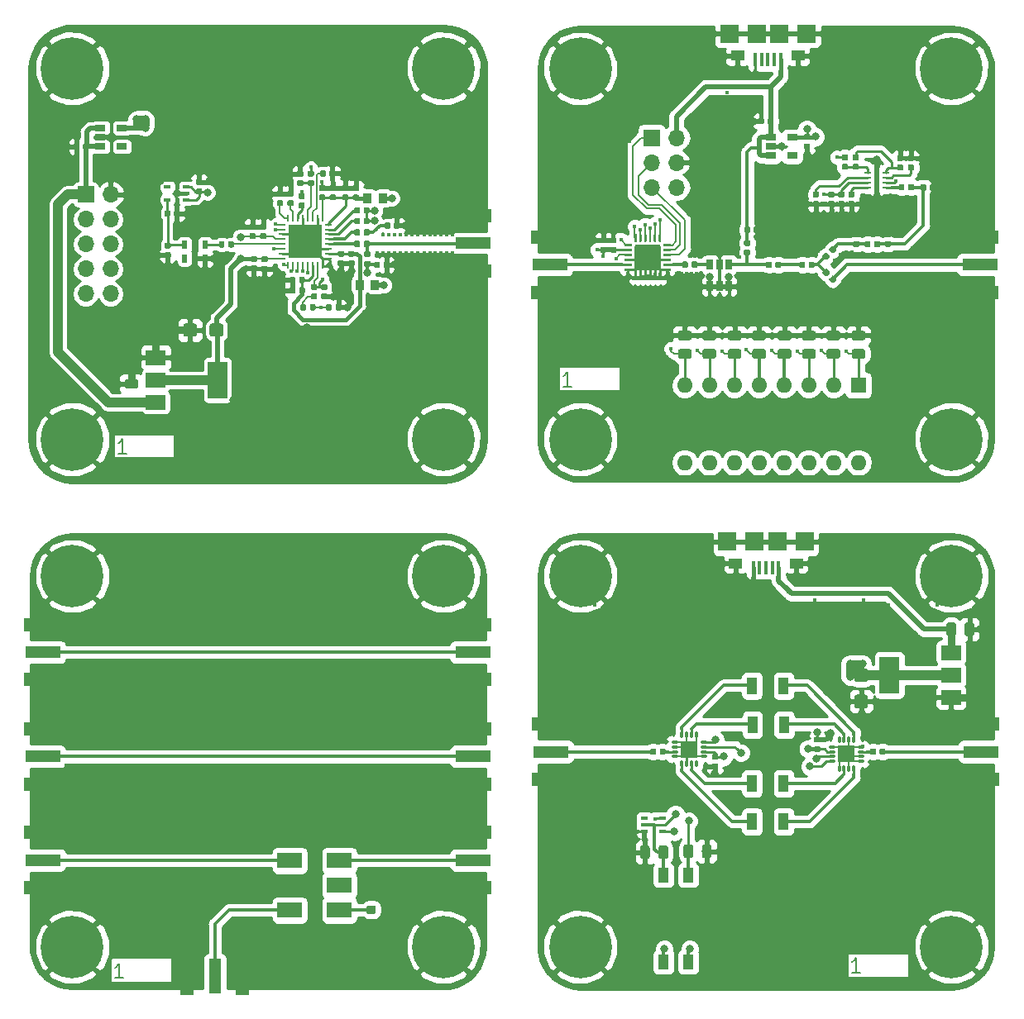
<source format=gtl>
%MOIN*%
%OFA0B0*%
%FSLAX46Y46*%
%IPPOS*%
%LPD*%
%ADD10C,0.0078740157480314977*%
%ADD11R,0.1X0.064960629921259838*%
%ADD12R,0.16535433070866143X0.053149606299212608*%
%ADD13R,0.14173228346456693X0.05*%
%ADD14R,0.053149606299212608X0.16535433070866143*%
%ADD15R,0.05X0.14173228346456693*%
%ADD16C,0.0039370078740157488*%
%ADD17C,0.034448818897637797*%
%ADD18C,0.031496062992125991*%
%ADD19C,0.25196850393700793*%
%ADD20C,0.023622047244094488*%
%ADD21C,0.033464566929133861*%
%ADD22C,0.012204724409448819*%
%ADD23C,0.03661417322834646*%
%ADD24C,0.01*%
%ADD35C,0.0078740157480314977*%
%ADD36C,0.023622047244094488*%
%ADD37R,0.070866141732283464X0.070866141732283464*%
%ADD38O,0.011811023622047244X0.029527559055118113*%
%ADD39O,0.029527559055118113X0.011811023622047244*%
%ADD40R,0.043307086614173235X0.059055118110236227*%
%ADD41R,0.040944881889763786X0.070866141732283464*%
%ADD42R,0.024015748031496063X0.049015748031496068*%
%ADD43C,0.023622047244094488*%
%ADD44C,0.0039370078740157488*%
%ADD45C,0.038385826771653545*%
%ADD46C,0.023228346456692913*%
%ADD47C,0.053149606299212608*%
%ADD48C,0.25196850393700793*%
%ADD49C,0.031496062992125991*%
%ADD50R,0.074803149606299218X0.074803149606299218*%
%ADD51R,0.053149606299212608X0.03937007874015748*%
%ADD52R,0.015748031496062995X0.053149606299212608*%
%ADD53R,0.16535433070866143X0.053149606299212608*%
%ADD54R,0.14173228346456693X0.05*%
%ADD55R,0.025590551181102365X0.015748031496062995*%
%ADD56R,0.07874015748031496X0.14960629921259844*%
%ADD57R,0.07874015748031496X0.059055118110236227*%
%ADD58C,0.017716535433070866*%
%ADD59C,0.031496062992125991*%
%ADD60C,0.00984251968503937*%
%ADD61C,0.012204724409448819*%
%ADD62C,0.031496062992125991*%
%ADD63C,0.015748031496062995*%
%ADD64C,0.01968503937007874*%
%ADD65C,0.0078740157480314977*%
%ADD66C,0.03937007874015748*%
%ADD67C,0.023622047244094488*%
%ADD68C,0.011811023622047244*%
%ADD69C,0.01*%
%ADD70C,0.0078740157480314977*%
%ADD71C,0.0039370078740157488*%
%ADD72C,0.10236220472440946*%
%ADD73C,0.01968503937007874*%
%ADD74C,0.00984251968503937*%
%ADD75C,0.023228346456692913*%
%ADD76R,0.074803149606299218X0.074803149606299218*%
%ADD77R,0.053149606299212608X0.03937007874015748*%
%ADD78R,0.015748031496062995X0.053149606299212608*%
%ADD79R,0.14173228346456693X0.05*%
%ADD80R,0.16535433070866143X0.053149606299212608*%
%ADD81C,0.038385826771653545*%
%ADD82R,0.062992125984251982X0.062992125984251982*%
%ADD83O,0.062992125984251982X0.062992125984251982*%
%ADD84R,0.041732283464566935X0.025590551181102365*%
%ADD85R,0.027559055118110236X0.00984251968503937*%
%ADD86R,0.024015748031496063X0.086614173228346469*%
%ADD87C,0.031496062992125991*%
%ADD88C,0.25196850393700793*%
%ADD89R,0.066929133858267723X0.066929133858267723*%
%ADD90O,0.066929133858267723X0.066929133858267723*%
%ADD91R,0.025590551181102365X0.041732283464566935*%
%ADD92C,0.017716535433070866*%
%ADD93C,0.031496062992125991*%
%ADD94C,0.012204724409448819*%
%ADD95C,0.01968503937007874*%
%ADD96C,0.015748031496062995*%
%ADD97C,0.011811023622047244*%
%ADD98C,0.00984251968503937*%
%ADD99C,0.0078740157480314977*%
%ADD100C,0.013779527559055118*%
%ADD101C,0.01*%
%ADD102C,0.0078740157480314977*%
%ADD103R,0.14173228346456693X0.05*%
%ADD104R,0.16535433070866143X0.053149606299212608*%
%ADD105C,0.0039370078740157488*%
%ADD106C,0.023228346456692913*%
%ADD107R,0.033464566929133861X0.03937007874015748*%
%ADD108R,0.024803149606299216X0.033070866141732283*%
%ADD109R,0.067913385826771658X0.067913385826771658*%
%ADD110R,0.027559055118110236X0.00984251968503937*%
%ADD111R,0.00984251968503937X0.027559055118110236*%
%ADD112C,0.023622047244094488*%
%ADD113C,0.038385826771653545*%
%ADD114C,0.053149606299212608*%
%ADD115C,0.031496062992125991*%
%ADD116C,0.25196850393700793*%
%ADD117R,0.066929133858267723X0.066929133858267723*%
%ADD118O,0.066929133858267723X0.066929133858267723*%
%ADD119R,0.07874015748031496X0.14960629921259844*%
%ADD120R,0.07874015748031496X0.059055118110236227*%
%ADD121R,0.041732283464566935X0.025590551181102365*%
%ADD122R,0.025590551181102365X0.015748031496062995*%
%ADD123C,0.031496062992125991*%
%ADD124C,0.017716535433070866*%
%ADD125C,0.00984251968503937*%
%ADD126C,0.0078740157480314977*%
%ADD127C,0.015748031496062995*%
%ADD128C,0.01968503937007874*%
%ADD129C,0.031496062992125991*%
%ADD130C,0.03937007874015748*%
%ADD131C,0.012204724409448819*%
%ADD132C,0.01*%
G01*
D10*
X0000402699Y0000071709D02*
X0000368953Y0000071709D01*
X0000385826Y0000071709D02*
X0000385826Y0000130764D01*
X0000380202Y0000122328D01*
X0000374578Y0000116704D01*
X0000368953Y0000113892D01*
D11*
X0001273337Y0000545235D03*
X0001073337Y0000545235D03*
X0001273337Y0000445235D03*
X0001073337Y0000445235D03*
X0001273337Y0000345235D03*
X0001073337Y0000345235D03*
D12*
X0000086614Y0000658464D03*
X0000086614Y0000436023D03*
D13*
X0000078740Y0000547244D03*
D12*
X0000086614Y0001497047D03*
X0000086614Y0001274606D03*
D13*
X0000078740Y0001385826D03*
D14*
X0000660433Y0000086614D03*
X0000882874Y0000086614D03*
D15*
X0000771653Y0000078740D03*
D12*
X0001803149Y0001274606D03*
X0001803149Y0001497047D03*
D13*
X0001811023Y0001385826D03*
D12*
X0001803149Y0000436023D03*
X0001803149Y0000658464D03*
D13*
X0001811023Y0000547244D03*
D16*
G36*
X0001412507Y0000426139D02*
X0001413343Y0000426015D01*
X0001414163Y0000425810D01*
X0001414959Y0000425525D01*
X0001415723Y0000425164D01*
X0001416448Y0000424729D01*
X0001417126Y0000424226D01*
X0001417753Y0000423658D01*
X0001418320Y0000423032D01*
X0001418824Y0000422353D01*
X0001419258Y0000421628D01*
X0001419620Y0000420864D01*
X0001419904Y0000420068D01*
X0001420110Y0000419249D01*
X0001420234Y0000418412D01*
X0001420275Y0000417568D01*
X0001420275Y0000400344D01*
X0001420234Y0000399500D01*
X0001420110Y0000398664D01*
X0001419904Y0000397844D01*
X0001419620Y0000397048D01*
X0001419258Y0000396284D01*
X0001418824Y0000395559D01*
X0001418320Y0000394880D01*
X0001417753Y0000394254D01*
X0001417126Y0000393687D01*
X0001416448Y0000393183D01*
X0001415723Y0000392749D01*
X0001414959Y0000392387D01*
X0001414163Y0000392103D01*
X0001413343Y0000391897D01*
X0001412507Y0000391773D01*
X0001411663Y0000391732D01*
X0001391486Y0000391732D01*
X0001390642Y0000391773D01*
X0001389806Y0000391897D01*
X0001388986Y0000392103D01*
X0001388190Y0000392387D01*
X0001387426Y0000392749D01*
X0001386701Y0000393183D01*
X0001386022Y0000393687D01*
X0001385396Y0000394254D01*
X0001384828Y0000394880D01*
X0001384325Y0000395559D01*
X0001383890Y0000396284D01*
X0001383529Y0000397048D01*
X0001383244Y0000397844D01*
X0001383039Y0000398664D01*
X0001382915Y0000399500D01*
X0001382874Y0000400344D01*
X0001382874Y0000417568D01*
X0001382915Y0000418412D01*
X0001383039Y0000419249D01*
X0001383244Y0000420068D01*
X0001383529Y0000420864D01*
X0001383890Y0000421628D01*
X0001384325Y0000422353D01*
X0001384828Y0000423032D01*
X0001385396Y0000423658D01*
X0001386022Y0000424226D01*
X0001386701Y0000424729D01*
X0001387426Y0000425164D01*
X0001388190Y0000425525D01*
X0001388986Y0000425810D01*
X0001389806Y0000426015D01*
X0001390642Y0000426139D01*
X0001391486Y0000426181D01*
X0001411663Y0000426181D01*
X0001412507Y0000426139D01*
X0001412507Y0000426139D01*
G37*
D17*
X0001401574Y0000408956D03*
D16*
G36*
X0001412507Y0000364131D02*
X0001413343Y0000364007D01*
X0001414163Y0000363802D01*
X0001414959Y0000363517D01*
X0001415723Y0000363156D01*
X0001416448Y0000362721D01*
X0001417126Y0000362218D01*
X0001417753Y0000361650D01*
X0001418320Y0000361024D01*
X0001418824Y0000360345D01*
X0001419258Y0000359620D01*
X0001419620Y0000358856D01*
X0001419904Y0000358061D01*
X0001420110Y0000357241D01*
X0001420234Y0000356405D01*
X0001420275Y0000355561D01*
X0001420275Y0000338336D01*
X0001420234Y0000337492D01*
X0001420110Y0000336656D01*
X0001419904Y0000335836D01*
X0001419620Y0000335040D01*
X0001419258Y0000334276D01*
X0001418824Y0000333551D01*
X0001418320Y0000332873D01*
X0001417753Y0000332246D01*
X0001417126Y0000331679D01*
X0001416448Y0000331175D01*
X0001415723Y0000330741D01*
X0001414959Y0000330379D01*
X0001414163Y0000330095D01*
X0001413343Y0000329889D01*
X0001412507Y0000329765D01*
X0001411663Y0000329724D01*
X0001391486Y0000329724D01*
X0001390642Y0000329765D01*
X0001389806Y0000329889D01*
X0001388986Y0000330095D01*
X0001388190Y0000330379D01*
X0001387426Y0000330741D01*
X0001386701Y0000331175D01*
X0001386022Y0000331679D01*
X0001385396Y0000332246D01*
X0001384828Y0000332873D01*
X0001384325Y0000333551D01*
X0001383890Y0000334276D01*
X0001383529Y0000335040D01*
X0001383244Y0000335836D01*
X0001383039Y0000336656D01*
X0001382915Y0000337492D01*
X0001382874Y0000338336D01*
X0001382874Y0000355561D01*
X0001382915Y0000356405D01*
X0001383039Y0000357241D01*
X0001383244Y0000358061D01*
X0001383529Y0000358856D01*
X0001383890Y0000359620D01*
X0001384325Y0000360345D01*
X0001384828Y0000361024D01*
X0001385396Y0000361650D01*
X0001386022Y0000362218D01*
X0001386701Y0000362721D01*
X0001387426Y0000363156D01*
X0001388190Y0000363517D01*
X0001388986Y0000363802D01*
X0001389806Y0000364007D01*
X0001390642Y0000364131D01*
X0001391486Y0000364173D01*
X0001411663Y0000364173D01*
X0001412507Y0000364131D01*
X0001412507Y0000364131D01*
G37*
D17*
X0001401574Y0000346948D03*
D18*
X0000263663Y0000263663D03*
X0000196850Y0000291338D03*
X0000130037Y0000263663D03*
X0000102362Y0000196850D03*
X0000130037Y0000130037D03*
X0000196850Y0000102362D03*
X0000263663Y0000130037D03*
X0000291338Y0000196850D03*
D19*
X0000196850Y0000196850D03*
D18*
X0001759726Y0000263663D03*
X0001692913Y0000291338D03*
X0001626100Y0000263663D03*
X0001598425Y0000196850D03*
X0001626100Y0000130037D03*
X0001692913Y0000102362D03*
X0001759726Y0000130037D03*
X0001787401Y0000196850D03*
D19*
X0001692913Y0000196850D03*
X0001692913Y0001692913D03*
D18*
X0001787401Y0001692913D03*
X0001759726Y0001626100D03*
X0001692913Y0001598425D03*
X0001626100Y0001626100D03*
X0001598425Y0001692913D03*
X0001626100Y0001759726D03*
X0001692913Y0001787401D03*
X0001759726Y0001759726D03*
D19*
X0000196850Y0001692913D03*
D18*
X0000291338Y0001692913D03*
X0000263663Y0001626100D03*
X0000196850Y0001598425D03*
X0000130037Y0001626100D03*
X0000102362Y0001692913D03*
X0000130037Y0001759726D03*
X0000196850Y0001787401D03*
X0000263663Y0001759726D03*
D13*
X0000078740Y0000964566D03*
D12*
X0000086614Y0000853346D03*
X0000086614Y0001075787D03*
X0001803149Y0000853346D03*
X0001803149Y0001075787D03*
D13*
X0001811023Y0000964566D03*
D20*
X0000015748Y0001511811D03*
X0000015748Y0001259842D03*
X0001874015Y0001259842D03*
X0001874015Y0001511811D03*
X0001842519Y0000673228D03*
X0001814960Y0000673228D03*
X0001787401Y0000673228D03*
X0001759842Y0000673228D03*
X0001732283Y0000673228D03*
X0001787401Y0000421259D03*
X0001814960Y0000421259D03*
X0001759842Y0000421259D03*
X0001842519Y0000421259D03*
X0001732283Y0000421259D03*
X0000646556Y0000047491D03*
X0000646556Y0000102609D03*
X0000646556Y0000157727D03*
X0000646556Y0000075050D03*
X0000646556Y0000130168D03*
X0000899412Y0000047738D03*
X0000899412Y0000075297D03*
X0000899412Y0000102856D03*
X0000899412Y0000130415D03*
X0000899412Y0000157974D03*
X0000070866Y0000673228D03*
X0000098425Y0000673228D03*
X0000043307Y0000673228D03*
X0000125984Y0000673228D03*
X0000015748Y0000673228D03*
X0000043307Y0000421259D03*
X0000098425Y0000421259D03*
X0000015748Y0000421259D03*
X0000125984Y0000421259D03*
X0000070866Y0000421259D03*
X0001177165Y0000448818D03*
X0001177165Y0000507874D03*
X0001177165Y0000566929D03*
X0001177165Y0000389763D03*
X0001177165Y0000330708D03*
X0000893700Y0000389763D03*
X0000751968Y0000326771D03*
X0000771653Y0000346456D03*
X0000791338Y0000366141D03*
X0000811023Y0000385826D03*
X0000866141Y0000389763D03*
X0000921259Y0000389763D03*
X0000948818Y0000389763D03*
X0000976377Y0000389763D03*
X0000838582Y0000389763D03*
X0001874015Y0001090551D03*
X0001791338Y0001090551D03*
X0001818897Y0001090551D03*
X0001846456Y0001090551D03*
X0001763779Y0001090551D03*
X0001763779Y0000838582D03*
X0001874015Y0000838582D03*
X0001846456Y0000838582D03*
X0001818897Y0000838582D03*
X0001791338Y0000838582D03*
X0000015748Y0000838582D03*
X0000125984Y0000838582D03*
X0000098425Y0000838582D03*
X0000070866Y0000838582D03*
X0000043307Y0000838582D03*
X0000015748Y0001090551D03*
X0000070866Y0001090551D03*
X0000043307Y0001090551D03*
X0000098425Y0001090551D03*
X0000125984Y0001090551D03*
X0000153543Y0001090551D03*
X0000153543Y0000673228D03*
X0000153543Y0000421259D03*
X0000899412Y0000019685D03*
X0000646556Y0000019685D03*
X0000153543Y0000838582D03*
X0001736220Y0001090551D03*
X0001736220Y0000838582D03*
X0001736220Y0001511811D03*
X0000153543Y0001259842D03*
X0001736220Y0001259842D03*
X0000153543Y0001511811D03*
X0000125984Y0001259842D03*
X0001846456Y0001511811D03*
X0001791338Y0001511811D03*
X0000125984Y0001511811D03*
X0000043307Y0001259842D03*
X0001763779Y0001259842D03*
X0001846456Y0001259842D03*
X0000098425Y0001511811D03*
X0001818897Y0001511811D03*
X0001818897Y0001259842D03*
X0000043307Y0001511811D03*
X0001791338Y0001259842D03*
X0000098425Y0001259842D03*
X0000070866Y0001511811D03*
X0000070866Y0001259842D03*
X0001763779Y0001511811D03*
X0000181102Y0001425196D03*
X0000236220Y0001425196D03*
X0000208661Y0001425196D03*
X0000263779Y0001425196D03*
X0000291338Y0001425196D03*
X0000318897Y0001425196D03*
X0000484251Y0001425196D03*
X0000456692Y0001425196D03*
X0000374015Y0001425196D03*
X0000346456Y0001425196D03*
X0000429133Y0001425196D03*
X0000401574Y0001425196D03*
X0000566929Y0001425196D03*
X0000539370Y0001425196D03*
X0000511811Y0001425196D03*
X0000649606Y0001425196D03*
X0000622047Y0001425196D03*
X0000594488Y0001425196D03*
X0000787401Y0001425196D03*
X0000980314Y0001425196D03*
X0000870078Y0001425196D03*
X0001062992Y0001425196D03*
X0000759842Y0001425196D03*
X0000677165Y0001425196D03*
X0000842519Y0001425196D03*
X0001090551Y0001425196D03*
X0001118110Y0001425196D03*
X0001035433Y0001425196D03*
X0000814960Y0001425196D03*
X0000952755Y0001425196D03*
X0000732283Y0001425196D03*
X0000704724Y0001425196D03*
X0000925196Y0001425196D03*
X0000897637Y0001425196D03*
X0001007873Y0001425196D03*
X0001366141Y0001425196D03*
X0001559055Y0001425196D03*
X0001173228Y0001425196D03*
X0001255905Y0001425196D03*
X0001448818Y0001425196D03*
X0001200787Y0001425196D03*
X0001421259Y0001425196D03*
X0001311023Y0001425196D03*
X0001145669Y0001425196D03*
X0001393700Y0001425196D03*
X0001476377Y0001425196D03*
X0001283464Y0001425196D03*
X0001586614Y0001425196D03*
X0001531496Y0001425196D03*
X0001503936Y0001425196D03*
X0001228346Y0001425196D03*
X0001338582Y0001425196D03*
X0001669291Y0001425196D03*
X0001641732Y0001425196D03*
X0001614173Y0001425196D03*
X0001696850Y0001425196D03*
X0001283464Y0001346456D03*
X0001531496Y0001346456D03*
X0001503936Y0001346456D03*
X0001228346Y0001346456D03*
X0001338582Y0001346456D03*
X0001586614Y0001346456D03*
X0001421259Y0001346456D03*
X0001200787Y0001346456D03*
X0001311023Y0001346456D03*
X0001393700Y0001346456D03*
X0001476377Y0001346456D03*
X0001559055Y0001346456D03*
X0001448818Y0001346456D03*
X0001145669Y0001346456D03*
X0001255905Y0001346456D03*
X0001366141Y0001346456D03*
X0001173228Y0001346456D03*
X0000897637Y0001346456D03*
X0000318897Y0001346456D03*
X0000511811Y0001346456D03*
X0001090551Y0001346456D03*
X0000401574Y0001346456D03*
X0000704724Y0001346456D03*
X0000594488Y0001346456D03*
X0000291338Y0001346456D03*
X0000208661Y0001346456D03*
X0000374015Y0001346456D03*
X0000622047Y0001346456D03*
X0000787401Y0001346456D03*
X0000980314Y0001346456D03*
X0000732283Y0001346456D03*
X0000952755Y0001346456D03*
X0000842519Y0001346456D03*
X0001641732Y0001346456D03*
X0001614173Y0001346456D03*
X0000677165Y0001346456D03*
X0000925196Y0001346456D03*
X0001007873Y0001346456D03*
X0001696850Y0001346456D03*
X0000649606Y0001346456D03*
X0000814960Y0001346456D03*
X0001118110Y0001346456D03*
X0001062992Y0001346456D03*
X0000566929Y0001346456D03*
X0001669291Y0001346456D03*
X0000346456Y0001346456D03*
X0001035433Y0001346456D03*
X0000484251Y0001346456D03*
X0000759842Y0001346456D03*
X0000870078Y0001346456D03*
X0000263779Y0001346456D03*
X0000236220Y0001346456D03*
X0000456692Y0001346456D03*
X0000429133Y0001346456D03*
X0000539370Y0001346456D03*
X0001527559Y0001007873D03*
X0001582677Y0001007873D03*
X0001307086Y0001007873D03*
X0001224409Y0001007873D03*
X0001334645Y0001007873D03*
X0001279527Y0001007873D03*
X0001196850Y0001007873D03*
X0001389763Y0001007873D03*
X0001555118Y0001007873D03*
X0001444881Y0001007873D03*
X0001472440Y0001007873D03*
X0001141732Y0001007873D03*
X0001251968Y0001007873D03*
X0001362204Y0001007873D03*
X0000893700Y0001007873D03*
X0001417322Y0001007873D03*
X0001499999Y0001007873D03*
X0000314960Y0001007873D03*
X0000507874Y0001007873D03*
X0001086614Y0001007873D03*
X0000397637Y0001007873D03*
X0001169291Y0001007873D03*
X0000783464Y0001007873D03*
X0000700787Y0001007873D03*
X0000590551Y0001007873D03*
X0000204724Y0001007873D03*
X0000287401Y0001007873D03*
X0000618110Y0001007873D03*
X0000976377Y0001007873D03*
X0000728346Y0001007873D03*
X0000838582Y0001007873D03*
X0000370078Y0001007873D03*
X0001637795Y0001007873D03*
X0001610236Y0001007873D03*
X0000673228Y0001007873D03*
X0000921259Y0001007873D03*
X0000948818Y0001007873D03*
X0001003937Y0001007873D03*
X0001692913Y0001007873D03*
X0000562992Y0001007873D03*
X0000342519Y0001007873D03*
X0001031496Y0001007873D03*
X0000755905Y0001007873D03*
X0000866141Y0001007873D03*
X0000259842Y0001007873D03*
X0000645669Y0001007873D03*
X0000480314Y0001007873D03*
X0000811023Y0001007873D03*
X0001114173Y0001007873D03*
X0001059055Y0001007873D03*
X0001665354Y0001007873D03*
X0000535433Y0001007873D03*
X0000425196Y0001007873D03*
X0000232283Y0001007873D03*
X0000452755Y0001007873D03*
X0001003937Y0000925196D03*
X0000618110Y0000925196D03*
X0000370078Y0000925196D03*
X0001086614Y0000925196D03*
X0000811023Y0000925196D03*
X0000838582Y0000925196D03*
X0000700787Y0000925196D03*
X0000535433Y0000925196D03*
X0000452755Y0000925196D03*
X0000590551Y0000925196D03*
X0001665354Y0000925196D03*
X0000673228Y0000925196D03*
X0000507874Y0000925196D03*
X0001637795Y0000925196D03*
X0000783464Y0000925196D03*
X0000232283Y0000925196D03*
X0001692913Y0000925196D03*
X0000397637Y0000925196D03*
X0001114173Y0000925196D03*
X0000921259Y0000925196D03*
X0000342519Y0000925196D03*
X0001610236Y0000925196D03*
X0000204724Y0000925196D03*
X0000728346Y0000925196D03*
X0000755905Y0000925196D03*
X0001059055Y0000925196D03*
X0001169291Y0000925196D03*
X0000645669Y0000925196D03*
X0000480314Y0000925196D03*
X0000866141Y0000925196D03*
X0000425196Y0000925196D03*
X0000562992Y0000925196D03*
X0000259842Y0000925196D03*
X0000948818Y0000925196D03*
X0000287401Y0000925196D03*
X0000976377Y0000925196D03*
X0001031496Y0000925196D03*
X0000314960Y0000925196D03*
X0000893700Y0000925196D03*
X0001417322Y0000925196D03*
X0001499999Y0000925196D03*
X0001472440Y0000925196D03*
X0001141732Y0000925196D03*
X0001251968Y0000925196D03*
X0001362204Y0000925196D03*
X0001279527Y0000925196D03*
X0001224409Y0000925196D03*
X0001389763Y0000925196D03*
X0001555118Y0000925196D03*
X0001334645Y0000925196D03*
X0001582677Y0000925196D03*
X0001444881Y0000925196D03*
X0001307086Y0000925196D03*
X0001527559Y0000925196D03*
X0001196850Y0000925196D03*
X0000350393Y0000586614D03*
X0000708661Y0000586614D03*
X0000405511Y0000586614D03*
X0000543307Y0000586614D03*
X0000295275Y0000586614D03*
X0000763779Y0000586614D03*
X0000212598Y0000586614D03*
X0000929133Y0000586614D03*
X0001618110Y0000586614D03*
X0000240157Y0000586614D03*
X0001397637Y0000586614D03*
X0000984251Y0000586614D03*
X0000322834Y0000586614D03*
X0000736220Y0000586614D03*
X0001370078Y0000586614D03*
X0000653543Y0000586614D03*
X0000488188Y0000586614D03*
X0001425196Y0000586614D03*
X0000791338Y0000586614D03*
X0000433070Y0000586614D03*
X0001535433Y0000586614D03*
X0000267716Y0000586614D03*
X0000460629Y0000586614D03*
X0001673228Y0000586614D03*
X0000681102Y0000586614D03*
X0000625984Y0000586614D03*
X0000598425Y0000586614D03*
X0000515747Y0000586614D03*
X0000846456Y0000586614D03*
X0001452755Y0000586614D03*
X0000874015Y0000586614D03*
X0000901574Y0000586614D03*
X0001590551Y0000586614D03*
X0000570866Y0000586614D03*
X0001562992Y0000586614D03*
X0001507874Y0000586614D03*
X0000818897Y0000586614D03*
X0000185039Y0000586614D03*
X0000377952Y0000586614D03*
X0000956692Y0000586614D03*
X0001480314Y0000586614D03*
X0001645669Y0000586614D03*
X0000181102Y0001346456D03*
X0000177165Y0000925196D03*
X0000177165Y0001007873D03*
X0001700787Y0000586614D03*
X0001425196Y0000503936D03*
X0001535433Y0000503936D03*
X0001480314Y0000503936D03*
X0001562992Y0000503936D03*
X0001673228Y0000503936D03*
X0001645669Y0000503936D03*
X0001452755Y0000503936D03*
X0001507874Y0000503936D03*
X0001590551Y0000503936D03*
X0001397637Y0000503936D03*
X0001370078Y0000503936D03*
X0001618110Y0000503936D03*
X0001700787Y0000503936D03*
X0000795275Y0000503936D03*
X0000933070Y0000503936D03*
X0000822834Y0000503936D03*
X0000905511Y0000503936D03*
X0000712598Y0000503936D03*
X0000740157Y0000503936D03*
X0000960629Y0000503936D03*
X0000850393Y0000503936D03*
X0000877952Y0000503936D03*
X0000657480Y0000503936D03*
X0000767716Y0000503936D03*
X0000988188Y0000503936D03*
X0000685039Y0000503936D03*
X0000326771Y0000503936D03*
X0000299212Y0000503936D03*
X0000409448Y0000503936D03*
X0000492125Y0000503936D03*
X0000519685Y0000503936D03*
X0000547244Y0000503936D03*
X0000464566Y0000503936D03*
X0000437007Y0000503936D03*
X0000381889Y0000503936D03*
X0000602362Y0000503936D03*
X0000574803Y0000503936D03*
X0000354330Y0000503936D03*
X0000629921Y0000503936D03*
X0000271653Y0000503936D03*
X0000188976Y0000503936D03*
X0000244094Y0000503936D03*
X0000216535Y0000503936D03*
X0000732283Y0000307086D03*
X0000732283Y0000279527D03*
X0000732283Y0000224409D03*
X0000732283Y0000196850D03*
X0000732283Y0000251968D03*
X0000830708Y0000287401D03*
X0000850393Y0000307086D03*
X0000811023Y0000240157D03*
X0000811023Y0000212598D03*
X0000811023Y0000185039D03*
X0000811023Y0000267716D03*
X0000933070Y0000307086D03*
X0000905511Y0000307086D03*
X0000960629Y0000307086D03*
X0000877952Y0000307086D03*
X0000988188Y0000307086D03*
X0001870078Y0000673228D03*
X0001870078Y0000421259D03*
D21*
X0001275345Y0000547244D02*
X0001273337Y0000545235D01*
D22*
X0001809015Y0000545235D02*
X0001811023Y0000547244D01*
X0001273337Y0000545235D02*
X0001809015Y0000545235D01*
D23*
X0001071329Y0000547244D02*
X0001073337Y0000545235D01*
D22*
X0000080748Y0000545235D02*
X0000078740Y0000547244D01*
X0001073337Y0000545235D02*
X0000080748Y0000545235D01*
D23*
X0001274558Y0000346456D02*
X0001273337Y0000345235D01*
D22*
X0001399861Y0000345235D02*
X0001401574Y0000346948D01*
X0001273337Y0000345235D02*
X0001399861Y0000345235D01*
X0000771653Y0000288896D02*
X0000771653Y0000078740D01*
X0001073337Y0000345235D02*
X0000827992Y0000345235D01*
X0000827992Y0000345235D02*
X0000771653Y0000288896D01*
X0000078740Y0001385826D02*
X0001811023Y0001385826D01*
X0000078740Y0000964566D02*
X0001814960Y0000964566D01*
D24*
G36*
X0001716904Y0000929935D02*
X0001722360Y0000921770D01*
X0001730525Y0000916314D01*
X0001740157Y0000914398D01*
X0001861141Y0000914398D01*
X0001861141Y0000597412D01*
X0001740157Y0000597412D01*
X0001730525Y0000595496D01*
X0001722360Y0000590040D01*
X0001716904Y0000581875D01*
X0001715740Y0000576023D01*
X0001348506Y0000576023D01*
X0001348506Y0000577716D01*
X0001346590Y0000587347D01*
X0001341134Y0000595512D01*
X0001332969Y0000600968D01*
X0001323337Y0000602884D01*
X0001223337Y0000602884D01*
X0001213706Y0000600968D01*
X0001205540Y0000595512D01*
X0001200084Y0000587347D01*
X0001198169Y0000577716D01*
X0001198169Y0000512755D01*
X0001200084Y0000503123D01*
X0001205355Y0000495235D01*
X0001200084Y0000487347D01*
X0001198169Y0000477716D01*
X0001198169Y0000412755D01*
X0001200084Y0000403123D01*
X0001205355Y0000395235D01*
X0001200084Y0000387347D01*
X0001198169Y0000377716D01*
X0001198169Y0000312755D01*
X0001200084Y0000303123D01*
X0001205540Y0000294958D01*
X0001213706Y0000289502D01*
X0001223337Y0000287586D01*
X0001323337Y0000287586D01*
X0001332969Y0000289502D01*
X0001341134Y0000294958D01*
X0001346590Y0000303123D01*
X0001348506Y0000312755D01*
X0001348506Y0000314448D01*
X0001367601Y0000314448D01*
X0001378558Y0000307127D01*
X0001391486Y0000304555D01*
X0001411663Y0000304555D01*
X0001412691Y0000304760D01*
X0001592074Y0000304760D01*
X0001692913Y0000203921D01*
X0001793752Y0000304760D01*
X0001779305Y0000324265D01*
X0001723969Y0000347627D01*
X0001663905Y0000348034D01*
X0001608257Y0000325425D01*
X0001606521Y0000324265D01*
X0001592074Y0000304760D01*
X0001412691Y0000304760D01*
X0001424590Y0000307127D01*
X0001435550Y0000314449D01*
X0001442872Y0000325409D01*
X0001445444Y0000338336D01*
X0001445444Y0000355561D01*
X0001442872Y0000368488D01*
X0001435550Y0000379447D01*
X0001424590Y0000386770D01*
X0001411663Y0000389341D01*
X0001391486Y0000389341D01*
X0001378558Y0000386770D01*
X0001367599Y0000379447D01*
X0001365311Y0000376023D01*
X0001348506Y0000376023D01*
X0001348506Y0000377716D01*
X0001346590Y0000387347D01*
X0001341319Y0000395235D01*
X0001346590Y0000403123D01*
X0001348506Y0000412755D01*
X0001348506Y0000477716D01*
X0001346590Y0000487347D01*
X0001341319Y0000495235D01*
X0001346590Y0000503123D01*
X0001348506Y0000512755D01*
X0001348506Y0000514448D01*
X0001716539Y0000514448D01*
X0001716904Y0000512612D01*
X0001722360Y0000504447D01*
X0001730525Y0000498991D01*
X0001740157Y0000497075D01*
X0001861141Y0000497075D01*
X0001861141Y0000198125D01*
X0001858370Y0000167079D01*
X0001850484Y0000138250D01*
X0001837616Y0000111273D01*
X0001820175Y0000087000D01*
X0001798711Y0000066200D01*
X0001773903Y0000049530D01*
X0001746535Y0000037516D01*
X0001717251Y0000030486D01*
X0001691863Y0000028622D01*
X0000821822Y0000028622D01*
X0000821822Y0000088940D01*
X0001592074Y0000088940D01*
X0001606521Y0000069435D01*
X0001661857Y0000046073D01*
X0001721920Y0000045665D01*
X0001777568Y0000068274D01*
X0001779305Y0000069435D01*
X0001793752Y0000088940D01*
X0001692913Y0000189779D01*
X0001592074Y0000088940D01*
X0000821822Y0000088940D01*
X0000821822Y0000149606D01*
X0000819906Y0000159237D01*
X0000814450Y0000167403D01*
X0000813792Y0000167842D01*
X0001541728Y0000167842D01*
X0001564337Y0000112195D01*
X0001565498Y0000110458D01*
X0001585003Y0000096011D01*
X0001685842Y0000196850D01*
X0001699984Y0000196850D01*
X0001800823Y0000096011D01*
X0001820328Y0000110458D01*
X0001843690Y0000165794D01*
X0001844097Y0000225857D01*
X0001821488Y0000281505D01*
X0001820328Y0000283242D01*
X0001800823Y0000297689D01*
X0001699984Y0000196850D01*
X0001685842Y0000196850D01*
X0001585003Y0000297689D01*
X0001565498Y0000283242D01*
X0001542136Y0000227906D01*
X0001541728Y0000167842D01*
X0000813792Y0000167842D01*
X0000806285Y0000172859D01*
X0000802440Y0000173623D01*
X0000802440Y0000276144D01*
X0000840745Y0000314448D01*
X0000998169Y0000314448D01*
X0000998169Y0000312755D01*
X0001000084Y0000303123D01*
X0001005540Y0000294958D01*
X0001013706Y0000289502D01*
X0001023337Y0000287586D01*
X0001123337Y0000287586D01*
X0001132969Y0000289502D01*
X0001141134Y0000294958D01*
X0001146590Y0000303123D01*
X0001148506Y0000312755D01*
X0001148506Y0000377716D01*
X0001146590Y0000387347D01*
X0001141134Y0000395513D01*
X0001132969Y0000400968D01*
X0001123337Y0000402884D01*
X0001023337Y0000402884D01*
X0001013706Y0000400968D01*
X0001005540Y0000395513D01*
X0001000084Y0000387347D01*
X0000998169Y0000377716D01*
X0000998169Y0000376023D01*
X0000831024Y0000376023D01*
X0000827992Y0000376626D01*
X0000824960Y0000376023D01*
X0000824960Y0000376023D01*
X0000815979Y0000374236D01*
X0000812455Y0000371882D01*
X0000808366Y0000369149D01*
X0000808366Y0000369149D01*
X0000805796Y0000367432D01*
X0000804078Y0000364861D01*
X0000752027Y0000312810D01*
X0000749457Y0000311093D01*
X0000742652Y0000300909D01*
X0000740866Y0000291929D01*
X0000740866Y0000291928D01*
X0000740263Y0000288896D01*
X0000740866Y0000285864D01*
X0000740866Y0000173623D01*
X0000737021Y0000172859D01*
X0000728856Y0000167403D01*
X0000723400Y0000159237D01*
X0000721484Y0000149606D01*
X0000721484Y0000028622D01*
X0000198125Y0000028622D01*
X0000167079Y0000031392D01*
X0000138250Y0000039279D01*
X0000111273Y0000052147D01*
X0000087000Y0000069588D01*
X0000068247Y0000088940D01*
X0000096011Y0000088940D01*
X0000110458Y0000069435D01*
X0000165794Y0000046073D01*
X0000225857Y0000045665D01*
X0000281505Y0000068274D01*
X0000283242Y0000069435D01*
X0000297689Y0000088940D01*
X0000196850Y0000189779D01*
X0000096011Y0000088940D01*
X0000068247Y0000088940D01*
X0000066200Y0000091052D01*
X0000049530Y0000115860D01*
X0000037516Y0000143228D01*
X0000031607Y0000167842D01*
X0000045665Y0000167842D01*
X0000068274Y0000112195D01*
X0000069435Y0000110458D01*
X0000088940Y0000096011D01*
X0000189779Y0000196850D01*
X0000203921Y0000196850D01*
X0000304760Y0000096011D01*
X0000324265Y0000110458D01*
X0000340793Y0000149606D01*
X0000349330Y0000149606D01*
X0000349330Y0000057086D01*
X0000349711Y0000055173D01*
X0000350795Y0000053551D01*
X0000352417Y0000052467D01*
X0000354330Y0000052086D01*
X0000594488Y0000052086D01*
X0000596401Y0000052467D01*
X0000598023Y0000053551D01*
X0000599107Y0000055173D01*
X0000599488Y0000057086D01*
X0000599488Y0000149606D01*
X0000599107Y0000151519D01*
X0000598023Y0000153141D01*
X0000596401Y0000154225D01*
X0000594488Y0000154606D01*
X0000354330Y0000154606D01*
X0000352417Y0000154225D01*
X0000350795Y0000153141D01*
X0000349711Y0000151519D01*
X0000349330Y0000149606D01*
X0000340793Y0000149606D01*
X0000347627Y0000165794D01*
X0000348034Y0000225857D01*
X0000325425Y0000281505D01*
X0000324265Y0000283242D01*
X0000304760Y0000297689D01*
X0000203921Y0000196850D01*
X0000189779Y0000196850D01*
X0000088940Y0000297689D01*
X0000069435Y0000283242D01*
X0000046073Y0000227906D01*
X0000045665Y0000167842D01*
X0000031607Y0000167842D01*
X0000030486Y0000172511D01*
X0000028622Y0000197900D01*
X0000028622Y0000304760D01*
X0000096011Y0000304760D01*
X0000196850Y0000203921D01*
X0000297689Y0000304760D01*
X0000283242Y0000324265D01*
X0000227906Y0000347627D01*
X0000167842Y0000348034D01*
X0000112195Y0000325425D01*
X0000110458Y0000324265D01*
X0000096011Y0000304760D01*
X0000028622Y0000304760D01*
X0000028622Y0000497075D01*
X0000149606Y0000497075D01*
X0000159237Y0000498991D01*
X0000167403Y0000504447D01*
X0000172859Y0000512612D01*
X0000173224Y0000514448D01*
X0000998169Y0000514448D01*
X0000998169Y0000512755D01*
X0001000084Y0000503123D01*
X0001005540Y0000494958D01*
X0001013706Y0000489502D01*
X0001023337Y0000487586D01*
X0001123337Y0000487586D01*
X0001132969Y0000489502D01*
X0001141134Y0000494958D01*
X0001146590Y0000503123D01*
X0001148506Y0000512755D01*
X0001148506Y0000577716D01*
X0001146590Y0000587347D01*
X0001141134Y0000595512D01*
X0001132969Y0000600968D01*
X0001123337Y0000602884D01*
X0001023337Y0000602884D01*
X0001013706Y0000600968D01*
X0001005540Y0000595512D01*
X0001000084Y0000587347D01*
X0000998169Y0000577716D01*
X0000998169Y0000576023D01*
X0000174023Y0000576023D01*
X0000172859Y0000581875D01*
X0000167403Y0000590040D01*
X0000159237Y0000595496D01*
X0000149606Y0000597412D01*
X0000028622Y0000597412D01*
X0000028622Y0000914398D01*
X0000149606Y0000914398D01*
X0000159237Y0000916314D01*
X0000167403Y0000921770D01*
X0000172859Y0000929935D01*
X0000173623Y0000933779D01*
X0001716140Y0000933779D01*
X0001716904Y0000929935D01*
X0001716904Y0000929935D01*
G37*
X0001716904Y0000929935D02*
X0001722360Y0000921770D01*
X0001730525Y0000916314D01*
X0001740157Y0000914398D01*
X0001861141Y0000914398D01*
X0001861141Y0000597412D01*
X0001740157Y0000597412D01*
X0001730525Y0000595496D01*
X0001722360Y0000590040D01*
X0001716904Y0000581875D01*
X0001715740Y0000576023D01*
X0001348506Y0000576023D01*
X0001348506Y0000577716D01*
X0001346590Y0000587347D01*
X0001341134Y0000595512D01*
X0001332969Y0000600968D01*
X0001323337Y0000602884D01*
X0001223337Y0000602884D01*
X0001213706Y0000600968D01*
X0001205540Y0000595512D01*
X0001200084Y0000587347D01*
X0001198169Y0000577716D01*
X0001198169Y0000512755D01*
X0001200084Y0000503123D01*
X0001205355Y0000495235D01*
X0001200084Y0000487347D01*
X0001198169Y0000477716D01*
X0001198169Y0000412755D01*
X0001200084Y0000403123D01*
X0001205355Y0000395235D01*
X0001200084Y0000387347D01*
X0001198169Y0000377716D01*
X0001198169Y0000312755D01*
X0001200084Y0000303123D01*
X0001205540Y0000294958D01*
X0001213706Y0000289502D01*
X0001223337Y0000287586D01*
X0001323337Y0000287586D01*
X0001332969Y0000289502D01*
X0001341134Y0000294958D01*
X0001346590Y0000303123D01*
X0001348506Y0000312755D01*
X0001348506Y0000314448D01*
X0001367601Y0000314448D01*
X0001378558Y0000307127D01*
X0001391486Y0000304555D01*
X0001411663Y0000304555D01*
X0001412691Y0000304760D01*
X0001592074Y0000304760D01*
X0001692913Y0000203921D01*
X0001793752Y0000304760D01*
X0001779305Y0000324265D01*
X0001723969Y0000347627D01*
X0001663905Y0000348034D01*
X0001608257Y0000325425D01*
X0001606521Y0000324265D01*
X0001592074Y0000304760D01*
X0001412691Y0000304760D01*
X0001424590Y0000307127D01*
X0001435550Y0000314449D01*
X0001442872Y0000325409D01*
X0001445444Y0000338336D01*
X0001445444Y0000355561D01*
X0001442872Y0000368488D01*
X0001435550Y0000379447D01*
X0001424590Y0000386770D01*
X0001411663Y0000389341D01*
X0001391486Y0000389341D01*
X0001378558Y0000386770D01*
X0001367599Y0000379447D01*
X0001365311Y0000376023D01*
X0001348506Y0000376023D01*
X0001348506Y0000377716D01*
X0001346590Y0000387347D01*
X0001341319Y0000395235D01*
X0001346590Y0000403123D01*
X0001348506Y0000412755D01*
X0001348506Y0000477716D01*
X0001346590Y0000487347D01*
X0001341319Y0000495235D01*
X0001346590Y0000503123D01*
X0001348506Y0000512755D01*
X0001348506Y0000514448D01*
X0001716539Y0000514448D01*
X0001716904Y0000512612D01*
X0001722360Y0000504447D01*
X0001730525Y0000498991D01*
X0001740157Y0000497075D01*
X0001861141Y0000497075D01*
X0001861141Y0000198125D01*
X0001858370Y0000167079D01*
X0001850484Y0000138250D01*
X0001837616Y0000111273D01*
X0001820175Y0000087000D01*
X0001798711Y0000066200D01*
X0001773903Y0000049530D01*
X0001746535Y0000037516D01*
X0001717251Y0000030486D01*
X0001691863Y0000028622D01*
X0000821822Y0000028622D01*
X0000821822Y0000088940D01*
X0001592074Y0000088940D01*
X0001606521Y0000069435D01*
X0001661857Y0000046073D01*
X0001721920Y0000045665D01*
X0001777568Y0000068274D01*
X0001779305Y0000069435D01*
X0001793752Y0000088940D01*
X0001692913Y0000189779D01*
X0001592074Y0000088940D01*
X0000821822Y0000088940D01*
X0000821822Y0000149606D01*
X0000819906Y0000159237D01*
X0000814450Y0000167403D01*
X0000813792Y0000167842D01*
X0001541728Y0000167842D01*
X0001564337Y0000112195D01*
X0001565498Y0000110458D01*
X0001585003Y0000096011D01*
X0001685842Y0000196850D01*
X0001699984Y0000196850D01*
X0001800823Y0000096011D01*
X0001820328Y0000110458D01*
X0001843690Y0000165794D01*
X0001844097Y0000225857D01*
X0001821488Y0000281505D01*
X0001820328Y0000283242D01*
X0001800823Y0000297689D01*
X0001699984Y0000196850D01*
X0001685842Y0000196850D01*
X0001585003Y0000297689D01*
X0001565498Y0000283242D01*
X0001542136Y0000227906D01*
X0001541728Y0000167842D01*
X0000813792Y0000167842D01*
X0000806285Y0000172859D01*
X0000802440Y0000173623D01*
X0000802440Y0000276144D01*
X0000840745Y0000314448D01*
X0000998169Y0000314448D01*
X0000998169Y0000312755D01*
X0001000084Y0000303123D01*
X0001005540Y0000294958D01*
X0001013706Y0000289502D01*
X0001023337Y0000287586D01*
X0001123337Y0000287586D01*
X0001132969Y0000289502D01*
X0001141134Y0000294958D01*
X0001146590Y0000303123D01*
X0001148506Y0000312755D01*
X0001148506Y0000377716D01*
X0001146590Y0000387347D01*
X0001141134Y0000395513D01*
X0001132969Y0000400968D01*
X0001123337Y0000402884D01*
X0001023337Y0000402884D01*
X0001013706Y0000400968D01*
X0001005540Y0000395513D01*
X0001000084Y0000387347D01*
X0000998169Y0000377716D01*
X0000998169Y0000376023D01*
X0000831024Y0000376023D01*
X0000827992Y0000376626D01*
X0000824960Y0000376023D01*
X0000824960Y0000376023D01*
X0000815979Y0000374236D01*
X0000812455Y0000371882D01*
X0000808366Y0000369149D01*
X0000808366Y0000369149D01*
X0000805796Y0000367432D01*
X0000804078Y0000364861D01*
X0000752027Y0000312810D01*
X0000749457Y0000311093D01*
X0000742652Y0000300909D01*
X0000740866Y0000291929D01*
X0000740866Y0000291928D01*
X0000740263Y0000288896D01*
X0000740866Y0000285864D01*
X0000740866Y0000173623D01*
X0000737021Y0000172859D01*
X0000728856Y0000167403D01*
X0000723400Y0000159237D01*
X0000721484Y0000149606D01*
X0000721484Y0000028622D01*
X0000198125Y0000028622D01*
X0000167079Y0000031392D01*
X0000138250Y0000039279D01*
X0000111273Y0000052147D01*
X0000087000Y0000069588D01*
X0000068247Y0000088940D01*
X0000096011Y0000088940D01*
X0000110458Y0000069435D01*
X0000165794Y0000046073D01*
X0000225857Y0000045665D01*
X0000281505Y0000068274D01*
X0000283242Y0000069435D01*
X0000297689Y0000088940D01*
X0000196850Y0000189779D01*
X0000096011Y0000088940D01*
X0000068247Y0000088940D01*
X0000066200Y0000091052D01*
X0000049530Y0000115860D01*
X0000037516Y0000143228D01*
X0000031607Y0000167842D01*
X0000045665Y0000167842D01*
X0000068274Y0000112195D01*
X0000069435Y0000110458D01*
X0000088940Y0000096011D01*
X0000189779Y0000196850D01*
X0000203921Y0000196850D01*
X0000304760Y0000096011D01*
X0000324265Y0000110458D01*
X0000340793Y0000149606D01*
X0000349330Y0000149606D01*
X0000349330Y0000057086D01*
X0000349711Y0000055173D01*
X0000350795Y0000053551D01*
X0000352417Y0000052467D01*
X0000354330Y0000052086D01*
X0000594488Y0000052086D01*
X0000596401Y0000052467D01*
X0000598023Y0000053551D01*
X0000599107Y0000055173D01*
X0000599488Y0000057086D01*
X0000599488Y0000149606D01*
X0000599107Y0000151519D01*
X0000598023Y0000153141D01*
X0000596401Y0000154225D01*
X0000594488Y0000154606D01*
X0000354330Y0000154606D01*
X0000352417Y0000154225D01*
X0000350795Y0000153141D01*
X0000349711Y0000151519D01*
X0000349330Y0000149606D01*
X0000340793Y0000149606D01*
X0000347627Y0000165794D01*
X0000348034Y0000225857D01*
X0000325425Y0000281505D01*
X0000324265Y0000283242D01*
X0000304760Y0000297689D01*
X0000203921Y0000196850D01*
X0000189779Y0000196850D01*
X0000088940Y0000297689D01*
X0000069435Y0000283242D01*
X0000046073Y0000227906D01*
X0000045665Y0000167842D01*
X0000031607Y0000167842D01*
X0000030486Y0000172511D01*
X0000028622Y0000197900D01*
X0000028622Y0000304760D01*
X0000096011Y0000304760D01*
X0000196850Y0000203921D01*
X0000297689Y0000304760D01*
X0000283242Y0000324265D01*
X0000227906Y0000347627D01*
X0000167842Y0000348034D01*
X0000112195Y0000325425D01*
X0000110458Y0000324265D01*
X0000096011Y0000304760D01*
X0000028622Y0000304760D01*
X0000028622Y0000497075D01*
X0000149606Y0000497075D01*
X0000159237Y0000498991D01*
X0000167403Y0000504447D01*
X0000172859Y0000512612D01*
X0000173224Y0000514448D01*
X0000998169Y0000514448D01*
X0000998169Y0000512755D01*
X0001000084Y0000503123D01*
X0001005540Y0000494958D01*
X0001013706Y0000489502D01*
X0001023337Y0000487586D01*
X0001123337Y0000487586D01*
X0001132969Y0000489502D01*
X0001141134Y0000494958D01*
X0001146590Y0000503123D01*
X0001148506Y0000512755D01*
X0001148506Y0000577716D01*
X0001146590Y0000587347D01*
X0001141134Y0000595512D01*
X0001132969Y0000600968D01*
X0001123337Y0000602884D01*
X0001023337Y0000602884D01*
X0001013706Y0000600968D01*
X0001005540Y0000595512D01*
X0001000084Y0000587347D01*
X0000998169Y0000577716D01*
X0000998169Y0000576023D01*
X0000174023Y0000576023D01*
X0000172859Y0000581875D01*
X0000167403Y0000590040D01*
X0000159237Y0000595496D01*
X0000149606Y0000597412D01*
X0000028622Y0000597412D01*
X0000028622Y0000914398D01*
X0000149606Y0000914398D01*
X0000159237Y0000916314D01*
X0000167403Y0000921770D01*
X0000172859Y0000929935D01*
X0000173623Y0000933779D01*
X0001716140Y0000933779D01*
X0001716904Y0000929935D01*
G36*
X0001716904Y0001351195D02*
X0001722360Y0001343029D01*
X0001730525Y0001337574D01*
X0001740157Y0001335658D01*
X0001861141Y0001335658D01*
X0001861141Y0001014735D01*
X0001740157Y0001014735D01*
X0001730525Y0001012819D01*
X0001722360Y0001007363D01*
X0001716904Y0000999198D01*
X0001716140Y0000995354D01*
X0000173623Y0000995354D01*
X0000172859Y0000999198D01*
X0000167403Y0001007363D01*
X0000159237Y0001012819D01*
X0000149606Y0001014735D01*
X0000028622Y0001014735D01*
X0000028622Y0001335658D01*
X0000149606Y0001335658D01*
X0000159237Y0001337574D01*
X0000167403Y0001343029D01*
X0000172859Y0001351195D01*
X0000173623Y0001355039D01*
X0001716140Y0001355039D01*
X0001716904Y0001351195D01*
X0001716904Y0001351195D01*
G37*
X0001716904Y0001351195D02*
X0001722360Y0001343029D01*
X0001730525Y0001337574D01*
X0001740157Y0001335658D01*
X0001861141Y0001335658D01*
X0001861141Y0001014735D01*
X0001740157Y0001014735D01*
X0001730525Y0001012819D01*
X0001722360Y0001007363D01*
X0001716904Y0000999198D01*
X0001716140Y0000995354D01*
X0000173623Y0000995354D01*
X0000172859Y0000999198D01*
X0000167403Y0001007363D01*
X0000159237Y0001012819D01*
X0000149606Y0001014735D01*
X0000028622Y0001014735D01*
X0000028622Y0001335658D01*
X0000149606Y0001335658D01*
X0000159237Y0001337574D01*
X0000167403Y0001343029D01*
X0000172859Y0001351195D01*
X0000173623Y0001355039D01*
X0001716140Y0001355039D01*
X0001716904Y0001351195D01*
G36*
X0001722683Y0001858371D02*
X0001751513Y0001850484D01*
X0001778490Y0001837616D01*
X0001802762Y0001820175D01*
X0001823563Y0001798711D01*
X0001840233Y0001773903D01*
X0001852247Y0001746535D01*
X0001859277Y0001717251D01*
X0001861141Y0001691863D01*
X0001861141Y0001435995D01*
X0001740157Y0001435995D01*
X0001730525Y0001434079D01*
X0001722360Y0001428623D01*
X0001716904Y0001420458D01*
X0001716140Y0001416614D01*
X0000173623Y0001416614D01*
X0000172859Y0001420458D01*
X0000167403Y0001428623D01*
X0000159237Y0001434079D01*
X0000149606Y0001435995D01*
X0000028622Y0001435995D01*
X0000028622Y0001585003D01*
X0000096011Y0001585003D01*
X0000110458Y0001565498D01*
X0000165794Y0001542136D01*
X0000225857Y0001541728D01*
X0000281505Y0001564337D01*
X0000283242Y0001565498D01*
X0000297689Y0001585003D01*
X0001592074Y0001585003D01*
X0001606521Y0001565498D01*
X0001661857Y0001542136D01*
X0001721920Y0001541728D01*
X0001777568Y0001564337D01*
X0001779305Y0001565498D01*
X0001793752Y0001585003D01*
X0001692913Y0001685842D01*
X0001592074Y0001585003D01*
X0000297689Y0001585003D01*
X0000196850Y0001685842D01*
X0000096011Y0001585003D01*
X0000028622Y0001585003D01*
X0000028622Y0001663905D01*
X0000045665Y0001663905D01*
X0000068274Y0001608258D01*
X0000069435Y0001606521D01*
X0000088940Y0001592074D01*
X0000189779Y0001692913D01*
X0000203921Y0001692913D01*
X0000304760Y0001592074D01*
X0000324265Y0001606521D01*
X0000347627Y0001661857D01*
X0000347641Y0001663905D01*
X0001541728Y0001663905D01*
X0001564337Y0001608258D01*
X0001565498Y0001606521D01*
X0001585003Y0001592074D01*
X0001685842Y0001692913D01*
X0001699984Y0001692913D01*
X0001800823Y0001592074D01*
X0001820328Y0001606521D01*
X0001843690Y0001661857D01*
X0001844097Y0001721920D01*
X0001821488Y0001777568D01*
X0001820328Y0001779305D01*
X0001800823Y0001793752D01*
X0001699984Y0001692913D01*
X0001685842Y0001692913D01*
X0001585003Y0001793752D01*
X0001565498Y0001779305D01*
X0001542136Y0001723969D01*
X0001541728Y0001663905D01*
X0000347641Y0001663905D01*
X0000348034Y0001721920D01*
X0000325425Y0001777568D01*
X0000324265Y0001779305D01*
X0000304760Y0001793752D01*
X0000203921Y0001692913D01*
X0000189779Y0001692913D01*
X0000088940Y0001793752D01*
X0000069435Y0001779305D01*
X0000046073Y0001723969D01*
X0000045665Y0001663905D01*
X0000028622Y0001663905D01*
X0000028622Y0001691638D01*
X0000031392Y0001722683D01*
X0000039279Y0001751513D01*
X0000052146Y0001778490D01*
X0000068194Y0001800823D01*
X0000096011Y0001800823D01*
X0000196850Y0001699984D01*
X0000297689Y0001800823D01*
X0001592074Y0001800823D01*
X0001692913Y0001699984D01*
X0001793752Y0001800823D01*
X0001779305Y0001820328D01*
X0001723969Y0001843690D01*
X0001663905Y0001844097D01*
X0001608257Y0001821488D01*
X0001606521Y0001820328D01*
X0001592074Y0001800823D01*
X0000297689Y0001800823D01*
X0000283242Y0001820328D01*
X0000227906Y0001843690D01*
X0000167842Y0001844097D01*
X0000112195Y0001821488D01*
X0000110458Y0001820328D01*
X0000096011Y0001800823D01*
X0000068194Y0001800823D01*
X0000069588Y0001802762D01*
X0000091052Y0001823563D01*
X0000115860Y0001840233D01*
X0000143228Y0001852247D01*
X0000172511Y0001859277D01*
X0000197900Y0001861141D01*
X0001691638Y0001861141D01*
X0001722683Y0001858371D01*
X0001722683Y0001858371D01*
G37*
X0001722683Y0001858371D02*
X0001751513Y0001850484D01*
X0001778490Y0001837616D01*
X0001802762Y0001820175D01*
X0001823563Y0001798711D01*
X0001840233Y0001773903D01*
X0001852247Y0001746535D01*
X0001859277Y0001717251D01*
X0001861141Y0001691863D01*
X0001861141Y0001435995D01*
X0001740157Y0001435995D01*
X0001730525Y0001434079D01*
X0001722360Y0001428623D01*
X0001716904Y0001420458D01*
X0001716140Y0001416614D01*
X0000173623Y0001416614D01*
X0000172859Y0001420458D01*
X0000167403Y0001428623D01*
X0000159237Y0001434079D01*
X0000149606Y0001435995D01*
X0000028622Y0001435995D01*
X0000028622Y0001585003D01*
X0000096011Y0001585003D01*
X0000110458Y0001565498D01*
X0000165794Y0001542136D01*
X0000225857Y0001541728D01*
X0000281505Y0001564337D01*
X0000283242Y0001565498D01*
X0000297689Y0001585003D01*
X0001592074Y0001585003D01*
X0001606521Y0001565498D01*
X0001661857Y0001542136D01*
X0001721920Y0001541728D01*
X0001777568Y0001564337D01*
X0001779305Y0001565498D01*
X0001793752Y0001585003D01*
X0001692913Y0001685842D01*
X0001592074Y0001585003D01*
X0000297689Y0001585003D01*
X0000196850Y0001685842D01*
X0000096011Y0001585003D01*
X0000028622Y0001585003D01*
X0000028622Y0001663905D01*
X0000045665Y0001663905D01*
X0000068274Y0001608258D01*
X0000069435Y0001606521D01*
X0000088940Y0001592074D01*
X0000189779Y0001692913D01*
X0000203921Y0001692913D01*
X0000304760Y0001592074D01*
X0000324265Y0001606521D01*
X0000347627Y0001661857D01*
X0000347641Y0001663905D01*
X0001541728Y0001663905D01*
X0001564337Y0001608258D01*
X0001565498Y0001606521D01*
X0001585003Y0001592074D01*
X0001685842Y0001692913D01*
X0001699984Y0001692913D01*
X0001800823Y0001592074D01*
X0001820328Y0001606521D01*
X0001843690Y0001661857D01*
X0001844097Y0001721920D01*
X0001821488Y0001777568D01*
X0001820328Y0001779305D01*
X0001800823Y0001793752D01*
X0001699984Y0001692913D01*
X0001685842Y0001692913D01*
X0001585003Y0001793752D01*
X0001565498Y0001779305D01*
X0001542136Y0001723969D01*
X0001541728Y0001663905D01*
X0000347641Y0001663905D01*
X0000348034Y0001721920D01*
X0000325425Y0001777568D01*
X0000324265Y0001779305D01*
X0000304760Y0001793752D01*
X0000203921Y0001692913D01*
X0000189779Y0001692913D01*
X0000088940Y0001793752D01*
X0000069435Y0001779305D01*
X0000046073Y0001723969D01*
X0000045665Y0001663905D01*
X0000028622Y0001663905D01*
X0000028622Y0001691638D01*
X0000031392Y0001722683D01*
X0000039279Y0001751513D01*
X0000052146Y0001778490D01*
X0000068194Y0001800823D01*
X0000096011Y0001800823D01*
X0000196850Y0001699984D01*
X0000297689Y0001800823D01*
X0001592074Y0001800823D01*
X0001692913Y0001699984D01*
X0001793752Y0001800823D01*
X0001779305Y0001820328D01*
X0001723969Y0001843690D01*
X0001663905Y0001844097D01*
X0001608257Y0001821488D01*
X0001606521Y0001820328D01*
X0001592074Y0001800823D01*
X0000297689Y0001800823D01*
X0000283242Y0001820328D01*
X0000227906Y0001843690D01*
X0000167842Y0001844097D01*
X0000112195Y0001821488D01*
X0000110458Y0001820328D01*
X0000096011Y0001800823D01*
X0000068194Y0001800823D01*
X0000069588Y0001802762D01*
X0000091052Y0001823563D01*
X0000115860Y0001840233D01*
X0000143228Y0001852247D01*
X0000172511Y0001859277D01*
X0000197900Y0001861141D01*
X0001691638Y0001861141D01*
X0001722683Y0001858371D01*
G04 next file*
G04 #@! TF.GenerationSoftware,KiCad,Pcbnew,(5.0.2)-1*
G04 #@! TF.CreationDate,2019-01-06T12:14:53+11:00*
G04 #@! TF.ProjectId,Filter_Bank_Dev_Rev_0,46696c74-6572-45f4-9261-6e6b5f446576,0*
G04 #@! TF.SameCoordinates,Original*
G04 #@! TF.FileFunction,Copper,L1,Top*
G04 #@! TF.FilePolarity,Positive*
G04 Gerber Fmt 4.6, Leading zero omitted, Abs format (unit mm)*
G04 Created by KiCad (PCBNEW (5.0.2)-1) date 6/01/2019 12:14:53*
G01*
G04 APERTURE LIST*
G04 #@! TA.AperFunction,ViaPad*
G04 #@! TD*
G04 #@! TA.AperFunction,SMDPad,CuDef*
G04 #@! TD*
G04 #@! TA.AperFunction,SMDPad,CuDef*
G04 #@! TD*
G04 #@! TA.AperFunction,SMDPad,CuDef*
G04 #@! TD*
G04 #@! TA.AperFunction,SMDPad,CuDef*
G04 #@! TD*
G04 #@! TA.AperFunction,SMDPad,CuDef*
G04 #@! TD*
G04 #@! TA.AperFunction,SMDPad,CuDef*
G04 #@! TD*
G04 #@! TA.AperFunction,ComponentPad*
G04 #@! TD*
G04 #@! TA.AperFunction,Conductor*
G04 #@! TD*
G04 #@! TA.AperFunction,SMDPad,CuDef*
G04 #@! TD*
G04 #@! TA.AperFunction,SMDPad,CuDef*
G04 #@! TD*
G04 #@! TA.AperFunction,SMDPad,CuDef*
G04 #@! TD*
G04 #@! TA.AperFunction,ComponentPad*
G04 #@! TD*
G04 #@! TA.AperFunction,ComponentPad*
G04 #@! TD*
G04 #@! TA.AperFunction,SMDPad,CuDef*
G04 #@! TD*
G04 #@! TA.AperFunction,SMDPad,CuDef*
G04 #@! TD*
G04 #@! TA.AperFunction,SMDPad,CuDef*
G04 #@! TD*
G04 #@! TA.AperFunction,SMDPad,CuDef*
G04 #@! TD*
G04 #@! TA.AperFunction,SMDPad,CuDef*
G04 #@! TD*
G04 #@! TA.AperFunction,SMDPad,CuDef*
G04 #@! TD*
G04 #@! TA.AperFunction,SMDPad,CuDef*
G04 #@! TD*
G04 #@! TA.AperFunction,SMDPad,CuDef*
G04 #@! TD*
G04 #@! TA.AperFunction,ViaPad*
G04 #@! TD*
G04 #@! TA.AperFunction,ViaPad*
G04 #@! TD*
G04 #@! TA.AperFunction,Conductor*
G04 #@! TD*
G04 #@! TA.AperFunction,Conductor*
G04 #@! TD*
G04 #@! TA.AperFunction,Conductor*
G04 #@! TD*
G04 #@! TA.AperFunction,Conductor*
G04 #@! TD*
G04 #@! TA.AperFunction,Conductor*
G04 #@! TD*
G04 #@! TA.AperFunction,Conductor*
G04 #@! TD*
G04 #@! TA.AperFunction,Conductor*
G04 #@! TD*
G04 #@! TA.AperFunction,Conductor*
G04 #@! TD*
G04 #@! TA.AperFunction,Conductor*
G04 #@! TD*
G04 #@! TA.AperFunction,Conductor*
G04 #@! TD*
G04 APERTURE END LIST*
G04 #@! TO.C,REF\002A\002A*
D35*
X0003371203Y0000093363D02*
X0003337457Y0000093363D01*
X0003354330Y0000093363D02*
X0003354330Y0000152418D01*
X0003348706Y0000143982D01*
X0003343082Y0000138357D01*
X0003337457Y0000135545D01*
G04 #@! TD*
D36*
G04 #@! TO.N,GND*
G04 #@! TO.C,U1*
X0002702755Y0001013779D03*
X0002663385Y0001013779D03*
X0002663385Y0000974409D03*
X0002702755Y0000974409D03*
X0002683070Y0000994094D03*
D37*
G04 #@! TD*
G04 #@! TO.P,U1,17*
G04 #@! TO.N,GND*
X0002683070Y0000994094D03*
D38*
G04 #@! TO.P,U1,16*
G04 #@! TO.N,Net-(U1-Pad16)*
X0002712598Y0000936023D03*
G04 #@! TO.P,U1,15*
G04 #@! TO.N,/SW_1_RF_2*
X0002692913Y0000936023D03*
G04 #@! TO.P,U1,14*
G04 #@! TO.N,GND*
X0002673228Y0000936023D03*
G04 #@! TO.P,U1,13*
G04 #@! TO.N,/SW_1_RF_1*
X0002653543Y0000936023D03*
D39*
G04 #@! TO.P,U1,12*
G04 #@! TO.N,GND*
X0002625000Y0000964566D03*
G04 #@! TO.P,U1,11*
G04 #@! TO.N,Net-(C1-Pad1)*
X0002625000Y0000984251D03*
G04 #@! TO.P,U1,10*
G04 #@! TO.N,GND*
X0002625000Y0001003937D03*
G04 #@! TO.P,U1,9*
X0002625000Y0001023622D03*
D38*
G04 #@! TO.P,U1,8*
G04 #@! TO.N,/SW_1_RF_3*
X0002653543Y0001052165D03*
G04 #@! TO.P,U1,7*
G04 #@! TO.N,GND*
X0002673228Y0001052165D03*
G04 #@! TO.P,U1,6*
G04 #@! TO.N,/SW_1_RF_4*
X0002692913Y0001052165D03*
G04 #@! TO.P,U1,5*
G04 #@! TO.N,GND*
X0002712598Y0001052165D03*
D39*
G04 #@! TO.P,U1,4*
G04 #@! TO.N,/SW_1_CTRL_1*
X0002741141Y0001023622D03*
G04 #@! TO.P,U1,3*
G04 #@! TO.N,/SW_1_CTRL_2*
X0002741141Y0001003937D03*
G04 #@! TO.P,U1,2*
G04 #@! TO.N,+3V3*
X0002741141Y0000984251D03*
G04 #@! TO.P,U1,1*
G04 #@! TO.N,GND*
X0002741141Y0000964566D03*
G04 #@! TD*
D36*
G04 #@! TO.N,GND*
G04 #@! TO.C,U4*
X0003297244Y0000954724D03*
X0003336614Y0000954724D03*
X0003336614Y0000994094D03*
X0003297244Y0000994094D03*
X0003316929Y0000974409D03*
D37*
G04 #@! TD*
G04 #@! TO.P,U4,17*
G04 #@! TO.N,GND*
X0003316929Y0000974409D03*
D38*
G04 #@! TO.P,U4,16*
G04 #@! TO.N,Net-(U4-Pad16)*
X0003287401Y0001032480D03*
G04 #@! TO.P,U4,15*
G04 #@! TO.N,/SW_2_RF_2*
X0003307086Y0001032480D03*
G04 #@! TO.P,U4,14*
G04 #@! TO.N,GND*
X0003326771Y0001032480D03*
G04 #@! TO.P,U4,13*
G04 #@! TO.N,/SW_2_RF_1*
X0003346456Y0001032480D03*
D39*
G04 #@! TO.P,U4,12*
G04 #@! TO.N,GND*
X0003375000Y0001003937D03*
G04 #@! TO.P,U4,11*
G04 #@! TO.N,Net-(C6-Pad2)*
X0003375000Y0000984251D03*
G04 #@! TO.P,U4,10*
G04 #@! TO.N,GND*
X0003375000Y0000964566D03*
G04 #@! TO.P,U4,9*
X0003375000Y0000944881D03*
D38*
G04 #@! TO.P,U4,8*
G04 #@! TO.N,/SW_2_RF_3*
X0003346456Y0000916338D03*
G04 #@! TO.P,U4,7*
G04 #@! TO.N,GND*
X0003326771Y0000916338D03*
G04 #@! TO.P,U4,6*
G04 #@! TO.N,/SW_2_RF_4*
X0003307086Y0000916338D03*
G04 #@! TO.P,U4,5*
G04 #@! TO.N,GND*
X0003287401Y0000916338D03*
D39*
G04 #@! TO.P,U4,4*
G04 #@! TO.N,/SW_2_CTRL_1*
X0003258858Y0000944881D03*
G04 #@! TO.P,U4,3*
G04 #@! TO.N,/SW_1_CTRL_2*
X0003258858Y0000964566D03*
G04 #@! TO.P,U4,2*
G04 #@! TO.N,+3V3*
X0003258858Y0000984251D03*
G04 #@! TO.P,U4,1*
G04 #@! TO.N,GND*
X0003258858Y0001003937D03*
G04 #@! TD*
D40*
G04 #@! TO.P,SW1,4*
G04 #@! TO.N,/SW_1_CTRL_1*
X0002579921Y0000486220D03*
G04 #@! TO.P,SW1,3*
G04 #@! TO.N,/SW_1_CTRL_2*
X0002679921Y0000486220D03*
G04 #@! TO.P,SW1,2*
G04 #@! TO.N,+3V3*
X0002679921Y0000135826D03*
G04 #@! TO.P,SW1,1*
X0002579921Y0000135826D03*
G04 #@! TD*
D41*
G04 #@! TO.P,FL1,3*
G04 #@! TO.N,/SW_2_RF_3*
X0003063976Y0000701870D03*
G04 #@! TO.P,FL1,1*
G04 #@! TO.N,/SW_1_RF_1*
X0002936023Y0000701870D03*
D42*
G04 #@! TO.P,FL1,2*
G04 #@! TO.N,GND*
X0003000000Y0000738188D03*
G04 #@! TO.P,FL1,4*
X0003000000Y0000665551D03*
D43*
X0003000000Y0000654625D03*
G04 #@! TO.P,FL1,2*
X0003000000Y0000749114D03*
G04 #@! TD*
D41*
G04 #@! TO.P,FL2,3*
G04 #@! TO.N,/SW_2_RF_4*
X0003063976Y0000856299D03*
G04 #@! TO.P,FL2,1*
G04 #@! TO.N,/SW_1_RF_2*
X0002936023Y0000856299D03*
D42*
G04 #@! TO.P,FL2,2*
G04 #@! TO.N,GND*
X0003000000Y0000892618D03*
G04 #@! TO.P,FL2,4*
X0003000000Y0000819980D03*
D43*
X0003000000Y0000809055D03*
G04 #@! TO.P,FL2,2*
X0003000000Y0000903543D03*
G04 #@! TD*
D41*
G04 #@! TO.P,FL3,3*
G04 #@! TO.N,/SW_2_RF_2*
X0003065944Y0001092519D03*
G04 #@! TO.P,FL3,1*
G04 #@! TO.N,/SW_1_RF_4*
X0002937992Y0001092519D03*
D42*
G04 #@! TO.P,FL3,2*
G04 #@! TO.N,GND*
X0003001968Y0001128838D03*
G04 #@! TO.P,FL3,4*
X0003001968Y0001056200D03*
D43*
X0003001968Y0001045275D03*
G04 #@! TO.P,FL3,2*
X0003001968Y0001139763D03*
G04 #@! TD*
D41*
G04 #@! TO.P,FL4,3*
G04 #@! TO.N,/SW_2_RF_1*
X0003063976Y0001250000D03*
G04 #@! TO.P,FL4,1*
G04 #@! TO.N,/SW_1_RF_3*
X0002936023Y0001250000D03*
D42*
G04 #@! TO.P,FL4,2*
G04 #@! TO.N,GND*
X0003000000Y0001286318D03*
G04 #@! TO.P,FL4,4*
X0003000000Y0001213681D03*
D43*
X0003000000Y0001202755D03*
G04 #@! TO.P,FL4,2*
X0003000000Y0001297244D03*
G04 #@! TD*
D44*
G04 #@! TO.N,+5V*
G04 #@! TO.C,C2*
G36*
X0003749218Y0001505859D02*
X0003750149Y0001505721D01*
X0003751063Y0001505492D01*
X0003751949Y0001505175D01*
X0003752801Y0001504772D01*
X0003753609Y0001504288D01*
X0003754365Y0001503727D01*
X0003755063Y0001503094D01*
X0003755695Y0001502396D01*
X0003756256Y0001501640D01*
X0003756740Y0001500832D01*
X0003757143Y0001499981D01*
X0003757460Y0001499094D01*
X0003757689Y0001498181D01*
X0003757827Y0001497249D01*
X0003757873Y0001496309D01*
X0003757873Y0001460383D01*
X0003757827Y0001459443D01*
X0003757689Y0001458511D01*
X0003757460Y0001457598D01*
X0003757143Y0001456711D01*
X0003756740Y0001455860D01*
X0003756256Y0001455052D01*
X0003755695Y0001454295D01*
X0003755063Y0001453598D01*
X0003754365Y0001452965D01*
X0003753609Y0001452404D01*
X0003752801Y0001451920D01*
X0003751949Y0001451517D01*
X0003751063Y0001451200D01*
X0003750149Y0001450971D01*
X0003749218Y0001450833D01*
X0003748277Y0001450787D01*
X0003729084Y0001450787D01*
X0003728144Y0001450833D01*
X0003727212Y0001450971D01*
X0003726298Y0001451200D01*
X0003725412Y0001451517D01*
X0003724560Y0001451920D01*
X0003723753Y0001452404D01*
X0003722996Y0001452965D01*
X0003722298Y0001453598D01*
X0003721666Y0001454295D01*
X0003721105Y0001455052D01*
X0003720621Y0001455860D01*
X0003720218Y0001456711D01*
X0003719901Y0001457598D01*
X0003719672Y0001458511D01*
X0003719534Y0001459443D01*
X0003719488Y0001460383D01*
X0003719488Y0001496309D01*
X0003719534Y0001497249D01*
X0003719672Y0001498181D01*
X0003719901Y0001499094D01*
X0003720218Y0001499981D01*
X0003720621Y0001500832D01*
X0003721105Y0001501640D01*
X0003721666Y0001502396D01*
X0003722298Y0001503094D01*
X0003722996Y0001503727D01*
X0003723753Y0001504288D01*
X0003724560Y0001504772D01*
X0003725412Y0001505175D01*
X0003726298Y0001505492D01*
X0003727212Y0001505721D01*
X0003728144Y0001505859D01*
X0003729084Y0001505905D01*
X0003748277Y0001505905D01*
X0003749218Y0001505859D01*
X0003749218Y0001505859D01*
G37*
D45*
G04 #@! TD*
G04 #@! TO.P,C2,1*
G04 #@! TO.N,+5V*
X0003738681Y0001478346D03*
D44*
G04 #@! TO.N,GND*
G04 #@! TO.C,C2*
G36*
X0003823037Y0001505859D02*
X0003823968Y0001505721D01*
X0003824882Y0001505492D01*
X0003825768Y0001505175D01*
X0003826620Y0001504772D01*
X0003827427Y0001504288D01*
X0003828184Y0001503727D01*
X0003828882Y0001503094D01*
X0003829514Y0001502396D01*
X0003830075Y0001501640D01*
X0003830559Y0001500832D01*
X0003830962Y0001499981D01*
X0003831279Y0001499094D01*
X0003831508Y0001498181D01*
X0003831646Y0001497249D01*
X0003831692Y0001496309D01*
X0003831692Y0001460383D01*
X0003831646Y0001459443D01*
X0003831508Y0001458511D01*
X0003831279Y0001457598D01*
X0003830962Y0001456711D01*
X0003830559Y0001455860D01*
X0003830075Y0001455052D01*
X0003829514Y0001454295D01*
X0003828882Y0001453598D01*
X0003828184Y0001452965D01*
X0003827427Y0001452404D01*
X0003826620Y0001451920D01*
X0003825768Y0001451517D01*
X0003824882Y0001451200D01*
X0003823968Y0001450971D01*
X0003823037Y0001450833D01*
X0003822096Y0001450787D01*
X0003802903Y0001450787D01*
X0003801962Y0001450833D01*
X0003801031Y0001450971D01*
X0003800117Y0001451200D01*
X0003799231Y0001451517D01*
X0003798379Y0001451920D01*
X0003797572Y0001452404D01*
X0003796815Y0001452965D01*
X0003796117Y0001453598D01*
X0003795485Y0001454295D01*
X0003794924Y0001455052D01*
X0003794440Y0001455860D01*
X0003794037Y0001456711D01*
X0003793720Y0001457598D01*
X0003793491Y0001458511D01*
X0003793353Y0001459443D01*
X0003793307Y0001460383D01*
X0003793307Y0001496309D01*
X0003793353Y0001497249D01*
X0003793491Y0001498181D01*
X0003793720Y0001499094D01*
X0003794037Y0001499981D01*
X0003794440Y0001500832D01*
X0003794924Y0001501640D01*
X0003795485Y0001502396D01*
X0003796117Y0001503094D01*
X0003796815Y0001503727D01*
X0003797572Y0001504288D01*
X0003798379Y0001504772D01*
X0003799231Y0001505175D01*
X0003800117Y0001505492D01*
X0003801031Y0001505721D01*
X0003801962Y0001505859D01*
X0003802903Y0001505905D01*
X0003822096Y0001505905D01*
X0003823037Y0001505859D01*
X0003823037Y0001505859D01*
G37*
D45*
G04 #@! TD*
G04 #@! TO.P,C2,2*
G04 #@! TO.N,GND*
X0003812500Y0001478346D03*
D44*
G04 #@! TO.N,GND*
G04 #@! TO.C,C3*
G36*
X0003206179Y0001044460D02*
X0003206743Y0001044376D01*
X0003207295Y0001044238D01*
X0003207832Y0001044046D01*
X0003208347Y0001043802D01*
X0003208836Y0001043509D01*
X0003209294Y0001043170D01*
X0003209716Y0001042787D01*
X0003210099Y0001042365D01*
X0003210438Y0001041907D01*
X0003210731Y0001041418D01*
X0003210975Y0001040903D01*
X0003211167Y0001040366D01*
X0003211305Y0001039814D01*
X0003211389Y0001039250D01*
X0003211417Y0001038681D01*
X0003211417Y0001027066D01*
X0003211389Y0001026497D01*
X0003211305Y0001025933D01*
X0003211167Y0001025381D01*
X0003210975Y0001024844D01*
X0003210731Y0001024329D01*
X0003210438Y0001023840D01*
X0003210099Y0001023382D01*
X0003209716Y0001022960D01*
X0003209294Y0001022577D01*
X0003208836Y0001022238D01*
X0003208347Y0001021945D01*
X0003207832Y0001021701D01*
X0003207295Y0001021509D01*
X0003206743Y0001021371D01*
X0003206179Y0001021287D01*
X0003205610Y0001021259D01*
X0003192027Y0001021259D01*
X0003191458Y0001021287D01*
X0003190894Y0001021371D01*
X0003190341Y0001021509D01*
X0003189805Y0001021701D01*
X0003189290Y0001021945D01*
X0003188801Y0001022238D01*
X0003188343Y0001022577D01*
X0003187921Y0001022960D01*
X0003187538Y0001023382D01*
X0003187199Y0001023840D01*
X0003186906Y0001024329D01*
X0003186662Y0001024844D01*
X0003186470Y0001025381D01*
X0003186332Y0001025933D01*
X0003186248Y0001026497D01*
X0003186220Y0001027066D01*
X0003186220Y0001038681D01*
X0003186248Y0001039250D01*
X0003186332Y0001039814D01*
X0003186470Y0001040366D01*
X0003186662Y0001040903D01*
X0003186906Y0001041418D01*
X0003187199Y0001041907D01*
X0003187538Y0001042365D01*
X0003187921Y0001042787D01*
X0003188343Y0001043170D01*
X0003188801Y0001043509D01*
X0003189290Y0001043802D01*
X0003189805Y0001044046D01*
X0003190341Y0001044238D01*
X0003190894Y0001044376D01*
X0003191458Y0001044460D01*
X0003192027Y0001044488D01*
X0003205610Y0001044488D01*
X0003206179Y0001044460D01*
X0003206179Y0001044460D01*
G37*
D46*
G04 #@! TD*
G04 #@! TO.P,C3,1*
G04 #@! TO.N,GND*
X0003198818Y0001032874D03*
D44*
G04 #@! TO.N,+3V3*
G04 #@! TO.C,C3*
G36*
X0003206179Y0001006271D02*
X0003206743Y0001006187D01*
X0003207295Y0001006049D01*
X0003207832Y0001005857D01*
X0003208347Y0001005613D01*
X0003208836Y0001005320D01*
X0003209294Y0001004981D01*
X0003209716Y0001004598D01*
X0003210099Y0001004176D01*
X0003210438Y0001003718D01*
X0003210731Y0001003229D01*
X0003210975Y0001002714D01*
X0003211167Y0001002177D01*
X0003211305Y0001001625D01*
X0003211389Y0001001061D01*
X0003211417Y0001000492D01*
X0003211417Y0000988877D01*
X0003211389Y0000988308D01*
X0003211305Y0000987745D01*
X0003211167Y0000987192D01*
X0003210975Y0000986655D01*
X0003210731Y0000986140D01*
X0003210438Y0000985651D01*
X0003210099Y0000985193D01*
X0003209716Y0000984771D01*
X0003209294Y0000984388D01*
X0003208836Y0000984049D01*
X0003208347Y0000983756D01*
X0003207832Y0000983512D01*
X0003207295Y0000983320D01*
X0003206743Y0000983182D01*
X0003206179Y0000983098D01*
X0003205610Y0000983070D01*
X0003192027Y0000983070D01*
X0003191458Y0000983098D01*
X0003190894Y0000983182D01*
X0003190341Y0000983320D01*
X0003189805Y0000983512D01*
X0003189290Y0000983756D01*
X0003188801Y0000984049D01*
X0003188343Y0000984388D01*
X0003187921Y0000984771D01*
X0003187538Y0000985193D01*
X0003187199Y0000985651D01*
X0003186906Y0000986140D01*
X0003186662Y0000986655D01*
X0003186470Y0000987192D01*
X0003186332Y0000987745D01*
X0003186248Y0000988308D01*
X0003186220Y0000988877D01*
X0003186220Y0001000492D01*
X0003186248Y0001001061D01*
X0003186332Y0001001625D01*
X0003186470Y0001002177D01*
X0003186662Y0001002714D01*
X0003186906Y0001003229D01*
X0003187199Y0001003718D01*
X0003187538Y0001004176D01*
X0003187921Y0001004598D01*
X0003188343Y0001004981D01*
X0003188801Y0001005320D01*
X0003189290Y0001005613D01*
X0003189805Y0001005857D01*
X0003190341Y0001006049D01*
X0003190894Y0001006187D01*
X0003191458Y0001006271D01*
X0003192027Y0001006299D01*
X0003205610Y0001006299D01*
X0003206179Y0001006271D01*
X0003206179Y0001006271D01*
G37*
D46*
G04 #@! TD*
G04 #@! TO.P,C3,2*
G04 #@! TO.N,+3V3*
X0003198818Y0000994685D03*
D44*
G04 #@! TO.N,+3V3*
G04 #@! TO.C,C4*
G36*
X0003393690Y0001320818D02*
X0003394644Y0001320677D01*
X0003395580Y0001320442D01*
X0003396489Y0001320117D01*
X0003397361Y0001319705D01*
X0003398189Y0001319209D01*
X0003398964Y0001318634D01*
X0003399679Y0001317986D01*
X0003400327Y0001317271D01*
X0003400901Y0001316496D01*
X0003401398Y0001315668D01*
X0003401810Y0001314796D01*
X0003402135Y0001313887D01*
X0003402370Y0001312951D01*
X0003402511Y0001311997D01*
X0003402559Y0001311033D01*
X0003402559Y0001275580D01*
X0003402511Y0001274616D01*
X0003402370Y0001273662D01*
X0003402135Y0001272726D01*
X0003401810Y0001271817D01*
X0003401398Y0001270945D01*
X0003400901Y0001270117D01*
X0003400327Y0001269342D01*
X0003399679Y0001268627D01*
X0003398964Y0001267979D01*
X0003398189Y0001267405D01*
X0003397361Y0001266909D01*
X0003396489Y0001266496D01*
X0003395580Y0001266171D01*
X0003394644Y0001265936D01*
X0003393690Y0001265795D01*
X0003392726Y0001265748D01*
X0003359242Y0001265748D01*
X0003358278Y0001265795D01*
X0003357323Y0001265936D01*
X0003356387Y0001266171D01*
X0003355479Y0001266496D01*
X0003354607Y0001266909D01*
X0003353779Y0001267405D01*
X0003353004Y0001267979D01*
X0003352289Y0001268627D01*
X0003351641Y0001269342D01*
X0003351066Y0001270117D01*
X0003350570Y0001270945D01*
X0003350157Y0001271817D01*
X0003349832Y0001272726D01*
X0003349598Y0001273662D01*
X0003349456Y0001274616D01*
X0003349409Y0001275580D01*
X0003349409Y0001311033D01*
X0003349456Y0001311997D01*
X0003349598Y0001312951D01*
X0003349832Y0001313887D01*
X0003350157Y0001314796D01*
X0003350570Y0001315668D01*
X0003351066Y0001316496D01*
X0003351641Y0001317271D01*
X0003352289Y0001317986D01*
X0003353004Y0001318634D01*
X0003353779Y0001319209D01*
X0003354607Y0001319705D01*
X0003355479Y0001320117D01*
X0003356387Y0001320442D01*
X0003357323Y0001320677D01*
X0003358278Y0001320818D01*
X0003359242Y0001320866D01*
X0003392726Y0001320866D01*
X0003393690Y0001320818D01*
X0003393690Y0001320818D01*
G37*
D47*
G04 #@! TD*
G04 #@! TO.P,C4,1*
G04 #@! TO.N,+3V3*
X0003375984Y0001293307D03*
D44*
G04 #@! TO.N,GND*
G04 #@! TO.C,C4*
G36*
X0003393681Y0001214519D02*
X0003394636Y0001214377D01*
X0003395573Y0001214143D01*
X0003396483Y0001213817D01*
X0003397356Y0001213404D01*
X0003398184Y0001212908D01*
X0003398960Y0001212332D01*
X0003399676Y0001211684D01*
X0003400324Y0001210968D01*
X0003400900Y0001210192D01*
X0003401396Y0001209364D01*
X0003401809Y0001208490D01*
X0003402135Y0001207581D01*
X0003402369Y0001206644D01*
X0003402511Y0001205689D01*
X0003402559Y0001204724D01*
X0003402559Y0001169291D01*
X0003402511Y0001168326D01*
X0003402369Y0001167371D01*
X0003402135Y0001166434D01*
X0003401809Y0001165524D01*
X0003401396Y0001164651D01*
X0003400900Y0001163823D01*
X0003400324Y0001163047D01*
X0003399676Y0001162331D01*
X0003398960Y0001161682D01*
X0003398184Y0001161107D01*
X0003397356Y0001160611D01*
X0003396483Y0001160197D01*
X0003395573Y0001159872D01*
X0003394636Y0001159637D01*
X0003393681Y0001159496D01*
X0003392716Y0001159448D01*
X0003359251Y0001159448D01*
X0003358287Y0001159496D01*
X0003357331Y0001159637D01*
X0003356394Y0001159872D01*
X0003355485Y0001160197D01*
X0003354612Y0001160611D01*
X0003353783Y0001161107D01*
X0003353007Y0001161682D01*
X0003352292Y0001162331D01*
X0003351643Y0001163047D01*
X0003351068Y0001163823D01*
X0003350571Y0001164651D01*
X0003350158Y0001165524D01*
X0003349833Y0001166434D01*
X0003349598Y0001167371D01*
X0003349456Y0001168326D01*
X0003349409Y0001169291D01*
X0003349409Y0001204724D01*
X0003349456Y0001205689D01*
X0003349598Y0001206644D01*
X0003349833Y0001207581D01*
X0003350158Y0001208490D01*
X0003350571Y0001209364D01*
X0003351068Y0001210192D01*
X0003351643Y0001210968D01*
X0003352292Y0001211684D01*
X0003353007Y0001212332D01*
X0003353783Y0001212908D01*
X0003354612Y0001213404D01*
X0003355485Y0001213817D01*
X0003356394Y0001214143D01*
X0003357331Y0001214377D01*
X0003358287Y0001214519D01*
X0003359251Y0001214566D01*
X0003392716Y0001214566D01*
X0003393681Y0001214519D01*
X0003393681Y0001214519D01*
G37*
D47*
G04 #@! TD*
G04 #@! TO.P,C4,2*
G04 #@! TO.N,GND*
X0003375984Y0001187007D03*
D44*
G04 #@! TO.N,+3V3*
G04 #@! TO.C,C5*
G36*
X0002794762Y0000975562D02*
X0002795325Y0000975478D01*
X0002795878Y0000975340D01*
X0002796415Y0000975148D01*
X0002796930Y0000974904D01*
X0002797419Y0000974611D01*
X0002797876Y0000974272D01*
X0002798299Y0000973889D01*
X0002798681Y0000973467D01*
X0002799021Y0000973009D01*
X0002799314Y0000972520D01*
X0002799557Y0000972005D01*
X0002799749Y0000971469D01*
X0002799888Y0000970916D01*
X0002799972Y0000970352D01*
X0002800000Y0000969783D01*
X0002800000Y0000958169D01*
X0002799972Y0000957600D01*
X0002799888Y0000957036D01*
X0002799749Y0000956483D01*
X0002799557Y0000955946D01*
X0002799314Y0000955431D01*
X0002799021Y0000954943D01*
X0002798681Y0000954485D01*
X0002798299Y0000954063D01*
X0002797876Y0000953680D01*
X0002797419Y0000953340D01*
X0002796930Y0000953047D01*
X0002796415Y0000952804D01*
X0002795878Y0000952612D01*
X0002795325Y0000952473D01*
X0002794762Y0000952390D01*
X0002794192Y0000952362D01*
X0002780610Y0000952362D01*
X0002780041Y0000952390D01*
X0002779477Y0000952473D01*
X0002778924Y0000952612D01*
X0002778387Y0000952804D01*
X0002777872Y0000953047D01*
X0002777383Y0000953340D01*
X0002776926Y0000953680D01*
X0002776504Y0000954063D01*
X0002776121Y0000954485D01*
X0002775781Y0000954943D01*
X0002775488Y0000955431D01*
X0002775245Y0000955946D01*
X0002775053Y0000956483D01*
X0002774914Y0000957036D01*
X0002774831Y0000957600D01*
X0002774803Y0000958169D01*
X0002774803Y0000969783D01*
X0002774831Y0000970352D01*
X0002774914Y0000970916D01*
X0002775053Y0000971469D01*
X0002775245Y0000972005D01*
X0002775488Y0000972520D01*
X0002775781Y0000973009D01*
X0002776121Y0000973467D01*
X0002776504Y0000973889D01*
X0002776926Y0000974272D01*
X0002777383Y0000974611D01*
X0002777872Y0000974904D01*
X0002778387Y0000975148D01*
X0002778924Y0000975340D01*
X0002779477Y0000975478D01*
X0002780041Y0000975562D01*
X0002780610Y0000975590D01*
X0002794192Y0000975590D01*
X0002794762Y0000975562D01*
X0002794762Y0000975562D01*
G37*
D46*
G04 #@! TD*
G04 #@! TO.P,C5,2*
G04 #@! TO.N,+3V3*
X0002787401Y0000963976D03*
D44*
G04 #@! TO.N,GND*
G04 #@! TO.C,C5*
G36*
X0002794762Y0000937373D02*
X0002795325Y0000937289D01*
X0002795878Y0000937151D01*
X0002796415Y0000936959D01*
X0002796930Y0000936715D01*
X0002797419Y0000936422D01*
X0002797876Y0000936083D01*
X0002798299Y0000935700D01*
X0002798681Y0000935278D01*
X0002799021Y0000934820D01*
X0002799314Y0000934331D01*
X0002799557Y0000933816D01*
X0002799749Y0000933280D01*
X0002799888Y0000932727D01*
X0002799972Y0000932163D01*
X0002800000Y0000931594D01*
X0002800000Y0000919980D01*
X0002799972Y0000919411D01*
X0002799888Y0000918847D01*
X0002799749Y0000918294D01*
X0002799557Y0000917758D01*
X0002799314Y0000917242D01*
X0002799021Y0000916754D01*
X0002798681Y0000916296D01*
X0002798299Y0000915874D01*
X0002797876Y0000915491D01*
X0002797419Y0000915151D01*
X0002796930Y0000914858D01*
X0002796415Y0000914615D01*
X0002795878Y0000914423D01*
X0002795325Y0000914284D01*
X0002794762Y0000914201D01*
X0002794192Y0000914173D01*
X0002780610Y0000914173D01*
X0002780041Y0000914201D01*
X0002779477Y0000914284D01*
X0002778924Y0000914423D01*
X0002778387Y0000914615D01*
X0002777872Y0000914858D01*
X0002777383Y0000915151D01*
X0002776926Y0000915491D01*
X0002776504Y0000915874D01*
X0002776121Y0000916296D01*
X0002775781Y0000916754D01*
X0002775488Y0000917242D01*
X0002775245Y0000917758D01*
X0002775053Y0000918294D01*
X0002774914Y0000918847D01*
X0002774831Y0000919411D01*
X0002774803Y0000919980D01*
X0002774803Y0000931594D01*
X0002774831Y0000932163D01*
X0002774914Y0000932727D01*
X0002775053Y0000933280D01*
X0002775245Y0000933816D01*
X0002775488Y0000934331D01*
X0002775781Y0000934820D01*
X0002776121Y0000935278D01*
X0002776504Y0000935700D01*
X0002776926Y0000936083D01*
X0002777383Y0000936422D01*
X0002777872Y0000936715D01*
X0002778387Y0000936959D01*
X0002778924Y0000937151D01*
X0002779477Y0000937289D01*
X0002780041Y0000937373D01*
X0002780610Y0000937401D01*
X0002794192Y0000937401D01*
X0002794762Y0000937373D01*
X0002794762Y0000937373D01*
G37*
D46*
G04 #@! TD*
G04 #@! TO.P,C5,1*
G04 #@! TO.N,GND*
X0002787401Y0000925787D03*
D48*
G04 #@! TO.P,H1,1*
G04 #@! TO.N,GND*
X0002244094Y0000196850D03*
D49*
X0002338582Y0000196850D03*
X0002310907Y0000130037D03*
X0002244094Y0000102362D03*
X0002177281Y0000130037D03*
X0002149606Y0000196850D03*
X0002177281Y0000263663D03*
X0002244094Y0000291338D03*
X0002310907Y0000263663D03*
G04 #@! TD*
G04 #@! TO.P,H2,1*
G04 #@! TO.N,GND*
X0003806970Y0001759726D03*
X0003740157Y0001787401D03*
X0003673344Y0001759726D03*
X0003645669Y0001692913D03*
X0003673344Y0001626100D03*
X0003740157Y0001598425D03*
X0003806970Y0001626100D03*
X0003834645Y0001692913D03*
D48*
X0003740157Y0001692913D03*
G04 #@! TD*
G04 #@! TO.P,H3,1*
G04 #@! TO.N,GND*
X0002244094Y0001692913D03*
D49*
X0002338582Y0001692913D03*
X0002310907Y0001626100D03*
X0002244094Y0001598425D03*
X0002177281Y0001626100D03*
X0002149606Y0001692913D03*
X0002177281Y0001759726D03*
X0002244094Y0001787401D03*
X0002310907Y0001759726D03*
G04 #@! TD*
G04 #@! TO.P,H4,1*
G04 #@! TO.N,GND*
X0003806970Y0000263663D03*
X0003740157Y0000291338D03*
X0003673344Y0000263663D03*
X0003645669Y0000196850D03*
X0003673344Y0000130037D03*
X0003740157Y0000102362D03*
X0003806970Y0000130037D03*
X0003834645Y0000196850D03*
D48*
X0003740157Y0000196850D03*
G04 #@! TD*
D50*
G04 #@! TO.P,J1,6*
G04 #@! TO.N,GND*
X0002946850Y0001832677D03*
X0003037401Y0001832677D03*
X0003147637Y0001832677D03*
X0002836614Y0001832677D03*
D51*
X0002870078Y0001744094D03*
X0003114173Y0001744094D03*
D52*
G04 #@! TO.P,J1,3*
G04 #@! TO.N,Net-(J1-Pad3)*
X0002992125Y0001727362D03*
G04 #@! TO.P,J1,5*
G04 #@! TO.N,GND*
X0002940944Y0001727362D03*
G04 #@! TO.P,J1,4*
G04 #@! TO.N,Net-(J1-Pad4)*
X0002966535Y0001727362D03*
G04 #@! TO.P,J1,1*
G04 #@! TO.N,+5V*
X0003043307Y0001727362D03*
G04 #@! TO.P,J1,2*
G04 #@! TO.N,Net-(J1-Pad2)*
X0003017716Y0001727362D03*
G04 #@! TD*
D53*
G04 #@! TO.P,J2,2*
G04 #@! TO.N,GND*
X0002133858Y0001095472D03*
X0002133858Y0000873031D03*
D54*
G04 #@! TO.P,J2,1*
G04 #@! TO.N,Net-(C1-Pad2)*
X0002125984Y0000984251D03*
G04 #@! TD*
G04 #@! TO.P,J3,1*
G04 #@! TO.N,Net-(C6-Pad1)*
X0003858267Y0000984251D03*
D53*
G04 #@! TO.P,J3,2*
G04 #@! TO.N,GND*
X0003850393Y0001095472D03*
X0003850393Y0000873031D03*
G04 #@! TD*
D44*
G04 #@! TO.N,/SW_1_CTRL_1*
G04 #@! TO.C,R1*
G36*
X0002589277Y0000606252D02*
X0002590208Y0000606114D01*
X0002591122Y0000605885D01*
X0002592009Y0000605568D01*
X0002592860Y0000605166D01*
X0002593668Y0000604681D01*
X0002594424Y0000604120D01*
X0002595122Y0000603488D01*
X0002595754Y0000602790D01*
X0002596315Y0000602034D01*
X0002596799Y0000601226D01*
X0002597202Y0000600375D01*
X0002597519Y0000599488D01*
X0002597748Y0000598574D01*
X0002597886Y0000597643D01*
X0002597933Y0000596702D01*
X0002597933Y0000560777D01*
X0002597886Y0000559836D01*
X0002597748Y0000558905D01*
X0002597519Y0000557991D01*
X0002597202Y0000557105D01*
X0002596799Y0000556253D01*
X0002596315Y0000555446D01*
X0002595754Y0000554689D01*
X0002595122Y0000553991D01*
X0002594424Y0000553359D01*
X0002593668Y0000552798D01*
X0002592860Y0000552314D01*
X0002592009Y0000551911D01*
X0002591122Y0000551594D01*
X0002590208Y0000551365D01*
X0002589277Y0000551227D01*
X0002588336Y0000551181D01*
X0002569143Y0000551181D01*
X0002568203Y0000551227D01*
X0002567271Y0000551365D01*
X0002566357Y0000551594D01*
X0002565471Y0000551911D01*
X0002564619Y0000552314D01*
X0002563812Y0000552798D01*
X0002563055Y0000553359D01*
X0002562357Y0000553991D01*
X0002561725Y0000554689D01*
X0002561164Y0000555446D01*
X0002560680Y0000556253D01*
X0002560277Y0000557105D01*
X0002559960Y0000557991D01*
X0002559731Y0000558905D01*
X0002559593Y0000559836D01*
X0002559547Y0000560777D01*
X0002559547Y0000596702D01*
X0002559593Y0000597643D01*
X0002559731Y0000598574D01*
X0002559960Y0000599488D01*
X0002560277Y0000600375D01*
X0002560680Y0000601226D01*
X0002561164Y0000602034D01*
X0002561725Y0000602790D01*
X0002562357Y0000603488D01*
X0002563055Y0000604120D01*
X0002563812Y0000604681D01*
X0002564619Y0000605166D01*
X0002565471Y0000605568D01*
X0002566357Y0000605885D01*
X0002567271Y0000606114D01*
X0002568203Y0000606252D01*
X0002569143Y0000606299D01*
X0002588336Y0000606299D01*
X0002589277Y0000606252D01*
X0002589277Y0000606252D01*
G37*
D45*
G04 #@! TD*
G04 #@! TO.P,R1,1*
G04 #@! TO.N,/SW_1_CTRL_1*
X0002578740Y0000578740D03*
D44*
G04 #@! TO.N,GND*
G04 #@! TO.C,R1*
G36*
X0002515458Y0000606252D02*
X0002516389Y0000606114D01*
X0002517303Y0000605885D01*
X0002518190Y0000605568D01*
X0002519041Y0000605166D01*
X0002519849Y0000604681D01*
X0002520605Y0000604120D01*
X0002521303Y0000603488D01*
X0002521935Y0000602790D01*
X0002522496Y0000602034D01*
X0002522981Y0000601226D01*
X0002523383Y0000600375D01*
X0002523700Y0000599488D01*
X0002523929Y0000598574D01*
X0002524067Y0000597643D01*
X0002524114Y0000596702D01*
X0002524114Y0000560777D01*
X0002524067Y0000559836D01*
X0002523929Y0000558905D01*
X0002523700Y0000557991D01*
X0002523383Y0000557105D01*
X0002522981Y0000556253D01*
X0002522496Y0000555446D01*
X0002521935Y0000554689D01*
X0002521303Y0000553991D01*
X0002520605Y0000553359D01*
X0002519849Y0000552798D01*
X0002519041Y0000552314D01*
X0002518190Y0000551911D01*
X0002517303Y0000551594D01*
X0002516389Y0000551365D01*
X0002515458Y0000551227D01*
X0002514517Y0000551181D01*
X0002495324Y0000551181D01*
X0002494384Y0000551227D01*
X0002493452Y0000551365D01*
X0002492539Y0000551594D01*
X0002491652Y0000551911D01*
X0002490801Y0000552314D01*
X0002489993Y0000552798D01*
X0002489236Y0000553359D01*
X0002488539Y0000553991D01*
X0002487906Y0000554689D01*
X0002487345Y0000555446D01*
X0002486861Y0000556253D01*
X0002486458Y0000557105D01*
X0002486141Y0000557991D01*
X0002485912Y0000558905D01*
X0002485774Y0000559836D01*
X0002485728Y0000560777D01*
X0002485728Y0000596702D01*
X0002485774Y0000597643D01*
X0002485912Y0000598574D01*
X0002486141Y0000599488D01*
X0002486458Y0000600375D01*
X0002486861Y0000601226D01*
X0002487345Y0000602034D01*
X0002487906Y0000602790D01*
X0002488539Y0000603488D01*
X0002489236Y0000604120D01*
X0002489993Y0000604681D01*
X0002490801Y0000605166D01*
X0002491652Y0000605568D01*
X0002492539Y0000605885D01*
X0002493452Y0000606114D01*
X0002494384Y0000606252D01*
X0002495324Y0000606299D01*
X0002514517Y0000606299D01*
X0002515458Y0000606252D01*
X0002515458Y0000606252D01*
G37*
D45*
G04 #@! TD*
G04 #@! TO.P,R1,2*
G04 #@! TO.N,GND*
X0002504921Y0000578740D03*
D44*
G04 #@! TO.N,GND*
G04 #@! TO.C,R2*
G36*
X0002763981Y0000610189D02*
X0002764913Y0000610051D01*
X0002765827Y0000609822D01*
X0002766713Y0000609505D01*
X0002767565Y0000609103D01*
X0002768372Y0000608618D01*
X0002769129Y0000608057D01*
X0002769827Y0000607425D01*
X0002770459Y0000606727D01*
X0002771020Y0000605971D01*
X0002771504Y0000605163D01*
X0002771907Y0000604312D01*
X0002772224Y0000603425D01*
X0002772453Y0000602511D01*
X0002772591Y0000601580D01*
X0002772637Y0000600639D01*
X0002772637Y0000564714D01*
X0002772591Y0000563773D01*
X0002772453Y0000562842D01*
X0002772224Y0000561928D01*
X0002771907Y0000561042D01*
X0002771504Y0000560190D01*
X0002771020Y0000559383D01*
X0002770459Y0000558626D01*
X0002769827Y0000557928D01*
X0002769129Y0000557296D01*
X0002768372Y0000556735D01*
X0002767565Y0000556251D01*
X0002766713Y0000555848D01*
X0002765827Y0000555531D01*
X0002764913Y0000555302D01*
X0002763981Y0000555164D01*
X0002763041Y0000555118D01*
X0002743848Y0000555118D01*
X0002742907Y0000555164D01*
X0002741976Y0000555302D01*
X0002741062Y0000555531D01*
X0002740176Y0000555848D01*
X0002739324Y0000556251D01*
X0002738516Y0000556735D01*
X0002737760Y0000557296D01*
X0002737062Y0000557928D01*
X0002736430Y0000558626D01*
X0002735869Y0000559383D01*
X0002735385Y0000560190D01*
X0002734982Y0000561042D01*
X0002734665Y0000561928D01*
X0002734436Y0000562842D01*
X0002734298Y0000563773D01*
X0002734251Y0000564714D01*
X0002734251Y0000600639D01*
X0002734298Y0000601580D01*
X0002734436Y0000602511D01*
X0002734665Y0000603425D01*
X0002734982Y0000604312D01*
X0002735385Y0000605163D01*
X0002735869Y0000605971D01*
X0002736430Y0000606727D01*
X0002737062Y0000607425D01*
X0002737760Y0000608057D01*
X0002738516Y0000608618D01*
X0002739324Y0000609103D01*
X0002740176Y0000609505D01*
X0002741062Y0000609822D01*
X0002741976Y0000610051D01*
X0002742907Y0000610189D01*
X0002743848Y0000610236D01*
X0002763041Y0000610236D01*
X0002763981Y0000610189D01*
X0002763981Y0000610189D01*
G37*
D45*
G04 #@! TD*
G04 #@! TO.P,R2,2*
G04 #@! TO.N,GND*
X0002753444Y0000582677D03*
D44*
G04 #@! TO.N,/SW_1_CTRL_2*
G04 #@! TO.C,R2*
G36*
X0002690163Y0000610189D02*
X0002691094Y0000610051D01*
X0002692008Y0000609822D01*
X0002692894Y0000609505D01*
X0002693746Y0000609103D01*
X0002694553Y0000608618D01*
X0002695310Y0000608057D01*
X0002696008Y0000607425D01*
X0002696640Y0000606727D01*
X0002697201Y0000605971D01*
X0002697685Y0000605163D01*
X0002698088Y0000604312D01*
X0002698405Y0000603425D01*
X0002698634Y0000602511D01*
X0002698772Y0000601580D01*
X0002698818Y0000600639D01*
X0002698818Y0000564714D01*
X0002698772Y0000563773D01*
X0002698634Y0000562842D01*
X0002698405Y0000561928D01*
X0002698088Y0000561042D01*
X0002697685Y0000560190D01*
X0002697201Y0000559383D01*
X0002696640Y0000558626D01*
X0002696008Y0000557928D01*
X0002695310Y0000557296D01*
X0002694553Y0000556735D01*
X0002693746Y0000556251D01*
X0002692894Y0000555848D01*
X0002692008Y0000555531D01*
X0002691094Y0000555302D01*
X0002690163Y0000555164D01*
X0002689222Y0000555118D01*
X0002670029Y0000555118D01*
X0002669088Y0000555164D01*
X0002668157Y0000555302D01*
X0002667243Y0000555531D01*
X0002666357Y0000555848D01*
X0002665505Y0000556251D01*
X0002664698Y0000556735D01*
X0002663941Y0000557296D01*
X0002663243Y0000557928D01*
X0002662611Y0000558626D01*
X0002662050Y0000559383D01*
X0002661566Y0000560190D01*
X0002661163Y0000561042D01*
X0002660846Y0000561928D01*
X0002660617Y0000562842D01*
X0002660479Y0000563773D01*
X0002660433Y0000564714D01*
X0002660433Y0000600639D01*
X0002660479Y0000601580D01*
X0002660617Y0000602511D01*
X0002660846Y0000603425D01*
X0002661163Y0000604312D01*
X0002661566Y0000605163D01*
X0002662050Y0000605971D01*
X0002662611Y0000606727D01*
X0002663243Y0000607425D01*
X0002663941Y0000608057D01*
X0002664698Y0000608618D01*
X0002665505Y0000609103D01*
X0002666357Y0000609505D01*
X0002667243Y0000609822D01*
X0002668157Y0000610051D01*
X0002669088Y0000610189D01*
X0002670029Y0000610236D01*
X0002689222Y0000610236D01*
X0002690163Y0000610189D01*
X0002690163Y0000610189D01*
G37*
D45*
G04 #@! TD*
G04 #@! TO.P,R2,1*
G04 #@! TO.N,/SW_1_CTRL_2*
X0002679625Y0000582677D03*
D55*
G04 #@! TO.P,U2,1*
G04 #@! TO.N,N/C*
X0002501968Y0000714566D03*
G04 #@! TO.P,U2,3*
G04 #@! TO.N,GND*
X0002501968Y0000663385D03*
G04 #@! TO.P,U2,2*
G04 #@! TO.N,/SW_1_CTRL_1*
X0002501968Y0000688976D03*
G04 #@! TO.P,U2,4*
G04 #@! TO.N,/SW_2_CTRL_1*
X0002576771Y0000663385D03*
G04 #@! TO.P,U2,5*
G04 #@! TO.N,+3V3*
X0002576771Y0000714566D03*
G04 #@! TD*
D56*
G04 #@! TO.P,U3,2*
G04 #@! TO.N,+3V3*
X0003490157Y0001293307D03*
D57*
X0003738188Y0001293307D03*
G04 #@! TO.P,U3,3*
G04 #@! TO.N,+5V*
X0003738188Y0001383858D03*
G04 #@! TO.P,U3,1*
G04 #@! TO.N,GND*
X0003738188Y0001202755D03*
G04 #@! TD*
D44*
G04 #@! TO.N,Net-(C1-Pad2)*
G04 #@! TO.C,C1*
G36*
X0002544368Y0000996822D02*
X0002544932Y0000996738D01*
X0002545484Y0000996600D01*
X0002546021Y0000996408D01*
X0002546536Y0000996164D01*
X0002547025Y0000995871D01*
X0002547483Y0000995532D01*
X0002547905Y0000995149D01*
X0002548288Y0000994727D01*
X0002548627Y0000994269D01*
X0002548920Y0000993780D01*
X0002549164Y0000993265D01*
X0002549356Y0000992729D01*
X0002549494Y0000992176D01*
X0002549578Y0000991612D01*
X0002549606Y0000991043D01*
X0002549606Y0000977460D01*
X0002549578Y0000976891D01*
X0002549494Y0000976327D01*
X0002549356Y0000975774D01*
X0002549164Y0000975238D01*
X0002548920Y0000974723D01*
X0002548627Y0000974234D01*
X0002548288Y0000973776D01*
X0002547905Y0000973354D01*
X0002547483Y0000972971D01*
X0002547025Y0000972632D01*
X0002546536Y0000972339D01*
X0002546021Y0000972095D01*
X0002545484Y0000971903D01*
X0002544932Y0000971765D01*
X0002544368Y0000971681D01*
X0002543799Y0000971653D01*
X0002532185Y0000971653D01*
X0002531615Y0000971681D01*
X0002531052Y0000971765D01*
X0002530499Y0000971903D01*
X0002529962Y0000972095D01*
X0002529447Y0000972339D01*
X0002528958Y0000972632D01*
X0002528501Y0000972971D01*
X0002528078Y0000973354D01*
X0002527696Y0000973776D01*
X0002527356Y0000974234D01*
X0002527063Y0000974723D01*
X0002526820Y0000975238D01*
X0002526627Y0000975774D01*
X0002526489Y0000976327D01*
X0002526405Y0000976891D01*
X0002526377Y0000977460D01*
X0002526377Y0000991043D01*
X0002526405Y0000991612D01*
X0002526489Y0000992176D01*
X0002526627Y0000992729D01*
X0002526820Y0000993265D01*
X0002527063Y0000993780D01*
X0002527356Y0000994269D01*
X0002527696Y0000994727D01*
X0002528078Y0000995149D01*
X0002528501Y0000995532D01*
X0002528958Y0000995871D01*
X0002529447Y0000996164D01*
X0002529962Y0000996408D01*
X0002530499Y0000996600D01*
X0002531052Y0000996738D01*
X0002531615Y0000996822D01*
X0002532185Y0000996850D01*
X0002543799Y0000996850D01*
X0002544368Y0000996822D01*
X0002544368Y0000996822D01*
G37*
D46*
G04 #@! TD*
G04 #@! TO.P,C1,2*
G04 #@! TO.N,Net-(C1-Pad2)*
X0002537992Y0000984251D03*
D44*
G04 #@! TO.N,Net-(C1-Pad1)*
G04 #@! TO.C,C1*
G36*
X0002582557Y0000996822D02*
X0002583121Y0000996738D01*
X0002583673Y0000996600D01*
X0002584210Y0000996408D01*
X0002584725Y0000996164D01*
X0002585214Y0000995871D01*
X0002585672Y0000995532D01*
X0002586094Y0000995149D01*
X0002586477Y0000994727D01*
X0002586816Y0000994269D01*
X0002587109Y0000993780D01*
X0002587353Y0000993265D01*
X0002587545Y0000992729D01*
X0002587683Y0000992176D01*
X0002587767Y0000991612D01*
X0002587795Y0000991043D01*
X0002587795Y0000977460D01*
X0002587767Y0000976891D01*
X0002587683Y0000976327D01*
X0002587545Y0000975774D01*
X0002587353Y0000975238D01*
X0002587109Y0000974723D01*
X0002586816Y0000974234D01*
X0002586477Y0000973776D01*
X0002586094Y0000973354D01*
X0002585672Y0000972971D01*
X0002585214Y0000972632D01*
X0002584725Y0000972339D01*
X0002584210Y0000972095D01*
X0002583673Y0000971903D01*
X0002583121Y0000971765D01*
X0002582557Y0000971681D01*
X0002581988Y0000971653D01*
X0002570373Y0000971653D01*
X0002569804Y0000971681D01*
X0002569241Y0000971765D01*
X0002568688Y0000971903D01*
X0002568151Y0000972095D01*
X0002567636Y0000972339D01*
X0002567147Y0000972632D01*
X0002566690Y0000972971D01*
X0002566267Y0000973354D01*
X0002565885Y0000973776D01*
X0002565545Y0000974234D01*
X0002565252Y0000974723D01*
X0002565008Y0000975238D01*
X0002564816Y0000975774D01*
X0002564678Y0000976327D01*
X0002564594Y0000976891D01*
X0002564566Y0000977460D01*
X0002564566Y0000991043D01*
X0002564594Y0000991612D01*
X0002564678Y0000992176D01*
X0002564816Y0000992729D01*
X0002565008Y0000993265D01*
X0002565252Y0000993780D01*
X0002565545Y0000994269D01*
X0002565885Y0000994727D01*
X0002566267Y0000995149D01*
X0002566690Y0000995532D01*
X0002567147Y0000995871D01*
X0002567636Y0000996164D01*
X0002568151Y0000996408D01*
X0002568688Y0000996600D01*
X0002569241Y0000996738D01*
X0002569804Y0000996822D01*
X0002570373Y0000996850D01*
X0002581988Y0000996850D01*
X0002582557Y0000996822D01*
X0002582557Y0000996822D01*
G37*
D46*
G04 #@! TD*
G04 #@! TO.P,C1,1*
G04 #@! TO.N,Net-(C1-Pad1)*
X0002576181Y0000984251D03*
D44*
G04 #@! TO.N,Net-(C6-Pad1)*
G04 #@! TO.C,C6*
G36*
X0003468384Y0000996822D02*
X0003468947Y0000996738D01*
X0003469500Y0000996600D01*
X0003470037Y0000996408D01*
X0003470552Y0000996164D01*
X0003471041Y0000995871D01*
X0003471498Y0000995532D01*
X0003471921Y0000995149D01*
X0003472303Y0000994727D01*
X0003472643Y0000994269D01*
X0003472936Y0000993780D01*
X0003473180Y0000993265D01*
X0003473372Y0000992729D01*
X0003473510Y0000992176D01*
X0003473594Y0000991612D01*
X0003473622Y0000991043D01*
X0003473622Y0000977460D01*
X0003473594Y0000976891D01*
X0003473510Y0000976327D01*
X0003473372Y0000975774D01*
X0003473180Y0000975238D01*
X0003472936Y0000974723D01*
X0003472643Y0000974234D01*
X0003472303Y0000973776D01*
X0003471921Y0000973354D01*
X0003471498Y0000972971D01*
X0003471041Y0000972632D01*
X0003470552Y0000972339D01*
X0003470037Y0000972095D01*
X0003469500Y0000971903D01*
X0003468947Y0000971765D01*
X0003468384Y0000971681D01*
X0003467814Y0000971653D01*
X0003456200Y0000971653D01*
X0003455631Y0000971681D01*
X0003455067Y0000971765D01*
X0003454515Y0000971903D01*
X0003453978Y0000972095D01*
X0003453463Y0000972339D01*
X0003452974Y0000972632D01*
X0003452516Y0000972971D01*
X0003452094Y0000973354D01*
X0003451711Y0000973776D01*
X0003451372Y0000974234D01*
X0003451079Y0000974723D01*
X0003450835Y0000975238D01*
X0003450643Y0000975774D01*
X0003450505Y0000976327D01*
X0003450421Y0000976891D01*
X0003450393Y0000977460D01*
X0003450393Y0000991043D01*
X0003450421Y0000991612D01*
X0003450505Y0000992176D01*
X0003450643Y0000992729D01*
X0003450835Y0000993265D01*
X0003451079Y0000993780D01*
X0003451372Y0000994269D01*
X0003451711Y0000994727D01*
X0003452094Y0000995149D01*
X0003452516Y0000995532D01*
X0003452974Y0000995871D01*
X0003453463Y0000996164D01*
X0003453978Y0000996408D01*
X0003454515Y0000996600D01*
X0003455067Y0000996738D01*
X0003455631Y0000996822D01*
X0003456200Y0000996850D01*
X0003467814Y0000996850D01*
X0003468384Y0000996822D01*
X0003468384Y0000996822D01*
G37*
D46*
G04 #@! TD*
G04 #@! TO.P,C6,1*
G04 #@! TO.N,Net-(C6-Pad1)*
X0003462007Y0000984251D03*
D44*
G04 #@! TO.N,Net-(C6-Pad2)*
G04 #@! TO.C,C6*
G36*
X0003430195Y0000996822D02*
X0003430758Y0000996738D01*
X0003431311Y0000996600D01*
X0003431848Y0000996408D01*
X0003432363Y0000996164D01*
X0003432852Y0000995871D01*
X0003433309Y0000995532D01*
X0003433732Y0000995149D01*
X0003434114Y0000994727D01*
X0003434454Y0000994269D01*
X0003434747Y0000993780D01*
X0003434991Y0000993265D01*
X0003435183Y0000992729D01*
X0003435321Y0000992176D01*
X0003435405Y0000991612D01*
X0003435433Y0000991043D01*
X0003435433Y0000977460D01*
X0003435405Y0000976891D01*
X0003435321Y0000976327D01*
X0003435183Y0000975774D01*
X0003434991Y0000975238D01*
X0003434747Y0000974723D01*
X0003434454Y0000974234D01*
X0003434114Y0000973776D01*
X0003433732Y0000973354D01*
X0003433309Y0000972971D01*
X0003432852Y0000972632D01*
X0003432363Y0000972339D01*
X0003431848Y0000972095D01*
X0003431311Y0000971903D01*
X0003430758Y0000971765D01*
X0003430195Y0000971681D01*
X0003429625Y0000971653D01*
X0003418011Y0000971653D01*
X0003417442Y0000971681D01*
X0003416878Y0000971765D01*
X0003416326Y0000971903D01*
X0003415789Y0000972095D01*
X0003415274Y0000972339D01*
X0003414785Y0000972632D01*
X0003414327Y0000972971D01*
X0003413905Y0000973354D01*
X0003413522Y0000973776D01*
X0003413183Y0000974234D01*
X0003412890Y0000974723D01*
X0003412646Y0000975238D01*
X0003412454Y0000975774D01*
X0003412316Y0000976327D01*
X0003412232Y0000976891D01*
X0003412204Y0000977460D01*
X0003412204Y0000991043D01*
X0003412232Y0000991612D01*
X0003412316Y0000992176D01*
X0003412454Y0000992729D01*
X0003412646Y0000993265D01*
X0003412890Y0000993780D01*
X0003413183Y0000994269D01*
X0003413522Y0000994727D01*
X0003413905Y0000995149D01*
X0003414327Y0000995532D01*
X0003414785Y0000995871D01*
X0003415274Y0000996164D01*
X0003415789Y0000996408D01*
X0003416326Y0000996600D01*
X0003416878Y0000996738D01*
X0003417442Y0000996822D01*
X0003418011Y0000996850D01*
X0003429625Y0000996850D01*
X0003430195Y0000996822D01*
X0003430195Y0000996822D01*
G37*
D46*
G04 #@! TD*
G04 #@! TO.P,C6,2*
G04 #@! TO.N,Net-(C6-Pad2)*
X0003423818Y0000984251D03*
D58*
G04 #@! TO.N,GND*
X0003114173Y0001744094D03*
X0002870078Y0001744094D03*
X0002838582Y0001834645D03*
X0002948818Y0001834645D03*
X0003039370Y0001834645D03*
X0003149606Y0001830708D03*
X0002196850Y0001114173D03*
X0002177165Y0001114173D03*
X0002157480Y0001114173D03*
X0002137795Y0001114173D03*
X0002118110Y0001114173D03*
X0002098425Y0001114173D03*
X0002078740Y0001114173D03*
X0002059055Y0001114173D03*
D59*
X0003377952Y0001137795D03*
D58*
X0002476377Y0000661417D03*
X0003787401Y0001114173D03*
X0003807086Y0001114173D03*
X0003925196Y0001114173D03*
X0003846456Y0001114173D03*
X0003866141Y0001114173D03*
X0003905511Y0001114173D03*
X0003885826Y0001114173D03*
X0003826771Y0001114173D03*
X0002137795Y0000858267D03*
X0002196850Y0000858267D03*
X0002078740Y0000858267D03*
X0002098425Y0000858267D03*
X0002177165Y0000858267D03*
X0002157480Y0000858267D03*
X0002059055Y0000858267D03*
X0002118110Y0000858267D03*
X0003866141Y0000854330D03*
X0003925196Y0000854330D03*
X0003807086Y0000854330D03*
X0003826771Y0000854330D03*
X0003905511Y0000854330D03*
X0003885826Y0000854330D03*
X0003787401Y0000854330D03*
X0003846456Y0000854330D03*
D59*
X0003807086Y0001200787D03*
X0003854330Y0001480314D03*
D58*
X0003492125Y0001019685D03*
X0003511810Y0001019685D03*
X0003531496Y0001019685D03*
X0003531496Y0001019685D03*
X0003531496Y0001019685D03*
X0003551181Y0001019685D03*
X0003570866Y0001019685D03*
X0003590551Y0001019685D03*
X0003610236Y0001019685D03*
X0003629921Y0001019685D03*
X0003649606Y0001019685D03*
X0003669291Y0001019685D03*
X0003688976Y0001019685D03*
X0003708661Y0001019685D03*
X0003728346Y0001019685D03*
X0003748031Y0001019685D03*
X0003728346Y0001019685D03*
X0003748031Y0001019685D03*
X0003492125Y0000948818D03*
X0003531496Y0000948818D03*
X0003570866Y0000948818D03*
X0003551181Y0000948818D03*
X0003551181Y0000948818D03*
X0003688976Y0000948818D03*
X0003708661Y0000948818D03*
X0003590551Y0000948818D03*
X0003551181Y0000948818D03*
X0003669291Y0000948818D03*
X0003649606Y0000948818D03*
X0003748031Y0000948818D03*
X0003728346Y0000948818D03*
X0003629921Y0000948818D03*
X0003610236Y0000948818D03*
X0003748031Y0000948818D03*
X0002263779Y0000948818D03*
X0002283464Y0000948818D03*
X0002381889Y0000948818D03*
X0002244094Y0000948818D03*
X0002460629Y0000948818D03*
X0002421259Y0000948818D03*
X0002440944Y0000948818D03*
X0002303149Y0000948818D03*
X0002263779Y0000948818D03*
X0002224409Y0000948818D03*
X0002401574Y0000948818D03*
X0002342519Y0000948818D03*
X0002263779Y0000948818D03*
X0002322834Y0000948818D03*
X0002362204Y0000948818D03*
X0002263779Y0001019685D03*
X0002303149Y0001019685D03*
X0002263779Y0001019685D03*
X0002244094Y0001019685D03*
X0002440944Y0001019685D03*
X0002263779Y0001019685D03*
X0002224409Y0001019685D03*
X0002401574Y0001019685D03*
X0002342519Y0001019685D03*
X0002362204Y0001019685D03*
X0002460629Y0001019685D03*
X0002381889Y0001019685D03*
X0002322834Y0001019685D03*
X0002421259Y0001019685D03*
X0002283464Y0001019685D03*
X0003472440Y0001023622D03*
X0003472440Y0000940944D03*
X0002881889Y0001291338D03*
X0002862204Y0001291338D03*
X0002842519Y0001291338D03*
X0002822834Y0001291338D03*
X0002803149Y0001285433D03*
X0002783464Y0001265748D03*
X0002765748Y0001246062D03*
X0002748031Y0001226377D03*
X0002728346Y0001208661D03*
X0002710629Y0001188976D03*
X0002690944Y0001171259D03*
X0002671259Y0001149606D03*
X0002651574Y0001131889D03*
X0002631889Y0001114173D03*
X0002618110Y0001090551D03*
X0002753937Y0001131889D03*
X0002775590Y0001131889D03*
X0002797244Y0001131889D03*
X0002818897Y0001131889D03*
X0002838582Y0001131889D03*
X0002858267Y0001131889D03*
X0002877952Y0001131889D03*
X0002826771Y0001059055D03*
X0002846456Y0001059055D03*
X0002866141Y0001059055D03*
X0002885826Y0001059055D03*
X0002746062Y0000907480D03*
X0002844488Y0000765748D03*
X0002866141Y0000748031D03*
X0003139763Y0000891732D03*
X0003116141Y0000891732D03*
X0003133858Y0000822834D03*
X0003153543Y0000822834D03*
X0003173228Y0000822834D03*
X0003192913Y0000822834D03*
X0003212598Y0000822834D03*
X0003232283Y0000822834D03*
X0003114173Y0000822834D03*
X0003114173Y0000736220D03*
X0003133858Y0000736220D03*
X0003153543Y0000740157D03*
X0003173228Y0000753937D03*
X0003192913Y0000773622D03*
X0003192913Y0000773622D03*
X0003192913Y0000773622D03*
X0003212598Y0000793307D03*
X0002690944Y0000818897D03*
X0002797244Y0000714566D03*
X0002832677Y0000675196D03*
X0002856299Y0000661417D03*
X0002814960Y0000694881D03*
X0002728346Y0000781496D03*
X0002629921Y0000881889D03*
X0002651574Y0000860236D03*
X0002671259Y0000838582D03*
X0003187007Y0001169291D03*
X0003222440Y0001135826D03*
X0003169291Y0001188976D03*
X0003202755Y0001153543D03*
X0003151574Y0001208661D03*
X0003153543Y0000665354D03*
X0003212598Y0000690944D03*
X0003285433Y0000767716D03*
X0003133858Y0000665354D03*
X0003324803Y0000807086D03*
X0003192913Y0000671259D03*
X0003364173Y0000842519D03*
X0003377952Y0000866141D03*
X0003344488Y0000824803D03*
X0003230314Y0000710629D03*
X0003114173Y0000665354D03*
X0003305118Y0000785433D03*
X0003173228Y0000665354D03*
X0003248031Y0000730314D03*
X0003267716Y0000748031D03*
X0003383858Y0001045275D03*
X0003224409Y0001236220D03*
X0003383858Y0001064960D03*
X0003301181Y0001159448D03*
X0003318897Y0001139763D03*
X0003188976Y0001271653D03*
X0003358267Y0001104330D03*
X0003242125Y0001216535D03*
X0003338582Y0001122047D03*
X0003263779Y0001196850D03*
X0003206692Y0001255905D03*
X0003377952Y0001084645D03*
X0003281496Y0001177165D03*
X0003383858Y0001005905D03*
X0003120078Y0001287401D03*
X0003143700Y0001287401D03*
X0003167322Y0001287401D03*
X0003129921Y0001214566D03*
X0003114173Y0001059055D03*
X0003133858Y0001059055D03*
X0003155511Y0001059055D03*
X0002832677Y0001212598D03*
X0002814960Y0001192913D03*
X0002797244Y0001173228D03*
X0002777559Y0001155511D03*
X0002854330Y0001214566D03*
X0002874015Y0001214566D03*
X0002763779Y0000746062D03*
X0002811023Y0000799212D03*
X0002834645Y0000820866D03*
X0002885826Y0000812992D03*
D59*
X0002785750Y0000895352D03*
D58*
X0003118110Y0001131889D03*
X0003137795Y0001131889D03*
X0003159448Y0001131889D03*
X0003179133Y0001131889D03*
X0003200787Y0001131889D03*
D59*
X0003198818Y0001062992D03*
X0003251968Y0001059055D03*
D58*
X0002401574Y0001791338D03*
X0002598425Y0001791338D03*
X0002500000Y0001692913D03*
X0002500000Y0001574803D03*
X0002500000Y0001377952D03*
X0002500000Y0001181102D03*
X0002401574Y0001594488D03*
X0002598425Y0001594488D03*
X0002795275Y0001594488D03*
X0002696850Y0001692913D03*
X0002992125Y0001594488D03*
X0003188976Y0001594488D03*
X0003385826Y0001594488D03*
X0003385826Y0001437007D03*
X0003188976Y0001476377D03*
X0002992125Y0001476377D03*
X0002795275Y0001476377D03*
X0002598425Y0001476377D03*
X0002401574Y0001476377D03*
X0002204724Y0001476377D03*
X0002204724Y0001279527D03*
X0002401574Y0001279527D03*
X0002598425Y0001279527D03*
X0002696850Y0001377952D03*
X0002893700Y0001574803D03*
X0002696850Y0001574803D03*
X0002303149Y0001574803D03*
X0002106299Y0001377952D03*
X0002106299Y0001574803D03*
X0002106299Y0001181102D03*
X0002303149Y0001377952D03*
X0002303149Y0001181102D03*
X0002440944Y0001082677D03*
X0003090551Y0001574803D03*
X0003287401Y0001574803D03*
X0003484251Y0001574803D03*
X0003090551Y0001377952D03*
X0002893700Y0001377952D03*
X0003484251Y0001692913D03*
X0003582677Y0001791338D03*
X0003385826Y0001791338D03*
X0003287401Y0001692913D03*
X0003582677Y0001437007D03*
X0003582677Y0001141732D03*
X0003681102Y0001082677D03*
X0003484251Y0001082677D03*
X0002244094Y0001082677D03*
X0002244094Y0000885826D03*
X0002204724Y0000688976D03*
X0002204724Y0000492125D03*
X0002106299Y0000590551D03*
X0002106299Y0000787401D03*
X0002303149Y0000787401D03*
X0002500000Y0000787401D03*
X0002303149Y0000590551D03*
X0002440944Y0000885826D03*
X0002401574Y0000688976D03*
X0002401574Y0000492125D03*
X0002401574Y0000295275D03*
X0002303149Y0000393700D03*
X0002598425Y0000295275D03*
X0002795275Y0000295275D03*
X0002992125Y0000295275D03*
X0003188976Y0000295275D03*
X0003582677Y0000492125D03*
X0003582677Y0000688976D03*
X0003582677Y0000885826D03*
X0003484251Y0000787401D03*
X0003681102Y0000787401D03*
X0003877952Y0000787401D03*
X0003877952Y0000590551D03*
X0003877952Y0000393700D03*
X0003779527Y0000492125D03*
X0003779527Y0000688976D03*
X0003681102Y0000590551D03*
X0003681102Y0000393700D03*
X0003484251Y0000393700D03*
X0003484251Y0000590551D03*
X0003385826Y0000688976D03*
X0003385826Y0000492125D03*
X0003287401Y0000393700D03*
X0003287401Y0000590551D03*
X0003188976Y0000492125D03*
X0003090551Y0000590551D03*
X0003090551Y0000393700D03*
X0003090551Y0000196850D03*
X0002893700Y0000196850D03*
X0002893700Y0000393700D03*
X0002893700Y0000590551D03*
X0002992125Y0000492125D03*
X0003149606Y0000098425D03*
X0002992125Y0000098425D03*
X0002795275Y0000098425D03*
X0002500000Y0000393700D03*
X0002500000Y0000196850D03*
X0002696850Y0000393700D03*
X0002795275Y0000492125D03*
X0002106299Y0000393700D03*
X0002401574Y0000098425D03*
X0003877952Y0001181102D03*
X0003877952Y0001377952D03*
X0003681102Y0001574803D03*
X0003877952Y0001574803D03*
X0002480314Y0001019685D03*
X0002500000Y0001019685D03*
X0002500000Y0000948818D03*
X0002480314Y0000948818D03*
X0003511810Y0000948818D03*
D59*
G04 #@! TO.N,+3V3*
X0003381889Y0001338582D03*
X0003330708Y0001287401D03*
X0003330708Y0001338582D03*
X0002582677Y0000188976D03*
X0002685039Y0000188976D03*
D58*
X0002547244Y0000712598D03*
D59*
X0002822834Y0000964566D03*
X0003161417Y0000996062D03*
G04 #@! TO.N,/SW_1_CTRL_1*
X0002787401Y0001032480D03*
X0002627952Y0000732283D03*
G04 #@! TO.N,/SW_1_CTRL_2*
X0003196850Y0000956692D03*
X0002681069Y0000704757D03*
X0002890748Y0000980415D03*
G04 #@! TO.N,/SW_2_CTRL_1*
X0002622047Y0000661417D03*
X0003169291Y0000925196D03*
G04 #@! TD*
D60*
G04 #@! TO.N,Net-(C1-Pad1)*
X0002625000Y0000984251D02*
X0002600393Y0000984251D01*
D61*
X0002576181Y0000984251D02*
X0002600393Y0000984251D01*
G04 #@! TO.N,Net-(C1-Pad2)*
X0002453165Y0000984251D02*
X0002537992Y0000984251D01*
X0002125984Y0000984251D02*
X0002453165Y0000984251D01*
D62*
G04 #@! TO.N,+5V*
X0003742125Y0001387795D02*
X0003738188Y0001383858D01*
X0003738188Y0001478838D02*
X0003741633Y0001482283D01*
X0003738188Y0001383858D02*
X0003738188Y0001478838D01*
D63*
X0003043307Y0001727362D02*
X0003043307Y0001688976D01*
D64*
X0003078740Y0001637795D02*
X0003086614Y0001629921D01*
X0003043307Y0001688976D02*
X0003043307Y0001673228D01*
X0003043307Y0001673228D02*
X0003078740Y0001637795D01*
X0003661417Y0001478346D02*
X0003738681Y0001478346D01*
X0003627952Y0001478346D02*
X0003661417Y0001478346D01*
X0003484251Y0001622047D02*
X0003627952Y0001478346D01*
X0003094488Y0001622047D02*
X0003484251Y0001622047D01*
X0003078740Y0001637795D02*
X0003094488Y0001622047D01*
D65*
G04 #@! TO.N,GND*
X0003326771Y0000984251D02*
X0003316929Y0000974409D01*
X0003326771Y0001032480D02*
X0003326771Y0000984251D01*
X0003287401Y0001003937D02*
X0003316929Y0000974409D01*
X0003258858Y0001003937D02*
X0003287401Y0001003937D01*
X0003287401Y0000944881D02*
X0003297244Y0000954724D01*
X0003287401Y0000916338D02*
X0003287401Y0000944881D01*
X0003326771Y0000916338D02*
X0003326771Y0000964566D01*
X0003346456Y0000944881D02*
X0003316929Y0000974409D01*
X0003375000Y0000944881D02*
X0003346456Y0000944881D01*
X0003326771Y0000964566D02*
X0003316929Y0000974409D01*
X0003375000Y0000964566D02*
X0003326771Y0000964566D01*
X0003346456Y0001003937D02*
X0003316929Y0000974409D01*
X0003375000Y0001003937D02*
X0003346456Y0001003937D01*
D63*
X0003375984Y0001187007D02*
X0003375984Y0001139763D01*
X0003375984Y0001139763D02*
X0003377952Y0001137795D01*
D60*
X0002501968Y0000663385D02*
X0002478346Y0000663385D01*
X0002478346Y0000663385D02*
X0002476377Y0000661417D01*
D62*
X0003738188Y0001202755D02*
X0003805118Y0001202755D01*
X0003805118Y0001202755D02*
X0003807086Y0001200787D01*
D60*
X0003812500Y0001478346D02*
X0003852362Y0001478346D01*
D65*
X0002673228Y0001052165D02*
X0002673228Y0001003937D01*
X0002712598Y0001023622D02*
X0002683070Y0000994094D01*
X0002712598Y0001052165D02*
X0002712598Y0001023622D01*
X0002712598Y0000964566D02*
X0002683070Y0000994094D01*
X0002741141Y0000964566D02*
X0002712598Y0000964566D01*
X0002653543Y0000964566D02*
X0002683070Y0000994094D01*
X0002625000Y0000964566D02*
X0002653543Y0000964566D01*
X0002673228Y0001003937D02*
X0002683070Y0000994094D01*
X0002625000Y0001003937D02*
X0002673228Y0001003937D01*
X0002653543Y0001023622D02*
X0002683070Y0000994094D01*
X0002625000Y0001023622D02*
X0002653543Y0001023622D01*
D63*
X0002940944Y0001727362D02*
X0002940944Y0001649606D01*
D60*
X0002673228Y0000964566D02*
X0002663385Y0000974409D01*
X0002673228Y0000936023D02*
X0002673228Y0000964566D01*
X0002787401Y0000897003D02*
X0002785750Y0000895352D01*
X0002787401Y0000925787D02*
X0002787401Y0000897003D01*
X0003198818Y0001032874D02*
X0003198818Y0001053149D01*
X0003198818Y0001053149D02*
X0003198818Y0001062992D01*
D66*
G04 #@! TO.N,+3V3*
X0003375984Y0001293307D02*
X0003490157Y0001293307D01*
X0003738188Y0001293307D02*
X0003490157Y0001293307D01*
D60*
X0002786811Y0000964566D02*
X0002787401Y0000963976D01*
D67*
X0003375984Y0001293307D02*
X0003375984Y0001340551D01*
X0003375984Y0001340551D02*
X0003374015Y0001342519D01*
X0003375984Y0001293307D02*
X0003328740Y0001293307D01*
X0003328740Y0001293307D02*
X0003326771Y0001295275D01*
X0003326771Y0001338582D02*
X0003326771Y0001338582D01*
X0003374015Y0001342519D02*
X0003330708Y0001342519D01*
X0003330708Y0001342519D02*
X0003326771Y0001338582D01*
X0003326771Y0001338582D02*
X0003326771Y0001295275D01*
D68*
X0002579921Y0000135826D02*
X0002579921Y0000186220D01*
X0002579921Y0000186220D02*
X0002582677Y0000188976D01*
X0002679921Y0000135826D02*
X0002679921Y0000183858D01*
X0002679921Y0000183858D02*
X0002685039Y0000188976D01*
D60*
X0002576771Y0000714566D02*
X0002549212Y0000714566D01*
X0002549212Y0000714566D02*
X0002547244Y0000712598D01*
X0002787401Y0000963976D02*
X0002822244Y0000963976D01*
X0002822244Y0000963976D02*
X0002822834Y0000964566D01*
X0003258267Y0000983661D02*
X0003258858Y0000984251D01*
X0003240157Y0000984251D02*
X0003258858Y0000984251D01*
X0002787401Y0000980314D02*
X0002787401Y0000963976D01*
X0002741141Y0000984251D02*
X0002783464Y0000984251D01*
X0002783464Y0000984251D02*
X0002787401Y0000980314D01*
X0003229724Y0000994685D02*
X0003198818Y0000994685D01*
X0003240157Y0000984251D02*
X0003229724Y0000994685D01*
D63*
X0003198818Y0000994685D02*
X0003162795Y0000994685D01*
X0003162795Y0000994685D02*
X0003161417Y0000996062D01*
D60*
G04 #@! TO.N,Net-(C6-Pad2)*
X0003375000Y0000984251D02*
X0003397637Y0000984251D01*
D61*
X0003397637Y0000984251D02*
X0003423818Y0000984251D01*
G04 #@! TO.N,Net-(C6-Pad1)*
X0003462007Y0000984251D02*
X0003858267Y0000984251D01*
D60*
G04 #@! TO.N,/SW_1_RF_1*
X0002653543Y0000936023D02*
X0002653543Y0000913385D01*
D61*
X0002857185Y0000701870D02*
X0002936023Y0000701870D01*
X0002653543Y0000913385D02*
X0002653543Y0000905511D01*
X0002653543Y0000905511D02*
X0002857185Y0000701870D01*
D60*
G04 #@! TO.N,/SW_2_RF_1*
X0003346456Y0001032480D02*
X0003346456Y0001053149D01*
D61*
X0003157480Y0001251968D02*
X0003063976Y0001251968D01*
X0003346653Y0001062794D02*
X0003157480Y0001251968D01*
X0003346456Y0001053149D02*
X0003346653Y0001053346D01*
X0003346653Y0001053346D02*
X0003346653Y0001062794D01*
D60*
G04 #@! TO.N,/SW_2_RF_2*
X0003307086Y0001032480D02*
X0003307086Y0001053149D01*
D61*
X0003269685Y0001094488D02*
X0003063976Y0001094488D01*
X0003307086Y0001053149D02*
X0003307086Y0001057086D01*
X0003307086Y0001057086D02*
X0003269685Y0001094488D01*
D60*
G04 #@! TO.N,/SW_1_RF_2*
X0002692913Y0000936023D02*
X0002692913Y0000913385D01*
D61*
X0002746062Y0000856299D02*
X0002936023Y0000856299D01*
X0002692913Y0000913385D02*
X0002692913Y0000909448D01*
X0002692913Y0000909448D02*
X0002746062Y0000856299D01*
D60*
G04 #@! TO.N,/SW_2_RF_3*
X0003346456Y0000916338D02*
X0003346456Y0000891732D01*
D61*
X0003346456Y0000879921D02*
X0003346456Y0000891732D01*
X0003168405Y0000701870D02*
X0003063976Y0000701870D01*
X0003346456Y0000879921D02*
X0003168405Y0000701870D01*
D60*
G04 #@! TO.N,/SW_1_RF_3*
X0002653543Y0001052165D02*
X0002653543Y0001074803D01*
D61*
X0002653543Y0001082677D02*
X0002653543Y0001074803D01*
X0002936023Y0001251968D02*
X0002822834Y0001251968D01*
X0002822834Y0001251968D02*
X0002653543Y0001082677D01*
D60*
G04 #@! TO.N,/SW_1_RF_4*
X0002692913Y0001052165D02*
X0002692913Y0001074803D01*
D61*
X0002702755Y0001084645D02*
X0002692913Y0001074803D01*
X0002936023Y0001094488D02*
X0002712598Y0001094488D01*
X0002712598Y0001094488D02*
X0002702755Y0001084645D01*
D60*
G04 #@! TO.N,/SW_2_RF_4*
X0003307086Y0000916338D02*
X0003307086Y0000891732D01*
D61*
X0003096653Y0000856299D02*
X0003063976Y0000856299D01*
X0003307086Y0000891732D02*
X0003271653Y0000856299D01*
X0003271653Y0000856299D02*
X0003096653Y0000856299D01*
D68*
G04 #@! TO.N,/SW_1_CTRL_1*
X0002579921Y0000577559D02*
X0002578740Y0000578740D01*
X0002579921Y0000486220D02*
X0002579921Y0000577559D01*
X0002526574Y0000688976D02*
X0002501968Y0000688976D01*
X0002529724Y0000688976D02*
X0002526574Y0000688976D01*
X0002543307Y0000688976D02*
X0002529724Y0000688976D01*
X0002543307Y0000591043D02*
X0002543307Y0000688976D01*
X0002578740Y0000578740D02*
X0002555610Y0000578740D01*
X0002555610Y0000578740D02*
X0002543307Y0000591043D01*
D60*
X0002741141Y0001023622D02*
X0002759842Y0001023622D01*
X0002759842Y0001023622D02*
X0002778543Y0001023622D01*
X0002778543Y0001023622D02*
X0002787401Y0001032480D01*
X0002612204Y0000716535D02*
X0002627952Y0000732283D01*
X0002529724Y0000688976D02*
X0002584645Y0000688976D01*
X0002584645Y0000688976D02*
X0002612204Y0000716535D01*
D68*
G04 #@! TO.N,/SW_1_CTRL_2*
X0002679921Y0000582381D02*
X0002679625Y0000582677D01*
X0002679921Y0000486220D02*
X0002679921Y0000582381D01*
D60*
X0003204724Y0000964566D02*
X0003196850Y0000956692D01*
X0003258858Y0000964566D02*
X0003204724Y0000964566D01*
X0002679625Y0000582677D02*
X0002679625Y0000703314D01*
X0002679625Y0000703314D02*
X0002681069Y0000704757D01*
X0002867226Y0001003937D02*
X0002875000Y0000996163D01*
X0002875000Y0000996163D02*
X0002890748Y0000980415D01*
X0002741141Y0001003937D02*
X0002867226Y0001003937D01*
G04 #@! TO.N,/SW_2_CTRL_1*
X0003258858Y0000944881D02*
X0003250219Y0000944881D01*
X0002576771Y0000663385D02*
X0002620078Y0000663385D01*
X0002620078Y0000663385D02*
X0002622047Y0000661417D01*
X0003191562Y0000925196D02*
X0003169291Y0000925196D01*
X0003214566Y0000925196D02*
X0003191562Y0000925196D01*
X0003234251Y0000944881D02*
X0003214566Y0000925196D01*
X0003258858Y0000944881D02*
X0003234251Y0000944881D01*
G04 #@! TD*
D69*
G04 #@! TO.N,GND*
G36*
X0002774212Y0001843927D02*
X0002780462Y0001837677D01*
X0002831614Y0001837677D01*
X0002831614Y0001838464D01*
X0002841614Y0001838464D01*
X0002841614Y0001837677D01*
X0002941850Y0001837677D01*
X0002941850Y0001838464D01*
X0002951850Y0001838464D01*
X0002951850Y0001837677D01*
X0003032401Y0001837677D01*
X0003032401Y0001838464D01*
X0003042401Y0001838464D01*
X0003042401Y0001837677D01*
X0003142637Y0001837677D01*
X0003142637Y0001838464D01*
X0003152637Y0001838464D01*
X0003152637Y0001837677D01*
X0003203789Y0001837677D01*
X0003210039Y0001843927D01*
X0003210039Y0001862125D01*
X0003738926Y0001862125D01*
X0003770103Y0001859343D01*
X0003799101Y0001851410D01*
X0003826237Y0001838467D01*
X0003850652Y0001820923D01*
X0003871574Y0001799333D01*
X0003888343Y0001774379D01*
X0003900427Y0001746850D01*
X0003907497Y0001717403D01*
X0003909370Y0001691899D01*
X0003909370Y0001034420D01*
X0003787401Y0001034420D01*
X0003777769Y0001032504D01*
X0003769604Y0001027048D01*
X0003764148Y0001018883D01*
X0003763384Y0001015039D01*
X0003486585Y0001015039D01*
X0003479668Y0001019661D01*
X0003467814Y0001022019D01*
X0003456200Y0001022019D01*
X0003444346Y0001019661D01*
X0003442913Y0001018703D01*
X0003441479Y0001019661D01*
X0003429625Y0001022019D01*
X0003418011Y0001022019D01*
X0003409939Y0001020413D01*
X0003406844Y0001025406D01*
X0003396878Y0001032568D01*
X0003384930Y0001035371D01*
X0003380000Y0001028902D01*
X0003380000Y0001034842D01*
X0003377047Y0001034842D01*
X0003377047Y0001044351D01*
X0003376651Y0001046342D01*
X0003377441Y0001050314D01*
X0003377441Y0001050314D01*
X0003378044Y0001053346D01*
X0003377441Y0001056378D01*
X0003377441Y0001059762D01*
X0003378044Y0001062794D01*
X0003377441Y0001065826D01*
X0003377441Y0001065827D01*
X0003375655Y0001074807D01*
X0003368850Y0001084991D01*
X0003366279Y0001086708D01*
X0003277230Y0001175757D01*
X0003324409Y0001175757D01*
X0003324409Y0001154475D01*
X0003328215Y0001145287D01*
X0003335248Y0001138254D01*
X0003344436Y0001134448D01*
X0003364734Y0001134448D01*
X0003370984Y0001140698D01*
X0003370984Y0001182007D01*
X0003380984Y0001182007D01*
X0003380984Y0001140698D01*
X0003387234Y0001134448D01*
X0003407531Y0001134448D01*
X0003416720Y0001138254D01*
X0003423752Y0001145287D01*
X0003427559Y0001154475D01*
X0003427559Y0001175757D01*
X0003421309Y0001182007D01*
X0003380984Y0001182007D01*
X0003370984Y0001182007D01*
X0003330659Y0001182007D01*
X0003324409Y0001175757D01*
X0003277230Y0001175757D01*
X0003261482Y0001191505D01*
X0003673818Y0001191505D01*
X0003673818Y0001168255D01*
X0003677624Y0001159066D01*
X0003684657Y0001152034D01*
X0003693846Y0001148228D01*
X0003726938Y0001148228D01*
X0003733188Y0001154478D01*
X0003733188Y0001197755D01*
X0003743188Y0001197755D01*
X0003743188Y0001154478D01*
X0003749438Y0001148228D01*
X0003782531Y0001148228D01*
X0003791720Y0001152034D01*
X0003798753Y0001159066D01*
X0003802559Y0001168255D01*
X0003802559Y0001191505D01*
X0003796309Y0001197755D01*
X0003743188Y0001197755D01*
X0003733188Y0001197755D01*
X0003680068Y0001197755D01*
X0003673818Y0001191505D01*
X0003261482Y0001191505D01*
X0003233449Y0001219539D01*
X0003324409Y0001219539D01*
X0003324409Y0001198257D01*
X0003330659Y0001192007D01*
X0003370984Y0001192007D01*
X0003370984Y0001233316D01*
X0003364734Y0001239566D01*
X0003344436Y0001239566D01*
X0003335248Y0001235760D01*
X0003328215Y0001228728D01*
X0003324409Y0001219539D01*
X0003233449Y0001219539D01*
X0003181394Y0001271594D01*
X0003179676Y0001274164D01*
X0003169492Y0001280969D01*
X0003160512Y0001282755D01*
X0003160512Y0001282755D01*
X0003157480Y0001283359D01*
X0003154448Y0001282755D01*
X0003109617Y0001282755D01*
X0003109617Y0001285433D01*
X0003107701Y0001295064D01*
X0003102245Y0001303229D01*
X0003094080Y0001308685D01*
X0003084448Y0001310601D01*
X0003043503Y0001310601D01*
X0003033872Y0001308685D01*
X0003025707Y0001303229D01*
X0003020251Y0001295064D01*
X0003018335Y0001285433D01*
X0003018335Y0001214566D01*
X0003020251Y0001204935D01*
X0003025707Y0001196770D01*
X0003033872Y0001191314D01*
X0003043503Y0001189398D01*
X0003084448Y0001189398D01*
X0003094080Y0001191314D01*
X0003102245Y0001196770D01*
X0003107701Y0001204935D01*
X0003109617Y0001214566D01*
X0003109617Y0001221181D01*
X0003144727Y0001221181D01*
X0003240633Y0001125275D01*
X0003111585Y0001125275D01*
X0003111585Y0001127952D01*
X0003109670Y0001137584D01*
X0003104214Y0001145749D01*
X0003096048Y0001151205D01*
X0003086417Y0001153121D01*
X0003045472Y0001153121D01*
X0003035840Y0001151205D01*
X0003027675Y0001145749D01*
X0003022219Y0001137584D01*
X0003020303Y0001127952D01*
X0003020303Y0001057086D01*
X0003022219Y0001047454D01*
X0003027675Y0001039289D01*
X0003035840Y0001033833D01*
X0003045472Y0001031917D01*
X0003086417Y0001031917D01*
X0003096048Y0001033833D01*
X0003104214Y0001039289D01*
X0003109670Y0001047454D01*
X0003111585Y0001057086D01*
X0003111585Y0001063700D01*
X0003170077Y0001063700D01*
X0003165026Y0001058649D01*
X0003161220Y0001049460D01*
X0003161220Y0001044124D01*
X0003167470Y0001037874D01*
X0003161220Y0001037874D01*
X0003161220Y0001036496D01*
X0003153374Y0001036496D01*
X0003138513Y0001030340D01*
X0003127139Y0001018966D01*
X0003120984Y0001004105D01*
X0003120984Y0000988020D01*
X0003127139Y0000973159D01*
X0003138513Y0000961785D01*
X0003145715Y0000958802D01*
X0003135013Y0000948100D01*
X0003128858Y0000933239D01*
X0003128858Y0000917154D01*
X0003135013Y0000902293D01*
X0003146387Y0000890919D01*
X0003155640Y0000887086D01*
X0003109617Y0000887086D01*
X0003109617Y0000891732D01*
X0003107701Y0000901363D01*
X0003102245Y0000909529D01*
X0003094080Y0000914985D01*
X0003084448Y0000916900D01*
X0003043503Y0000916900D01*
X0003033872Y0000914985D01*
X0003025707Y0000909529D01*
X0003020251Y0000901363D01*
X0003018335Y0000891732D01*
X0003018335Y0000820866D01*
X0003020251Y0000811234D01*
X0003025707Y0000803069D01*
X0003033872Y0000797613D01*
X0003043503Y0000795697D01*
X0003084448Y0000795697D01*
X0003094080Y0000797613D01*
X0003102245Y0000803069D01*
X0003107701Y0000811234D01*
X0003109617Y0000820866D01*
X0003109617Y0000825511D01*
X0003248507Y0000825511D01*
X0003155652Y0000732657D01*
X0003109617Y0000732657D01*
X0003109617Y0000737303D01*
X0003107701Y0000746934D01*
X0003102245Y0000755100D01*
X0003094080Y0000760555D01*
X0003084448Y0000762471D01*
X0003043503Y0000762471D01*
X0003033872Y0000760555D01*
X0003025707Y0000755100D01*
X0003020251Y0000746934D01*
X0003018335Y0000737303D01*
X0003018335Y0000666436D01*
X0003020251Y0000656805D01*
X0003025707Y0000648640D01*
X0003033872Y0000643184D01*
X0003043503Y0000641268D01*
X0003084448Y0000641268D01*
X0003094080Y0000643184D01*
X0003102245Y0000648640D01*
X0003107701Y0000656805D01*
X0003109617Y0000666436D01*
X0003109617Y0000671082D01*
X0003165373Y0000671082D01*
X0003168405Y0000670479D01*
X0003171437Y0000671082D01*
X0003171437Y0000671082D01*
X0003180418Y0000672868D01*
X0003190601Y0000679673D01*
X0003192319Y0000682244D01*
X0003366082Y0000856007D01*
X0003368653Y0000857724D01*
X0003371206Y0000861545D01*
X0003375457Y0000867908D01*
X0003375457Y0000867908D01*
X0003377244Y0000876889D01*
X0003377244Y0000876889D01*
X0003377847Y0000879921D01*
X0003377244Y0000882953D01*
X0003377244Y0000894764D01*
X0003376180Y0000900110D01*
X0003377047Y0000904467D01*
X0003377047Y0000913976D01*
X0003380000Y0000913976D01*
X0003380000Y0000919916D01*
X0003384930Y0000913447D01*
X0003396878Y0000916250D01*
X0003406844Y0000923412D01*
X0003413310Y0000933843D01*
X0003413781Y0000937152D01*
X0003408336Y0000941929D01*
X0003405218Y0000941929D01*
X0003406844Y0000943097D01*
X0003409939Y0000948090D01*
X0003418011Y0000946484D01*
X0003429625Y0000946484D01*
X0003441479Y0000948842D01*
X0003442913Y0000949800D01*
X0003444346Y0000948842D01*
X0003456200Y0000946484D01*
X0003467814Y0000946484D01*
X0003479668Y0000948842D01*
X0003486585Y0000953464D01*
X0003763384Y0000953464D01*
X0003764148Y0000949620D01*
X0003769604Y0000941455D01*
X0003777769Y0000935999D01*
X0003787401Y0000934083D01*
X0003909370Y0000934083D01*
X0003909370Y0000198081D01*
X0003906587Y0000166904D01*
X0003898654Y0000137906D01*
X0003885711Y0000110770D01*
X0003868167Y0000086355D01*
X0003846577Y0000065432D01*
X0003821623Y0000048664D01*
X0003794094Y0000036580D01*
X0003764647Y0000029510D01*
X0003739143Y0000027637D01*
X0002245325Y0000027637D01*
X0002214148Y0000030420D01*
X0002185150Y0000038353D01*
X0002158014Y0000051296D01*
X0002133599Y0000068840D01*
X0002114120Y0000088940D01*
X0002143255Y0000088940D01*
X0002157702Y0000069435D01*
X0002213038Y0000046073D01*
X0002273102Y0000045665D01*
X0002328749Y0000068274D01*
X0002330486Y0000069435D01*
X0002344933Y0000088940D01*
X0002244094Y0000189779D01*
X0002143255Y0000088940D01*
X0002114120Y0000088940D01*
X0002112677Y0000090430D01*
X0002095908Y0000115384D01*
X0002083824Y0000142913D01*
X0002077839Y0000167842D01*
X0002092909Y0000167842D01*
X0002115518Y0000112195D01*
X0002116679Y0000110458D01*
X0002136184Y0000096011D01*
X0002237023Y0000196850D01*
X0002251165Y0000196850D01*
X0002352004Y0000096011D01*
X0002371509Y0000110458D01*
X0002394685Y0000165354D01*
X0002533099Y0000165354D01*
X0002533099Y0000106299D01*
X0002535014Y0000096667D01*
X0002540470Y0000088502D01*
X0002548636Y0000083046D01*
X0002558267Y0000081130D01*
X0002601574Y0000081130D01*
X0002611206Y0000083046D01*
X0002619371Y0000088502D01*
X0002624827Y0000096667D01*
X0002626743Y0000106299D01*
X0002626743Y0000165354D01*
X0002633099Y0000165354D01*
X0002633099Y0000106299D01*
X0002635014Y0000096667D01*
X0002640470Y0000088502D01*
X0002648636Y0000083046D01*
X0002658267Y0000081130D01*
X0002701574Y0000081130D01*
X0002711206Y0000083046D01*
X0002719371Y0000088502D01*
X0002724827Y0000096667D01*
X0002726743Y0000106299D01*
X0002726743Y0000165354D01*
X0002725960Y0000169291D01*
X0003317834Y0000169291D01*
X0003317834Y0000078740D01*
X0003318215Y0000076826D01*
X0003319299Y0000075204D01*
X0003320921Y0000074120D01*
X0003322834Y0000073740D01*
X0003562992Y0000073740D01*
X0003564905Y0000074120D01*
X0003566527Y0000075204D01*
X0003567611Y0000076826D01*
X0003567992Y0000078740D01*
X0003567992Y0000088940D01*
X0003639318Y0000088940D01*
X0003653765Y0000069435D01*
X0003709101Y0000046073D01*
X0003769165Y0000045665D01*
X0003824812Y0000068274D01*
X0003826549Y0000069435D01*
X0003840996Y0000088940D01*
X0003740157Y0000189779D01*
X0003639318Y0000088940D01*
X0003567992Y0000088940D01*
X0003567992Y0000167842D01*
X0003588972Y0000167842D01*
X0003611581Y0000112195D01*
X0003612742Y0000110458D01*
X0003632247Y0000096011D01*
X0003733086Y0000196850D01*
X0003747228Y0000196850D01*
X0003848067Y0000096011D01*
X0003867572Y0000110458D01*
X0003890934Y0000165794D01*
X0003891342Y0000225857D01*
X0003868733Y0000281505D01*
X0003867572Y0000283242D01*
X0003848067Y0000297689D01*
X0003747228Y0000196850D01*
X0003733086Y0000196850D01*
X0003632247Y0000297689D01*
X0003612742Y0000283242D01*
X0003589380Y0000227906D01*
X0003588972Y0000167842D01*
X0003567992Y0000167842D01*
X0003567992Y0000169291D01*
X0003567611Y0000171204D01*
X0003566527Y0000172826D01*
X0003564905Y0000173910D01*
X0003562992Y0000174291D01*
X0003322834Y0000174291D01*
X0003320921Y0000173910D01*
X0003319299Y0000172826D01*
X0003318215Y0000171204D01*
X0003317834Y0000169291D01*
X0002725960Y0000169291D01*
X0002724827Y0000174985D01*
X0002723704Y0000176666D01*
X0002725472Y0000180933D01*
X0002725472Y0000197019D01*
X0002719316Y0000211879D01*
X0002707942Y0000223253D01*
X0002693082Y0000229409D01*
X0002676996Y0000229409D01*
X0002662135Y0000223253D01*
X0002650761Y0000211879D01*
X0002644606Y0000197019D01*
X0002644606Y0000185914D01*
X0002640470Y0000183151D01*
X0002635014Y0000174985D01*
X0002633099Y0000165354D01*
X0002626743Y0000165354D01*
X0002624827Y0000174985D01*
X0002622246Y0000178848D01*
X0002623110Y0000180933D01*
X0002623110Y0000197019D01*
X0002616954Y0000211879D01*
X0002605580Y0000223253D01*
X0002590719Y0000229409D01*
X0002574634Y0000229409D01*
X0002559773Y0000223253D01*
X0002548399Y0000211879D01*
X0002542244Y0000197019D01*
X0002542244Y0000184336D01*
X0002540470Y0000183151D01*
X0002535014Y0000174985D01*
X0002533099Y0000165354D01*
X0002394685Y0000165354D01*
X0002394871Y0000165794D01*
X0002395279Y0000225857D01*
X0002372670Y0000281505D01*
X0002371509Y0000283242D01*
X0002352004Y0000297689D01*
X0002251165Y0000196850D01*
X0002237023Y0000196850D01*
X0002136184Y0000297689D01*
X0002116679Y0000283242D01*
X0002093317Y0000227906D01*
X0002092909Y0000167842D01*
X0002077839Y0000167842D01*
X0002076754Y0000172359D01*
X0002074881Y0000197863D01*
X0002074881Y0000304760D01*
X0002143255Y0000304760D01*
X0002244094Y0000203921D01*
X0002344933Y0000304760D01*
X0003639318Y0000304760D01*
X0003740157Y0000203921D01*
X0003840996Y0000304760D01*
X0003826549Y0000324265D01*
X0003771213Y0000347627D01*
X0003711149Y0000348034D01*
X0003655502Y0000325425D01*
X0003653765Y0000324265D01*
X0003639318Y0000304760D01*
X0002344933Y0000304760D01*
X0002330486Y0000324265D01*
X0002275150Y0000347627D01*
X0002215086Y0000348034D01*
X0002159439Y0000325425D01*
X0002157702Y0000324265D01*
X0002143255Y0000304760D01*
X0002074881Y0000304760D01*
X0002074881Y0000567490D01*
X0002460728Y0000567490D01*
X0002460728Y0000546208D01*
X0002464534Y0000537019D01*
X0002471566Y0000529987D01*
X0002480755Y0000526181D01*
X0002493671Y0000526181D01*
X0002499921Y0000532431D01*
X0002499921Y0000573740D01*
X0002466978Y0000573740D01*
X0002460728Y0000567490D01*
X0002074881Y0000567490D01*
X0002074881Y0000611272D01*
X0002460728Y0000611272D01*
X0002460728Y0000589990D01*
X0002466978Y0000583740D01*
X0002499921Y0000583740D01*
X0002499921Y0000625049D01*
X0002493671Y0000631299D01*
X0002491505Y0000631299D01*
X0002496968Y0000636761D01*
X0002496968Y0000655933D01*
X0002506968Y0000655933D01*
X0002506968Y0000636761D01*
X0002512716Y0000631013D01*
X0002512716Y0000627844D01*
X0002509921Y0000625049D01*
X0002509921Y0000583740D01*
X0002510708Y0000583740D01*
X0002510708Y0000573740D01*
X0002509921Y0000573740D01*
X0002509921Y0000532431D01*
X0002516171Y0000526181D01*
X0002529086Y0000526181D01*
X0002538023Y0000529882D01*
X0002535014Y0000525379D01*
X0002533099Y0000515747D01*
X0002533099Y0000456692D01*
X0002535014Y0000447061D01*
X0002540470Y0000438896D01*
X0002548636Y0000433440D01*
X0002558267Y0000431524D01*
X0002601574Y0000431524D01*
X0002611206Y0000433440D01*
X0002619371Y0000438896D01*
X0002624827Y0000447061D01*
X0002626743Y0000456692D01*
X0002626743Y0000515747D01*
X0002624827Y0000525379D01*
X0002619371Y0000533544D01*
X0002613686Y0000537343D01*
X0002620455Y0000547473D01*
X0002623101Y0000560777D01*
X0002623101Y0000596702D01*
X0002620455Y0000610006D01*
X0002612919Y0000621285D01*
X0002612334Y0000621675D01*
X0002614004Y0000620984D01*
X0002630089Y0000620984D01*
X0002644950Y0000627139D01*
X0002650019Y0000632208D01*
X0002650019Y0000628277D01*
X0002645446Y0000625222D01*
X0002637910Y0000613943D01*
X0002635264Y0000600639D01*
X0002635264Y0000564714D01*
X0002637910Y0000551410D01*
X0002645446Y0000540131D01*
X0002647887Y0000538500D01*
X0002640470Y0000533544D01*
X0002635014Y0000525379D01*
X0002633099Y0000515747D01*
X0002633099Y0000456692D01*
X0002635014Y0000447061D01*
X0002640470Y0000438896D01*
X0002648636Y0000433440D01*
X0002658267Y0000431524D01*
X0002701574Y0000431524D01*
X0002711206Y0000433440D01*
X0002719371Y0000438896D01*
X0002724827Y0000447061D01*
X0002726743Y0000456692D01*
X0002726743Y0000515747D01*
X0002724827Y0000525379D01*
X0002719371Y0000533544D01*
X0002711659Y0000538698D01*
X0002713805Y0000540131D01*
X0002713836Y0000540178D01*
X0002720090Y0000533924D01*
X0002729279Y0000530118D01*
X0002742194Y0000530118D01*
X0002748444Y0000536368D01*
X0002748444Y0000577677D01*
X0002758444Y0000577677D01*
X0002758444Y0000536368D01*
X0002764694Y0000530118D01*
X0002777610Y0000530118D01*
X0002786799Y0000533924D01*
X0002793831Y0000540956D01*
X0002797637Y0000550145D01*
X0002797637Y0000571427D01*
X0002791387Y0000577677D01*
X0002758444Y0000577677D01*
X0002748444Y0000577677D01*
X0002747657Y0000577677D01*
X0002747657Y0000587677D01*
X0002748444Y0000587677D01*
X0002748444Y0000628986D01*
X0002758444Y0000628986D01*
X0002758444Y0000587677D01*
X0002791387Y0000587677D01*
X0002797637Y0000593927D01*
X0002797637Y0000615209D01*
X0002793831Y0000624397D01*
X0002786799Y0000631430D01*
X0002777610Y0000635236D01*
X0002764694Y0000635236D01*
X0002758444Y0000628986D01*
X0002748444Y0000628986D01*
X0002742194Y0000635236D01*
X0002729279Y0000635236D01*
X0002720090Y0000631430D01*
X0002713836Y0000625175D01*
X0002713805Y0000625222D01*
X0002709232Y0000628277D01*
X0002709232Y0000675739D01*
X0002715346Y0000681853D01*
X0002721502Y0000696714D01*
X0002721502Y0000712800D01*
X0002715346Y0000727660D01*
X0002703972Y0000739034D01*
X0002689111Y0000745190D01*
X0002673026Y0000745190D01*
X0002667345Y0000742837D01*
X0002662230Y0000755186D01*
X0002650856Y0000766560D01*
X0002635995Y0000772716D01*
X0002619910Y0000772716D01*
X0002605049Y0000766560D01*
X0002593675Y0000755186D01*
X0002590462Y0000747431D01*
X0002589566Y0000747609D01*
X0002563976Y0000747609D01*
X0002554786Y0000745781D01*
X0002553916Y0000746141D01*
X0002540571Y0000746141D01*
X0002530171Y0000741833D01*
X0002524395Y0000745693D01*
X0002514763Y0000747609D01*
X0002489173Y0000747609D01*
X0002479541Y0000745693D01*
X0002471376Y0000740237D01*
X0002465920Y0000732072D01*
X0002464004Y0000722440D01*
X0002464004Y0000706692D01*
X0002464983Y0000701771D01*
X0002464004Y0000696850D01*
X0002464004Y0000681102D01*
X0002464713Y0000677537D01*
X0002464173Y0000676232D01*
X0002464173Y0000673572D01*
X0002465832Y0000671913D01*
X0002465920Y0000671470D01*
X0002471376Y0000663305D01*
X0002477148Y0000659448D01*
X0002470423Y0000659448D01*
X0002464173Y0000653198D01*
X0002464173Y0000650538D01*
X0002467979Y0000641350D01*
X0002475011Y0000634317D01*
X0002482299Y0000631299D01*
X0002480755Y0000631299D01*
X0002471566Y0000627493D01*
X0002464534Y0000620460D01*
X0002460728Y0000611272D01*
X0002074881Y0000611272D01*
X0002074881Y0000934083D01*
X0002196850Y0000934083D01*
X0002206481Y0000935999D01*
X0002214647Y0000941455D01*
X0002220103Y0000949620D01*
X0002220867Y0000953464D01*
X0002513414Y0000953464D01*
X0002520331Y0000948842D01*
X0002532185Y0000946484D01*
X0002543799Y0000946484D01*
X0002555653Y0000948842D01*
X0002557086Y0000949800D01*
X0002558520Y0000948842D01*
X0002570373Y0000946484D01*
X0002581988Y0000946484D01*
X0002590060Y0000948090D01*
X0002593155Y0000943097D01*
X0002603121Y0000935935D01*
X0002615069Y0000933132D01*
X0002619999Y0000939601D01*
X0002619999Y0000933661D01*
X0002622952Y0000933661D01*
X0002622952Y0000924152D01*
X0002623623Y0000920780D01*
X0002622755Y0000916418D01*
X0002622755Y0000908543D01*
X0002622152Y0000905511D01*
X0002622755Y0000902479D01*
X0002622755Y0000902479D01*
X0002624542Y0000893499D01*
X0002631346Y0000883315D01*
X0002633917Y0000881597D01*
X0002833270Y0000682244D01*
X0002834988Y0000679673D01*
X0002837559Y0000677956D01*
X0002837559Y0000677955D01*
X0002845172Y0000672868D01*
X0002847293Y0000672446D01*
X0002854152Y0000671082D01*
X0002854152Y0000671082D01*
X0002857185Y0000670479D01*
X0002860217Y0000671082D01*
X0002890382Y0000671082D01*
X0002890382Y0000666436D01*
X0002892298Y0000656805D01*
X0002897754Y0000648640D01*
X0002905919Y0000643184D01*
X0002915551Y0000641268D01*
X0002956496Y0000641268D01*
X0002966127Y0000643184D01*
X0002974292Y0000648640D01*
X0002979748Y0000656805D01*
X0002981664Y0000666436D01*
X0002981664Y0000737303D01*
X0002979748Y0000746934D01*
X0002974292Y0000755100D01*
X0002966127Y0000760555D01*
X0002956496Y0000762471D01*
X0002915551Y0000762471D01*
X0002905919Y0000760555D01*
X0002897754Y0000755100D01*
X0002892298Y0000746934D01*
X0002890382Y0000737303D01*
X0002890382Y0000732657D01*
X0002869937Y0000732657D01*
X0002777083Y0000825511D01*
X0002890382Y0000825511D01*
X0002890382Y0000820866D01*
X0002892298Y0000811234D01*
X0002897754Y0000803069D01*
X0002905919Y0000797613D01*
X0002915551Y0000795697D01*
X0002956496Y0000795697D01*
X0002966127Y0000797613D01*
X0002974292Y0000803069D01*
X0002979748Y0000811234D01*
X0002981664Y0000820866D01*
X0002981664Y0000891732D01*
X0002979748Y0000901363D01*
X0002974292Y0000909529D01*
X0002966127Y0000914985D01*
X0002956496Y0000916900D01*
X0002915551Y0000916900D01*
X0002905919Y0000914985D01*
X0002897754Y0000909529D01*
X0002892298Y0000901363D01*
X0002890382Y0000891732D01*
X0002890382Y0000887086D01*
X0002758815Y0000887086D01*
X0002737111Y0000908790D01*
X0002740951Y0000914537D01*
X0002749803Y0000914537D01*
X0002749803Y0000909200D01*
X0002753609Y0000900011D01*
X0002760641Y0000892979D01*
X0002769830Y0000889173D01*
X0002776151Y0000889173D01*
X0002782401Y0000895423D01*
X0002782401Y0000920787D01*
X0002756053Y0000920787D01*
X0002749803Y0000914537D01*
X0002740951Y0000914537D01*
X0002741414Y0000915229D01*
X0002743188Y0000924152D01*
X0002743188Y0000933661D01*
X0002746141Y0000933661D01*
X0002746141Y0000939601D01*
X0002751072Y0000933132D01*
X0002753207Y0000933633D01*
X0002756053Y0000930787D01*
X0002766906Y0000930787D01*
X0002768756Y0000929551D01*
X0002780610Y0000927193D01*
X0002793188Y0000927193D01*
X0002793188Y0000920787D01*
X0002792401Y0000920787D01*
X0002792401Y0000895423D01*
X0002798651Y0000889173D01*
X0002804972Y0000889173D01*
X0002814161Y0000892979D01*
X0002821193Y0000900011D01*
X0002825000Y0000909200D01*
X0002825000Y0000914537D01*
X0002818750Y0000920787D01*
X0002825000Y0000920787D01*
X0002825000Y0000924133D01*
X0002830877Y0000924133D01*
X0002845738Y0000930289D01*
X0002857112Y0000941663D01*
X0002861566Y0000952416D01*
X0002867844Y0000946138D01*
X0002882705Y0000939982D01*
X0002898790Y0000939982D01*
X0002913651Y0000946138D01*
X0002925025Y0000957512D01*
X0002931181Y0000972372D01*
X0002931181Y0000988458D01*
X0002925025Y0001003319D01*
X0002913651Y0001014693D01*
X0002898790Y0001020848D01*
X0002892184Y0001020848D01*
X0002890223Y0001022809D01*
X0002888571Y0001025281D01*
X0002878778Y0001031825D01*
X0002870142Y0001033543D01*
X0002870142Y0001033543D01*
X0002867226Y0001034123D01*
X0002864311Y0001033543D01*
X0002827834Y0001033543D01*
X0002827834Y0001040522D01*
X0002821679Y0001055383D01*
X0002813362Y0001063700D01*
X0002892351Y0001063700D01*
X0002892351Y0001057086D01*
X0002894266Y0001047454D01*
X0002899722Y0001039289D01*
X0002907888Y0001033833D01*
X0002917519Y0001031917D01*
X0002958464Y0001031917D01*
X0002968096Y0001033833D01*
X0002976261Y0001039289D01*
X0002981717Y0001047454D01*
X0002983633Y0001057086D01*
X0002983633Y0001127952D01*
X0002981717Y0001137584D01*
X0002976261Y0001145749D01*
X0002968096Y0001151205D01*
X0002958464Y0001153121D01*
X0002917519Y0001153121D01*
X0002907888Y0001151205D01*
X0002899722Y0001145749D01*
X0002894266Y0001137584D01*
X0002892351Y0001127952D01*
X0002892351Y0001125275D01*
X0002739681Y0001125275D01*
X0002835587Y0001221181D01*
X0002890382Y0001221181D01*
X0002890382Y0001214566D01*
X0002892298Y0001204935D01*
X0002897754Y0001196770D01*
X0002905919Y0001191314D01*
X0002915551Y0001189398D01*
X0002956496Y0001189398D01*
X0002966127Y0001191314D01*
X0002974292Y0001196770D01*
X0002979748Y0001204935D01*
X0002981664Y0001214566D01*
X0002981664Y0001285433D01*
X0002979748Y0001295064D01*
X0002974292Y0001303229D01*
X0002966127Y0001308685D01*
X0002956496Y0001310601D01*
X0002915551Y0001310601D01*
X0002905919Y0001308685D01*
X0002897754Y0001303229D01*
X0002892298Y0001295064D01*
X0002890382Y0001285433D01*
X0002890382Y0001282755D01*
X0002825866Y0001282755D01*
X0002822834Y0001283359D01*
X0002819802Y0001282755D01*
X0002819802Y0001282755D01*
X0002810822Y0001280969D01*
X0002804261Y0001276585D01*
X0002803208Y0001275882D01*
X0002800638Y0001274164D01*
X0002798920Y0001271594D01*
X0002633917Y0001106591D01*
X0002631346Y0001104873D01*
X0002624542Y0001094689D01*
X0002622755Y0001085709D01*
X0002622755Y0001085709D01*
X0002622152Y0001082677D01*
X0002622755Y0001079645D01*
X0002622755Y0001071770D01*
X0002623623Y0001067408D01*
X0002622952Y0001064036D01*
X0002622952Y0001054527D01*
X0002619999Y0001054527D01*
X0002619999Y0001048587D01*
X0002615069Y0001055056D01*
X0002603121Y0001052253D01*
X0002593155Y0001045091D01*
X0002586689Y0001034660D01*
X0002586218Y0001031351D01*
X0002591663Y0001026574D01*
X0002594781Y0001026574D01*
X0002593155Y0001025406D01*
X0002590060Y0001020413D01*
X0002581988Y0001022019D01*
X0002570373Y0001022019D01*
X0002558520Y0001019661D01*
X0002557086Y0001018703D01*
X0002555653Y0001019661D01*
X0002543799Y0001022019D01*
X0002532185Y0001022019D01*
X0002520331Y0001019661D01*
X0002513414Y0001015039D01*
X0002220867Y0001015039D01*
X0002220103Y0001018883D01*
X0002214647Y0001027048D01*
X0002206481Y0001032504D01*
X0002196850Y0001034420D01*
X0002074881Y0001034420D01*
X0002074881Y0001585003D01*
X0002143255Y0001585003D01*
X0002157702Y0001565498D01*
X0002213038Y0001542136D01*
X0002273102Y0001541728D01*
X0002328749Y0001564337D01*
X0002330486Y0001565498D01*
X0002344933Y0001585003D01*
X0002244094Y0001685842D01*
X0002143255Y0001585003D01*
X0002074881Y0001585003D01*
X0002074881Y0001663905D01*
X0002092909Y0001663905D01*
X0002115518Y0001608258D01*
X0002116679Y0001606521D01*
X0002136184Y0001592074D01*
X0002237023Y0001692913D01*
X0002251165Y0001692913D01*
X0002352004Y0001592074D01*
X0002371509Y0001606521D01*
X0002394871Y0001661857D01*
X0002395279Y0001721920D01*
X0002390840Y0001732844D01*
X0002818503Y0001732844D01*
X0002818503Y0001719436D01*
X0002822309Y0001710248D01*
X0002829342Y0001703215D01*
X0002838531Y0001699409D01*
X0002858828Y0001699409D01*
X0002865078Y0001705659D01*
X0002865078Y0001739094D01*
X0002824753Y0001739094D01*
X0002818503Y0001732844D01*
X0002390840Y0001732844D01*
X0002372670Y0001777568D01*
X0002371509Y0001779305D01*
X0002352004Y0001793752D01*
X0002251165Y0001692913D01*
X0002237023Y0001692913D01*
X0002136184Y0001793752D01*
X0002116679Y0001779305D01*
X0002093317Y0001723969D01*
X0002092909Y0001663905D01*
X0002074881Y0001663905D01*
X0002074881Y0001691682D01*
X0002077664Y0001722859D01*
X0002085597Y0001751857D01*
X0002098540Y0001778993D01*
X0002114226Y0001800823D01*
X0002143255Y0001800823D01*
X0002244094Y0001699984D01*
X0002344933Y0001800823D01*
X0002330486Y0001820328D01*
X0002327884Y0001821427D01*
X0002774212Y0001821427D01*
X0002774212Y0001790302D01*
X0002778018Y0001781114D01*
X0002785051Y0001774081D01*
X0002794239Y0001770275D01*
X0002819134Y0001770275D01*
X0002818503Y0001768752D01*
X0002818503Y0001755344D01*
X0002824753Y0001749094D01*
X0002865078Y0001749094D01*
X0002865078Y0001749881D01*
X0002875078Y0001749881D01*
X0002875078Y0001749094D01*
X0002875866Y0001749094D01*
X0002875866Y0001739094D01*
X0002875078Y0001739094D01*
X0002875078Y0001705659D01*
X0002881328Y0001699409D01*
X0002901626Y0001699409D01*
X0002908070Y0001702078D01*
X0002908070Y0001695814D01*
X0002911876Y0001686626D01*
X0002918909Y0001679593D01*
X0002928098Y0001675787D01*
X0002930757Y0001675787D01*
X0002937007Y0001682037D01*
X0002937007Y0001688762D01*
X0002940864Y0001682990D01*
X0002949029Y0001677534D01*
X0002949472Y0001677446D01*
X0002951131Y0001675787D01*
X0002953791Y0001675787D01*
X0002955096Y0001676327D01*
X0002958661Y0001675618D01*
X0002974409Y0001675618D01*
X0002979330Y0001676597D01*
X0002984251Y0001675618D01*
X0003000000Y0001675618D01*
X0003004921Y0001676597D01*
X0003008626Y0001675860D01*
X0003008103Y0001673228D01*
X0003008779Y0001669827D01*
X0003008779Y0001669827D01*
X0003010782Y0001659756D01*
X0003018414Y0001648335D01*
X0003021297Y0001646409D01*
X0003056730Y0001610976D01*
X0003056730Y0001610976D01*
X0003064604Y0001603102D01*
X0003064604Y0001603101D01*
X0003067668Y0001600037D01*
X0003069595Y0001597154D01*
X0003074826Y0001593658D01*
X0003081016Y0001589523D01*
X0003081016Y0001589523D01*
X0003081016Y0001589522D01*
X0003091087Y0001587519D01*
X0003091087Y0001587519D01*
X0003094488Y0001586843D01*
X0003097888Y0001587519D01*
X0003469950Y0001587519D01*
X0003601133Y0001456336D01*
X0003603059Y0001453453D01*
X0003605942Y0001451527D01*
X0003605942Y0001451527D01*
X0003614480Y0001445822D01*
X0003616852Y0001445350D01*
X0003624552Y0001443818D01*
X0003624552Y0001443818D01*
X0003627952Y0001443142D01*
X0003631353Y0001443818D01*
X0003697755Y0001443818D01*
X0003697755Y0001438342D01*
X0003689187Y0001436638D01*
X0003681022Y0001431182D01*
X0003675566Y0001423017D01*
X0003673650Y0001413385D01*
X0003673650Y0001354330D01*
X0003675566Y0001344699D01*
X0003679652Y0001338582D01*
X0003679047Y0001337677D01*
X0003554696Y0001337677D01*
X0003554696Y0001368110D01*
X0003552780Y0001377741D01*
X0003547324Y0001385907D01*
X0003539159Y0001391362D01*
X0003529527Y0001393278D01*
X0003450787Y0001393278D01*
X0003441155Y0001391362D01*
X0003432990Y0001385907D01*
X0003427534Y0001377741D01*
X0003425618Y0001368110D01*
X0003425618Y0001337677D01*
X0003422322Y0001337677D01*
X0003422322Y0001346625D01*
X0003416167Y0001361486D01*
X0003404793Y0001372860D01*
X0003389932Y0001379015D01*
X0003377610Y0001379015D01*
X0003374015Y0001379730D01*
X0003370421Y0001379015D01*
X0003334303Y0001379015D01*
X0003330708Y0001379730D01*
X0003327114Y0001379015D01*
X0003322665Y0001379015D01*
X0003318556Y0001377313D01*
X0003316468Y0001376898D01*
X0003314698Y0001375715D01*
X0003307805Y0001372860D01*
X0003296431Y0001361486D01*
X0003293575Y0001354592D01*
X0003292393Y0001352822D01*
X0003291977Y0001350734D01*
X0003290275Y0001346625D01*
X0003290275Y0001342177D01*
X0003289560Y0001338582D01*
X0003290275Y0001334988D01*
X0003290275Y0001298870D01*
X0003289560Y0001295275D01*
X0003290275Y0001291681D01*
X0003290275Y0001279358D01*
X0003296431Y0001264498D01*
X0003307805Y0001253124D01*
X0003322665Y0001246968D01*
X0003338751Y0001246968D01*
X0003339690Y0001247357D01*
X0003345847Y0001243243D01*
X0003359242Y0001240579D01*
X0003392726Y0001240579D01*
X0003406120Y0001243243D01*
X0003414641Y0001248937D01*
X0003425618Y0001248937D01*
X0003425618Y0001224223D01*
X0003423752Y0001228728D01*
X0003416720Y0001235760D01*
X0003407531Y0001239566D01*
X0003387234Y0001239566D01*
X0003380984Y0001233316D01*
X0003380984Y0001192007D01*
X0003421309Y0001192007D01*
X0003427559Y0001198257D01*
X0003427559Y0001208835D01*
X0003432990Y0001200707D01*
X0003441155Y0001195251D01*
X0003450787Y0001193335D01*
X0003529527Y0001193335D01*
X0003539159Y0001195251D01*
X0003547324Y0001200707D01*
X0003552780Y0001208872D01*
X0003554696Y0001218503D01*
X0003554696Y0001248937D01*
X0003679047Y0001248937D01*
X0003679476Y0001248296D01*
X0003677624Y0001246444D01*
X0003673818Y0001237256D01*
X0003673818Y0001214005D01*
X0003680068Y0001207755D01*
X0003733188Y0001207755D01*
X0003733188Y0001208543D01*
X0003743188Y0001208543D01*
X0003743188Y0001207755D01*
X0003796309Y0001207755D01*
X0003802559Y0001214005D01*
X0003802559Y0001237256D01*
X0003798753Y0001246444D01*
X0003796901Y0001248296D01*
X0003800811Y0001254147D01*
X0003802727Y0001263779D01*
X0003802727Y0001322834D01*
X0003800811Y0001332466D01*
X0003796724Y0001338582D01*
X0003800811Y0001344699D01*
X0003802727Y0001354330D01*
X0003802727Y0001413385D01*
X0003800811Y0001423017D01*
X0003798960Y0001425787D01*
X0003801250Y0001425787D01*
X0003807500Y0001432037D01*
X0003807500Y0001473346D01*
X0003817499Y0001473346D01*
X0003817499Y0001432037D01*
X0003823750Y0001425787D01*
X0003836665Y0001425787D01*
X0003845854Y0001429593D01*
X0003852886Y0001436626D01*
X0003856692Y0001445814D01*
X0003856692Y0001467096D01*
X0003850442Y0001473346D01*
X0003817499Y0001473346D01*
X0003807500Y0001473346D01*
X0003806712Y0001473346D01*
X0003806712Y0001483346D01*
X0003807500Y0001483346D01*
X0003807500Y0001524655D01*
X0003817499Y0001524655D01*
X0003817499Y0001483346D01*
X0003850442Y0001483346D01*
X0003856692Y0001489596D01*
X0003856692Y0001510878D01*
X0003852886Y0001520066D01*
X0003845854Y0001527099D01*
X0003836665Y0001530905D01*
X0003823750Y0001530905D01*
X0003817499Y0001524655D01*
X0003807500Y0001524655D01*
X0003801250Y0001530905D01*
X0003788334Y0001530905D01*
X0003779145Y0001527099D01*
X0003772891Y0001520845D01*
X0003772860Y0001520891D01*
X0003761581Y0001528427D01*
X0003748277Y0001531074D01*
X0003729084Y0001531074D01*
X0003715780Y0001528427D01*
X0003704501Y0001520891D01*
X0003699144Y0001512874D01*
X0003642254Y0001512874D01*
X0003570125Y0001585003D01*
X0003639318Y0001585003D01*
X0003653765Y0001565498D01*
X0003709101Y0001542136D01*
X0003769165Y0001541728D01*
X0003824812Y0001564337D01*
X0003826549Y0001565498D01*
X0003840996Y0001585003D01*
X0003740157Y0001685842D01*
X0003639318Y0001585003D01*
X0003570125Y0001585003D01*
X0003511071Y0001644057D01*
X0003509144Y0001646940D01*
X0003497723Y0001654571D01*
X0003487652Y0001656574D01*
X0003487652Y0001656574D01*
X0003484251Y0001657251D01*
X0003480851Y0001656574D01*
X0003108789Y0001656574D01*
X0003105559Y0001659805D01*
X0003105559Y0001659805D01*
X0003101458Y0001663905D01*
X0003588972Y0001663905D01*
X0003611581Y0001608258D01*
X0003612742Y0001606521D01*
X0003632247Y0001592074D01*
X0003733086Y0001692913D01*
X0003747228Y0001692913D01*
X0003848067Y0001592074D01*
X0003867572Y0001606521D01*
X0003890934Y0001661857D01*
X0003891342Y0001721920D01*
X0003868733Y0001777568D01*
X0003867572Y0001779305D01*
X0003848067Y0001793752D01*
X0003747228Y0001692913D01*
X0003733086Y0001692913D01*
X0003632247Y0001793752D01*
X0003612742Y0001779305D01*
X0003589380Y0001723969D01*
X0003588972Y0001663905D01*
X0003101458Y0001663905D01*
X0003077834Y0001687530D01*
X0003077834Y0001692376D01*
X0003076255Y0001700314D01*
X0003076349Y0001700787D01*
X0003076349Y0001702009D01*
X0003082625Y0001699409D01*
X0003102923Y0001699409D01*
X0003109173Y0001705659D01*
X0003109173Y0001739094D01*
X0003119173Y0001739094D01*
X0003119173Y0001705659D01*
X0003125423Y0001699409D01*
X0003145720Y0001699409D01*
X0003154909Y0001703215D01*
X0003161942Y0001710248D01*
X0003165748Y0001719436D01*
X0003165748Y0001732844D01*
X0003159498Y0001739094D01*
X0003119173Y0001739094D01*
X0003109173Y0001739094D01*
X0003108385Y0001739094D01*
X0003108385Y0001749094D01*
X0003109173Y0001749094D01*
X0003109173Y0001749881D01*
X0003119173Y0001749881D01*
X0003119173Y0001749094D01*
X0003159498Y0001749094D01*
X0003165748Y0001755344D01*
X0003165748Y0001768752D01*
X0003165117Y0001770275D01*
X0003190012Y0001770275D01*
X0003199200Y0001774081D01*
X0003206233Y0001781114D01*
X0003210039Y0001790302D01*
X0003210039Y0001800823D01*
X0003639318Y0001800823D01*
X0003740157Y0001699984D01*
X0003840996Y0001800823D01*
X0003826549Y0001820328D01*
X0003771213Y0001843690D01*
X0003711149Y0001844097D01*
X0003655502Y0001821488D01*
X0003653765Y0001820328D01*
X0003639318Y0001800823D01*
X0003210039Y0001800823D01*
X0003210039Y0001821427D01*
X0003203789Y0001827677D01*
X0003152637Y0001827677D01*
X0003152637Y0001826889D01*
X0003142637Y0001826889D01*
X0003142637Y0001827677D01*
X0003042401Y0001827677D01*
X0003042401Y0001826889D01*
X0003032401Y0001826889D01*
X0003032401Y0001827677D01*
X0002951850Y0001827677D01*
X0002951850Y0001826889D01*
X0002941850Y0001826889D01*
X0002941850Y0001827677D01*
X0002841614Y0001827677D01*
X0002841614Y0001826889D01*
X0002831614Y0001826889D01*
X0002831614Y0001827677D01*
X0002780462Y0001827677D01*
X0002774212Y0001821427D01*
X0002327884Y0001821427D01*
X0002275150Y0001843690D01*
X0002215086Y0001844097D01*
X0002159439Y0001821488D01*
X0002157702Y0001820328D01*
X0002143255Y0001800823D01*
X0002114226Y0001800823D01*
X0002116084Y0001803408D01*
X0002137674Y0001824330D01*
X0002162628Y0001841099D01*
X0002190157Y0001853183D01*
X0002219604Y0001860253D01*
X0002245108Y0001862125D01*
X0002774212Y0001862125D01*
X0002774212Y0001843927D01*
X0002774212Y0001843927D01*
G37*
X0002774212Y0001843927D02*
X0002780462Y0001837677D01*
X0002831614Y0001837677D01*
X0002831614Y0001838464D01*
X0002841614Y0001838464D01*
X0002841614Y0001837677D01*
X0002941850Y0001837677D01*
X0002941850Y0001838464D01*
X0002951850Y0001838464D01*
X0002951850Y0001837677D01*
X0003032401Y0001837677D01*
X0003032401Y0001838464D01*
X0003042401Y0001838464D01*
X0003042401Y0001837677D01*
X0003142637Y0001837677D01*
X0003142637Y0001838464D01*
X0003152637Y0001838464D01*
X0003152637Y0001837677D01*
X0003203789Y0001837677D01*
X0003210039Y0001843927D01*
X0003210039Y0001862125D01*
X0003738926Y0001862125D01*
X0003770103Y0001859343D01*
X0003799101Y0001851410D01*
X0003826237Y0001838467D01*
X0003850652Y0001820923D01*
X0003871574Y0001799333D01*
X0003888343Y0001774379D01*
X0003900427Y0001746850D01*
X0003907497Y0001717403D01*
X0003909370Y0001691899D01*
X0003909370Y0001034420D01*
X0003787401Y0001034420D01*
X0003777769Y0001032504D01*
X0003769604Y0001027048D01*
X0003764148Y0001018883D01*
X0003763384Y0001015039D01*
X0003486585Y0001015039D01*
X0003479668Y0001019661D01*
X0003467814Y0001022019D01*
X0003456200Y0001022019D01*
X0003444346Y0001019661D01*
X0003442913Y0001018703D01*
X0003441479Y0001019661D01*
X0003429625Y0001022019D01*
X0003418011Y0001022019D01*
X0003409939Y0001020413D01*
X0003406844Y0001025406D01*
X0003396878Y0001032568D01*
X0003384930Y0001035371D01*
X0003380000Y0001028902D01*
X0003380000Y0001034842D01*
X0003377047Y0001034842D01*
X0003377047Y0001044351D01*
X0003376651Y0001046342D01*
X0003377441Y0001050314D01*
X0003377441Y0001050314D01*
X0003378044Y0001053346D01*
X0003377441Y0001056378D01*
X0003377441Y0001059762D01*
X0003378044Y0001062794D01*
X0003377441Y0001065826D01*
X0003377441Y0001065827D01*
X0003375655Y0001074807D01*
X0003368850Y0001084991D01*
X0003366279Y0001086708D01*
X0003277230Y0001175757D01*
X0003324409Y0001175757D01*
X0003324409Y0001154475D01*
X0003328215Y0001145287D01*
X0003335248Y0001138254D01*
X0003344436Y0001134448D01*
X0003364734Y0001134448D01*
X0003370984Y0001140698D01*
X0003370984Y0001182007D01*
X0003380984Y0001182007D01*
X0003380984Y0001140698D01*
X0003387234Y0001134448D01*
X0003407531Y0001134448D01*
X0003416720Y0001138254D01*
X0003423752Y0001145287D01*
X0003427559Y0001154475D01*
X0003427559Y0001175757D01*
X0003421309Y0001182007D01*
X0003380984Y0001182007D01*
X0003370984Y0001182007D01*
X0003330659Y0001182007D01*
X0003324409Y0001175757D01*
X0003277230Y0001175757D01*
X0003261482Y0001191505D01*
X0003673818Y0001191505D01*
X0003673818Y0001168255D01*
X0003677624Y0001159066D01*
X0003684657Y0001152034D01*
X0003693846Y0001148228D01*
X0003726938Y0001148228D01*
X0003733188Y0001154478D01*
X0003733188Y0001197755D01*
X0003743188Y0001197755D01*
X0003743188Y0001154478D01*
X0003749438Y0001148228D01*
X0003782531Y0001148228D01*
X0003791720Y0001152034D01*
X0003798753Y0001159066D01*
X0003802559Y0001168255D01*
X0003802559Y0001191505D01*
X0003796309Y0001197755D01*
X0003743188Y0001197755D01*
X0003733188Y0001197755D01*
X0003680068Y0001197755D01*
X0003673818Y0001191505D01*
X0003261482Y0001191505D01*
X0003233449Y0001219539D01*
X0003324409Y0001219539D01*
X0003324409Y0001198257D01*
X0003330659Y0001192007D01*
X0003370984Y0001192007D01*
X0003370984Y0001233316D01*
X0003364734Y0001239566D01*
X0003344436Y0001239566D01*
X0003335248Y0001235760D01*
X0003328215Y0001228728D01*
X0003324409Y0001219539D01*
X0003233449Y0001219539D01*
X0003181394Y0001271594D01*
X0003179676Y0001274164D01*
X0003169492Y0001280969D01*
X0003160512Y0001282755D01*
X0003160512Y0001282755D01*
X0003157480Y0001283359D01*
X0003154448Y0001282755D01*
X0003109617Y0001282755D01*
X0003109617Y0001285433D01*
X0003107701Y0001295064D01*
X0003102245Y0001303229D01*
X0003094080Y0001308685D01*
X0003084448Y0001310601D01*
X0003043503Y0001310601D01*
X0003033872Y0001308685D01*
X0003025707Y0001303229D01*
X0003020251Y0001295064D01*
X0003018335Y0001285433D01*
X0003018335Y0001214566D01*
X0003020251Y0001204935D01*
X0003025707Y0001196770D01*
X0003033872Y0001191314D01*
X0003043503Y0001189398D01*
X0003084448Y0001189398D01*
X0003094080Y0001191314D01*
X0003102245Y0001196770D01*
X0003107701Y0001204935D01*
X0003109617Y0001214566D01*
X0003109617Y0001221181D01*
X0003144727Y0001221181D01*
X0003240633Y0001125275D01*
X0003111585Y0001125275D01*
X0003111585Y0001127952D01*
X0003109670Y0001137584D01*
X0003104214Y0001145749D01*
X0003096048Y0001151205D01*
X0003086417Y0001153121D01*
X0003045472Y0001153121D01*
X0003035840Y0001151205D01*
X0003027675Y0001145749D01*
X0003022219Y0001137584D01*
X0003020303Y0001127952D01*
X0003020303Y0001057086D01*
X0003022219Y0001047454D01*
X0003027675Y0001039289D01*
X0003035840Y0001033833D01*
X0003045472Y0001031917D01*
X0003086417Y0001031917D01*
X0003096048Y0001033833D01*
X0003104214Y0001039289D01*
X0003109670Y0001047454D01*
X0003111585Y0001057086D01*
X0003111585Y0001063700D01*
X0003170077Y0001063700D01*
X0003165026Y0001058649D01*
X0003161220Y0001049460D01*
X0003161220Y0001044124D01*
X0003167470Y0001037874D01*
X0003161220Y0001037874D01*
X0003161220Y0001036496D01*
X0003153374Y0001036496D01*
X0003138513Y0001030340D01*
X0003127139Y0001018966D01*
X0003120984Y0001004105D01*
X0003120984Y0000988020D01*
X0003127139Y0000973159D01*
X0003138513Y0000961785D01*
X0003145715Y0000958802D01*
X0003135013Y0000948100D01*
X0003128858Y0000933239D01*
X0003128858Y0000917154D01*
X0003135013Y0000902293D01*
X0003146387Y0000890919D01*
X0003155640Y0000887086D01*
X0003109617Y0000887086D01*
X0003109617Y0000891732D01*
X0003107701Y0000901363D01*
X0003102245Y0000909529D01*
X0003094080Y0000914985D01*
X0003084448Y0000916900D01*
X0003043503Y0000916900D01*
X0003033872Y0000914985D01*
X0003025707Y0000909529D01*
X0003020251Y0000901363D01*
X0003018335Y0000891732D01*
X0003018335Y0000820866D01*
X0003020251Y0000811234D01*
X0003025707Y0000803069D01*
X0003033872Y0000797613D01*
X0003043503Y0000795697D01*
X0003084448Y0000795697D01*
X0003094080Y0000797613D01*
X0003102245Y0000803069D01*
X0003107701Y0000811234D01*
X0003109617Y0000820866D01*
X0003109617Y0000825511D01*
X0003248507Y0000825511D01*
X0003155652Y0000732657D01*
X0003109617Y0000732657D01*
X0003109617Y0000737303D01*
X0003107701Y0000746934D01*
X0003102245Y0000755100D01*
X0003094080Y0000760555D01*
X0003084448Y0000762471D01*
X0003043503Y0000762471D01*
X0003033872Y0000760555D01*
X0003025707Y0000755100D01*
X0003020251Y0000746934D01*
X0003018335Y0000737303D01*
X0003018335Y0000666436D01*
X0003020251Y0000656805D01*
X0003025707Y0000648640D01*
X0003033872Y0000643184D01*
X0003043503Y0000641268D01*
X0003084448Y0000641268D01*
X0003094080Y0000643184D01*
X0003102245Y0000648640D01*
X0003107701Y0000656805D01*
X0003109617Y0000666436D01*
X0003109617Y0000671082D01*
X0003165373Y0000671082D01*
X0003168405Y0000670479D01*
X0003171437Y0000671082D01*
X0003171437Y0000671082D01*
X0003180418Y0000672868D01*
X0003190601Y0000679673D01*
X0003192319Y0000682244D01*
X0003366082Y0000856007D01*
X0003368653Y0000857724D01*
X0003371206Y0000861545D01*
X0003375457Y0000867908D01*
X0003375457Y0000867908D01*
X0003377244Y0000876889D01*
X0003377244Y0000876889D01*
X0003377847Y0000879921D01*
X0003377244Y0000882953D01*
X0003377244Y0000894764D01*
X0003376180Y0000900110D01*
X0003377047Y0000904467D01*
X0003377047Y0000913976D01*
X0003380000Y0000913976D01*
X0003380000Y0000919916D01*
X0003384930Y0000913447D01*
X0003396878Y0000916250D01*
X0003406844Y0000923412D01*
X0003413310Y0000933843D01*
X0003413781Y0000937152D01*
X0003408336Y0000941929D01*
X0003405218Y0000941929D01*
X0003406844Y0000943097D01*
X0003409939Y0000948090D01*
X0003418011Y0000946484D01*
X0003429625Y0000946484D01*
X0003441479Y0000948842D01*
X0003442913Y0000949800D01*
X0003444346Y0000948842D01*
X0003456200Y0000946484D01*
X0003467814Y0000946484D01*
X0003479668Y0000948842D01*
X0003486585Y0000953464D01*
X0003763384Y0000953464D01*
X0003764148Y0000949620D01*
X0003769604Y0000941455D01*
X0003777769Y0000935999D01*
X0003787401Y0000934083D01*
X0003909370Y0000934083D01*
X0003909370Y0000198081D01*
X0003906587Y0000166904D01*
X0003898654Y0000137906D01*
X0003885711Y0000110770D01*
X0003868167Y0000086355D01*
X0003846577Y0000065432D01*
X0003821623Y0000048664D01*
X0003794094Y0000036580D01*
X0003764647Y0000029510D01*
X0003739143Y0000027637D01*
X0002245325Y0000027637D01*
X0002214148Y0000030420D01*
X0002185150Y0000038353D01*
X0002158014Y0000051296D01*
X0002133599Y0000068840D01*
X0002114120Y0000088940D01*
X0002143255Y0000088940D01*
X0002157702Y0000069435D01*
X0002213038Y0000046073D01*
X0002273102Y0000045665D01*
X0002328749Y0000068274D01*
X0002330486Y0000069435D01*
X0002344933Y0000088940D01*
X0002244094Y0000189779D01*
X0002143255Y0000088940D01*
X0002114120Y0000088940D01*
X0002112677Y0000090430D01*
X0002095908Y0000115384D01*
X0002083824Y0000142913D01*
X0002077839Y0000167842D01*
X0002092909Y0000167842D01*
X0002115518Y0000112195D01*
X0002116679Y0000110458D01*
X0002136184Y0000096011D01*
X0002237023Y0000196850D01*
X0002251165Y0000196850D01*
X0002352004Y0000096011D01*
X0002371509Y0000110458D01*
X0002394685Y0000165354D01*
X0002533099Y0000165354D01*
X0002533099Y0000106299D01*
X0002535014Y0000096667D01*
X0002540470Y0000088502D01*
X0002548636Y0000083046D01*
X0002558267Y0000081130D01*
X0002601574Y0000081130D01*
X0002611206Y0000083046D01*
X0002619371Y0000088502D01*
X0002624827Y0000096667D01*
X0002626743Y0000106299D01*
X0002626743Y0000165354D01*
X0002633099Y0000165354D01*
X0002633099Y0000106299D01*
X0002635014Y0000096667D01*
X0002640470Y0000088502D01*
X0002648636Y0000083046D01*
X0002658267Y0000081130D01*
X0002701574Y0000081130D01*
X0002711206Y0000083046D01*
X0002719371Y0000088502D01*
X0002724827Y0000096667D01*
X0002726743Y0000106299D01*
X0002726743Y0000165354D01*
X0002725960Y0000169291D01*
X0003317834Y0000169291D01*
X0003317834Y0000078740D01*
X0003318215Y0000076826D01*
X0003319299Y0000075204D01*
X0003320921Y0000074120D01*
X0003322834Y0000073740D01*
X0003562992Y0000073740D01*
X0003564905Y0000074120D01*
X0003566527Y0000075204D01*
X0003567611Y0000076826D01*
X0003567992Y0000078740D01*
X0003567992Y0000088940D01*
X0003639318Y0000088940D01*
X0003653765Y0000069435D01*
X0003709101Y0000046073D01*
X0003769165Y0000045665D01*
X0003824812Y0000068274D01*
X0003826549Y0000069435D01*
X0003840996Y0000088940D01*
X0003740157Y0000189779D01*
X0003639318Y0000088940D01*
X0003567992Y0000088940D01*
X0003567992Y0000167842D01*
X0003588972Y0000167842D01*
X0003611581Y0000112195D01*
X0003612742Y0000110458D01*
X0003632247Y0000096011D01*
X0003733086Y0000196850D01*
X0003747228Y0000196850D01*
X0003848067Y0000096011D01*
X0003867572Y0000110458D01*
X0003890934Y0000165794D01*
X0003891342Y0000225857D01*
X0003868733Y0000281505D01*
X0003867572Y0000283242D01*
X0003848067Y0000297689D01*
X0003747228Y0000196850D01*
X0003733086Y0000196850D01*
X0003632247Y0000297689D01*
X0003612742Y0000283242D01*
X0003589380Y0000227906D01*
X0003588972Y0000167842D01*
X0003567992Y0000167842D01*
X0003567992Y0000169291D01*
X0003567611Y0000171204D01*
X0003566527Y0000172826D01*
X0003564905Y0000173910D01*
X0003562992Y0000174291D01*
X0003322834Y0000174291D01*
X0003320921Y0000173910D01*
X0003319299Y0000172826D01*
X0003318215Y0000171204D01*
X0003317834Y0000169291D01*
X0002725960Y0000169291D01*
X0002724827Y0000174985D01*
X0002723704Y0000176666D01*
X0002725472Y0000180933D01*
X0002725472Y0000197019D01*
X0002719316Y0000211879D01*
X0002707942Y0000223253D01*
X0002693082Y0000229409D01*
X0002676996Y0000229409D01*
X0002662135Y0000223253D01*
X0002650761Y0000211879D01*
X0002644606Y0000197019D01*
X0002644606Y0000185914D01*
X0002640470Y0000183151D01*
X0002635014Y0000174985D01*
X0002633099Y0000165354D01*
X0002626743Y0000165354D01*
X0002624827Y0000174985D01*
X0002622246Y0000178848D01*
X0002623110Y0000180933D01*
X0002623110Y0000197019D01*
X0002616954Y0000211879D01*
X0002605580Y0000223253D01*
X0002590719Y0000229409D01*
X0002574634Y0000229409D01*
X0002559773Y0000223253D01*
X0002548399Y0000211879D01*
X0002542244Y0000197019D01*
X0002542244Y0000184336D01*
X0002540470Y0000183151D01*
X0002535014Y0000174985D01*
X0002533099Y0000165354D01*
X0002394685Y0000165354D01*
X0002394871Y0000165794D01*
X0002395279Y0000225857D01*
X0002372670Y0000281505D01*
X0002371509Y0000283242D01*
X0002352004Y0000297689D01*
X0002251165Y0000196850D01*
X0002237023Y0000196850D01*
X0002136184Y0000297689D01*
X0002116679Y0000283242D01*
X0002093317Y0000227906D01*
X0002092909Y0000167842D01*
X0002077839Y0000167842D01*
X0002076754Y0000172359D01*
X0002074881Y0000197863D01*
X0002074881Y0000304760D01*
X0002143255Y0000304760D01*
X0002244094Y0000203921D01*
X0002344933Y0000304760D01*
X0003639318Y0000304760D01*
X0003740157Y0000203921D01*
X0003840996Y0000304760D01*
X0003826549Y0000324265D01*
X0003771213Y0000347627D01*
X0003711149Y0000348034D01*
X0003655502Y0000325425D01*
X0003653765Y0000324265D01*
X0003639318Y0000304760D01*
X0002344933Y0000304760D01*
X0002330486Y0000324265D01*
X0002275150Y0000347627D01*
X0002215086Y0000348034D01*
X0002159439Y0000325425D01*
X0002157702Y0000324265D01*
X0002143255Y0000304760D01*
X0002074881Y0000304760D01*
X0002074881Y0000567490D01*
X0002460728Y0000567490D01*
X0002460728Y0000546208D01*
X0002464534Y0000537019D01*
X0002471566Y0000529987D01*
X0002480755Y0000526181D01*
X0002493671Y0000526181D01*
X0002499921Y0000532431D01*
X0002499921Y0000573740D01*
X0002466978Y0000573740D01*
X0002460728Y0000567490D01*
X0002074881Y0000567490D01*
X0002074881Y0000611272D01*
X0002460728Y0000611272D01*
X0002460728Y0000589990D01*
X0002466978Y0000583740D01*
X0002499921Y0000583740D01*
X0002499921Y0000625049D01*
X0002493671Y0000631299D01*
X0002491505Y0000631299D01*
X0002496968Y0000636761D01*
X0002496968Y0000655933D01*
X0002506968Y0000655933D01*
X0002506968Y0000636761D01*
X0002512716Y0000631013D01*
X0002512716Y0000627844D01*
X0002509921Y0000625049D01*
X0002509921Y0000583740D01*
X0002510708Y0000583740D01*
X0002510708Y0000573740D01*
X0002509921Y0000573740D01*
X0002509921Y0000532431D01*
X0002516171Y0000526181D01*
X0002529086Y0000526181D01*
X0002538023Y0000529882D01*
X0002535014Y0000525379D01*
X0002533099Y0000515747D01*
X0002533099Y0000456692D01*
X0002535014Y0000447061D01*
X0002540470Y0000438896D01*
X0002548636Y0000433440D01*
X0002558267Y0000431524D01*
X0002601574Y0000431524D01*
X0002611206Y0000433440D01*
X0002619371Y0000438896D01*
X0002624827Y0000447061D01*
X0002626743Y0000456692D01*
X0002626743Y0000515747D01*
X0002624827Y0000525379D01*
X0002619371Y0000533544D01*
X0002613686Y0000537343D01*
X0002620455Y0000547473D01*
X0002623101Y0000560777D01*
X0002623101Y0000596702D01*
X0002620455Y0000610006D01*
X0002612919Y0000621285D01*
X0002612334Y0000621675D01*
X0002614004Y0000620984D01*
X0002630089Y0000620984D01*
X0002644950Y0000627139D01*
X0002650019Y0000632208D01*
X0002650019Y0000628277D01*
X0002645446Y0000625222D01*
X0002637910Y0000613943D01*
X0002635264Y0000600639D01*
X0002635264Y0000564714D01*
X0002637910Y0000551410D01*
X0002645446Y0000540131D01*
X0002647887Y0000538500D01*
X0002640470Y0000533544D01*
X0002635014Y0000525379D01*
X0002633099Y0000515747D01*
X0002633099Y0000456692D01*
X0002635014Y0000447061D01*
X0002640470Y0000438896D01*
X0002648636Y0000433440D01*
X0002658267Y0000431524D01*
X0002701574Y0000431524D01*
X0002711206Y0000433440D01*
X0002719371Y0000438896D01*
X0002724827Y0000447061D01*
X0002726743Y0000456692D01*
X0002726743Y0000515747D01*
X0002724827Y0000525379D01*
X0002719371Y0000533544D01*
X0002711659Y0000538698D01*
X0002713805Y0000540131D01*
X0002713836Y0000540178D01*
X0002720090Y0000533924D01*
X0002729279Y0000530118D01*
X0002742194Y0000530118D01*
X0002748444Y0000536368D01*
X0002748444Y0000577677D01*
X0002758444Y0000577677D01*
X0002758444Y0000536368D01*
X0002764694Y0000530118D01*
X0002777610Y0000530118D01*
X0002786799Y0000533924D01*
X0002793831Y0000540956D01*
X0002797637Y0000550145D01*
X0002797637Y0000571427D01*
X0002791387Y0000577677D01*
X0002758444Y0000577677D01*
X0002748444Y0000577677D01*
X0002747657Y0000577677D01*
X0002747657Y0000587677D01*
X0002748444Y0000587677D01*
X0002748444Y0000628986D01*
X0002758444Y0000628986D01*
X0002758444Y0000587677D01*
X0002791387Y0000587677D01*
X0002797637Y0000593927D01*
X0002797637Y0000615209D01*
X0002793831Y0000624397D01*
X0002786799Y0000631430D01*
X0002777610Y0000635236D01*
X0002764694Y0000635236D01*
X0002758444Y0000628986D01*
X0002748444Y0000628986D01*
X0002742194Y0000635236D01*
X0002729279Y0000635236D01*
X0002720090Y0000631430D01*
X0002713836Y0000625175D01*
X0002713805Y0000625222D01*
X0002709232Y0000628277D01*
X0002709232Y0000675739D01*
X0002715346Y0000681853D01*
X0002721502Y0000696714D01*
X0002721502Y0000712800D01*
X0002715346Y0000727660D01*
X0002703972Y0000739034D01*
X0002689111Y0000745190D01*
X0002673026Y0000745190D01*
X0002667345Y0000742837D01*
X0002662230Y0000755186D01*
X0002650856Y0000766560D01*
X0002635995Y0000772716D01*
X0002619910Y0000772716D01*
X0002605049Y0000766560D01*
X0002593675Y0000755186D01*
X0002590462Y0000747431D01*
X0002589566Y0000747609D01*
X0002563976Y0000747609D01*
X0002554786Y0000745781D01*
X0002553916Y0000746141D01*
X0002540571Y0000746141D01*
X0002530171Y0000741833D01*
X0002524395Y0000745693D01*
X0002514763Y0000747609D01*
X0002489173Y0000747609D01*
X0002479541Y0000745693D01*
X0002471376Y0000740237D01*
X0002465920Y0000732072D01*
X0002464004Y0000722440D01*
X0002464004Y0000706692D01*
X0002464983Y0000701771D01*
X0002464004Y0000696850D01*
X0002464004Y0000681102D01*
X0002464713Y0000677537D01*
X0002464173Y0000676232D01*
X0002464173Y0000673572D01*
X0002465832Y0000671913D01*
X0002465920Y0000671470D01*
X0002471376Y0000663305D01*
X0002477148Y0000659448D01*
X0002470423Y0000659448D01*
X0002464173Y0000653198D01*
X0002464173Y0000650538D01*
X0002467979Y0000641350D01*
X0002475011Y0000634317D01*
X0002482299Y0000631299D01*
X0002480755Y0000631299D01*
X0002471566Y0000627493D01*
X0002464534Y0000620460D01*
X0002460728Y0000611272D01*
X0002074881Y0000611272D01*
X0002074881Y0000934083D01*
X0002196850Y0000934083D01*
X0002206481Y0000935999D01*
X0002214647Y0000941455D01*
X0002220103Y0000949620D01*
X0002220867Y0000953464D01*
X0002513414Y0000953464D01*
X0002520331Y0000948842D01*
X0002532185Y0000946484D01*
X0002543799Y0000946484D01*
X0002555653Y0000948842D01*
X0002557086Y0000949800D01*
X0002558520Y0000948842D01*
X0002570373Y0000946484D01*
X0002581988Y0000946484D01*
X0002590060Y0000948090D01*
X0002593155Y0000943097D01*
X0002603121Y0000935935D01*
X0002615069Y0000933132D01*
X0002619999Y0000939601D01*
X0002619999Y0000933661D01*
X0002622952Y0000933661D01*
X0002622952Y0000924152D01*
X0002623623Y0000920780D01*
X0002622755Y0000916418D01*
X0002622755Y0000908543D01*
X0002622152Y0000905511D01*
X0002622755Y0000902479D01*
X0002622755Y0000902479D01*
X0002624542Y0000893499D01*
X0002631346Y0000883315D01*
X0002633917Y0000881597D01*
X0002833270Y0000682244D01*
X0002834988Y0000679673D01*
X0002837559Y0000677956D01*
X0002837559Y0000677955D01*
X0002845172Y0000672868D01*
X0002847293Y0000672446D01*
X0002854152Y0000671082D01*
X0002854152Y0000671082D01*
X0002857185Y0000670479D01*
X0002860217Y0000671082D01*
X0002890382Y0000671082D01*
X0002890382Y0000666436D01*
X0002892298Y0000656805D01*
X0002897754Y0000648640D01*
X0002905919Y0000643184D01*
X0002915551Y0000641268D01*
X0002956496Y0000641268D01*
X0002966127Y0000643184D01*
X0002974292Y0000648640D01*
X0002979748Y0000656805D01*
X0002981664Y0000666436D01*
X0002981664Y0000737303D01*
X0002979748Y0000746934D01*
X0002974292Y0000755100D01*
X0002966127Y0000760555D01*
X0002956496Y0000762471D01*
X0002915551Y0000762471D01*
X0002905919Y0000760555D01*
X0002897754Y0000755100D01*
X0002892298Y0000746934D01*
X0002890382Y0000737303D01*
X0002890382Y0000732657D01*
X0002869937Y0000732657D01*
X0002777083Y0000825511D01*
X0002890382Y0000825511D01*
X0002890382Y0000820866D01*
X0002892298Y0000811234D01*
X0002897754Y0000803069D01*
X0002905919Y0000797613D01*
X0002915551Y0000795697D01*
X0002956496Y0000795697D01*
X0002966127Y0000797613D01*
X0002974292Y0000803069D01*
X0002979748Y0000811234D01*
X0002981664Y0000820866D01*
X0002981664Y0000891732D01*
X0002979748Y0000901363D01*
X0002974292Y0000909529D01*
X0002966127Y0000914985D01*
X0002956496Y0000916900D01*
X0002915551Y0000916900D01*
X0002905919Y0000914985D01*
X0002897754Y0000909529D01*
X0002892298Y0000901363D01*
X0002890382Y0000891732D01*
X0002890382Y0000887086D01*
X0002758815Y0000887086D01*
X0002737111Y0000908790D01*
X0002740951Y0000914537D01*
X0002749803Y0000914537D01*
X0002749803Y0000909200D01*
X0002753609Y0000900011D01*
X0002760641Y0000892979D01*
X0002769830Y0000889173D01*
X0002776151Y0000889173D01*
X0002782401Y0000895423D01*
X0002782401Y0000920787D01*
X0002756053Y0000920787D01*
X0002749803Y0000914537D01*
X0002740951Y0000914537D01*
X0002741414Y0000915229D01*
X0002743188Y0000924152D01*
X0002743188Y0000933661D01*
X0002746141Y0000933661D01*
X0002746141Y0000939601D01*
X0002751072Y0000933132D01*
X0002753207Y0000933633D01*
X0002756053Y0000930787D01*
X0002766906Y0000930787D01*
X0002768756Y0000929551D01*
X0002780610Y0000927193D01*
X0002793188Y0000927193D01*
X0002793188Y0000920787D01*
X0002792401Y0000920787D01*
X0002792401Y0000895423D01*
X0002798651Y0000889173D01*
X0002804972Y0000889173D01*
X0002814161Y0000892979D01*
X0002821193Y0000900011D01*
X0002825000Y0000909200D01*
X0002825000Y0000914537D01*
X0002818750Y0000920787D01*
X0002825000Y0000920787D01*
X0002825000Y0000924133D01*
X0002830877Y0000924133D01*
X0002845738Y0000930289D01*
X0002857112Y0000941663D01*
X0002861566Y0000952416D01*
X0002867844Y0000946138D01*
X0002882705Y0000939982D01*
X0002898790Y0000939982D01*
X0002913651Y0000946138D01*
X0002925025Y0000957512D01*
X0002931181Y0000972372D01*
X0002931181Y0000988458D01*
X0002925025Y0001003319D01*
X0002913651Y0001014693D01*
X0002898790Y0001020848D01*
X0002892184Y0001020848D01*
X0002890223Y0001022809D01*
X0002888571Y0001025281D01*
X0002878778Y0001031825D01*
X0002870142Y0001033543D01*
X0002870142Y0001033543D01*
X0002867226Y0001034123D01*
X0002864311Y0001033543D01*
X0002827834Y0001033543D01*
X0002827834Y0001040522D01*
X0002821679Y0001055383D01*
X0002813362Y0001063700D01*
X0002892351Y0001063700D01*
X0002892351Y0001057086D01*
X0002894266Y0001047454D01*
X0002899722Y0001039289D01*
X0002907888Y0001033833D01*
X0002917519Y0001031917D01*
X0002958464Y0001031917D01*
X0002968096Y0001033833D01*
X0002976261Y0001039289D01*
X0002981717Y0001047454D01*
X0002983633Y0001057086D01*
X0002983633Y0001127952D01*
X0002981717Y0001137584D01*
X0002976261Y0001145749D01*
X0002968096Y0001151205D01*
X0002958464Y0001153121D01*
X0002917519Y0001153121D01*
X0002907888Y0001151205D01*
X0002899722Y0001145749D01*
X0002894266Y0001137584D01*
X0002892351Y0001127952D01*
X0002892351Y0001125275D01*
X0002739681Y0001125275D01*
X0002835587Y0001221181D01*
X0002890382Y0001221181D01*
X0002890382Y0001214566D01*
X0002892298Y0001204935D01*
X0002897754Y0001196770D01*
X0002905919Y0001191314D01*
X0002915551Y0001189398D01*
X0002956496Y0001189398D01*
X0002966127Y0001191314D01*
X0002974292Y0001196770D01*
X0002979748Y0001204935D01*
X0002981664Y0001214566D01*
X0002981664Y0001285433D01*
X0002979748Y0001295064D01*
X0002974292Y0001303229D01*
X0002966127Y0001308685D01*
X0002956496Y0001310601D01*
X0002915551Y0001310601D01*
X0002905919Y0001308685D01*
X0002897754Y0001303229D01*
X0002892298Y0001295064D01*
X0002890382Y0001285433D01*
X0002890382Y0001282755D01*
X0002825866Y0001282755D01*
X0002822834Y0001283359D01*
X0002819802Y0001282755D01*
X0002819802Y0001282755D01*
X0002810822Y0001280969D01*
X0002804261Y0001276585D01*
X0002803208Y0001275882D01*
X0002800638Y0001274164D01*
X0002798920Y0001271594D01*
X0002633917Y0001106591D01*
X0002631346Y0001104873D01*
X0002624542Y0001094689D01*
X0002622755Y0001085709D01*
X0002622755Y0001085709D01*
X0002622152Y0001082677D01*
X0002622755Y0001079645D01*
X0002622755Y0001071770D01*
X0002623623Y0001067408D01*
X0002622952Y0001064036D01*
X0002622952Y0001054527D01*
X0002619999Y0001054527D01*
X0002619999Y0001048587D01*
X0002615069Y0001055056D01*
X0002603121Y0001052253D01*
X0002593155Y0001045091D01*
X0002586689Y0001034660D01*
X0002586218Y0001031351D01*
X0002591663Y0001026574D01*
X0002594781Y0001026574D01*
X0002593155Y0001025406D01*
X0002590060Y0001020413D01*
X0002581988Y0001022019D01*
X0002570373Y0001022019D01*
X0002558520Y0001019661D01*
X0002557086Y0001018703D01*
X0002555653Y0001019661D01*
X0002543799Y0001022019D01*
X0002532185Y0001022019D01*
X0002520331Y0001019661D01*
X0002513414Y0001015039D01*
X0002220867Y0001015039D01*
X0002220103Y0001018883D01*
X0002214647Y0001027048D01*
X0002206481Y0001032504D01*
X0002196850Y0001034420D01*
X0002074881Y0001034420D01*
X0002074881Y0001585003D01*
X0002143255Y0001585003D01*
X0002157702Y0001565498D01*
X0002213038Y0001542136D01*
X0002273102Y0001541728D01*
X0002328749Y0001564337D01*
X0002330486Y0001565498D01*
X0002344933Y0001585003D01*
X0002244094Y0001685842D01*
X0002143255Y0001585003D01*
X0002074881Y0001585003D01*
X0002074881Y0001663905D01*
X0002092909Y0001663905D01*
X0002115518Y0001608258D01*
X0002116679Y0001606521D01*
X0002136184Y0001592074D01*
X0002237023Y0001692913D01*
X0002251165Y0001692913D01*
X0002352004Y0001592074D01*
X0002371509Y0001606521D01*
X0002394871Y0001661857D01*
X0002395279Y0001721920D01*
X0002390840Y0001732844D01*
X0002818503Y0001732844D01*
X0002818503Y0001719436D01*
X0002822309Y0001710248D01*
X0002829342Y0001703215D01*
X0002838531Y0001699409D01*
X0002858828Y0001699409D01*
X0002865078Y0001705659D01*
X0002865078Y0001739094D01*
X0002824753Y0001739094D01*
X0002818503Y0001732844D01*
X0002390840Y0001732844D01*
X0002372670Y0001777568D01*
X0002371509Y0001779305D01*
X0002352004Y0001793752D01*
X0002251165Y0001692913D01*
X0002237023Y0001692913D01*
X0002136184Y0001793752D01*
X0002116679Y0001779305D01*
X0002093317Y0001723969D01*
X0002092909Y0001663905D01*
X0002074881Y0001663905D01*
X0002074881Y0001691682D01*
X0002077664Y0001722859D01*
X0002085597Y0001751857D01*
X0002098540Y0001778993D01*
X0002114226Y0001800823D01*
X0002143255Y0001800823D01*
X0002244094Y0001699984D01*
X0002344933Y0001800823D01*
X0002330486Y0001820328D01*
X0002327884Y0001821427D01*
X0002774212Y0001821427D01*
X0002774212Y0001790302D01*
X0002778018Y0001781114D01*
X0002785051Y0001774081D01*
X0002794239Y0001770275D01*
X0002819134Y0001770275D01*
X0002818503Y0001768752D01*
X0002818503Y0001755344D01*
X0002824753Y0001749094D01*
X0002865078Y0001749094D01*
X0002865078Y0001749881D01*
X0002875078Y0001749881D01*
X0002875078Y0001749094D01*
X0002875866Y0001749094D01*
X0002875866Y0001739094D01*
X0002875078Y0001739094D01*
X0002875078Y0001705659D01*
X0002881328Y0001699409D01*
X0002901626Y0001699409D01*
X0002908070Y0001702078D01*
X0002908070Y0001695814D01*
X0002911876Y0001686626D01*
X0002918909Y0001679593D01*
X0002928098Y0001675787D01*
X0002930757Y0001675787D01*
X0002937007Y0001682037D01*
X0002937007Y0001688762D01*
X0002940864Y0001682990D01*
X0002949029Y0001677534D01*
X0002949472Y0001677446D01*
X0002951131Y0001675787D01*
X0002953791Y0001675787D01*
X0002955096Y0001676327D01*
X0002958661Y0001675618D01*
X0002974409Y0001675618D01*
X0002979330Y0001676597D01*
X0002984251Y0001675618D01*
X0003000000Y0001675618D01*
X0003004921Y0001676597D01*
X0003008626Y0001675860D01*
X0003008103Y0001673228D01*
X0003008779Y0001669827D01*
X0003008779Y0001669827D01*
X0003010782Y0001659756D01*
X0003018414Y0001648335D01*
X0003021297Y0001646409D01*
X0003056730Y0001610976D01*
X0003056730Y0001610976D01*
X0003064604Y0001603102D01*
X0003064604Y0001603101D01*
X0003067668Y0001600037D01*
X0003069595Y0001597154D01*
X0003074826Y0001593658D01*
X0003081016Y0001589523D01*
X0003081016Y0001589523D01*
X0003081016Y0001589522D01*
X0003091087Y0001587519D01*
X0003091087Y0001587519D01*
X0003094488Y0001586843D01*
X0003097888Y0001587519D01*
X0003469950Y0001587519D01*
X0003601133Y0001456336D01*
X0003603059Y0001453453D01*
X0003605942Y0001451527D01*
X0003605942Y0001451527D01*
X0003614480Y0001445822D01*
X0003616852Y0001445350D01*
X0003624552Y0001443818D01*
X0003624552Y0001443818D01*
X0003627952Y0001443142D01*
X0003631353Y0001443818D01*
X0003697755Y0001443818D01*
X0003697755Y0001438342D01*
X0003689187Y0001436638D01*
X0003681022Y0001431182D01*
X0003675566Y0001423017D01*
X0003673650Y0001413385D01*
X0003673650Y0001354330D01*
X0003675566Y0001344699D01*
X0003679652Y0001338582D01*
X0003679047Y0001337677D01*
X0003554696Y0001337677D01*
X0003554696Y0001368110D01*
X0003552780Y0001377741D01*
X0003547324Y0001385907D01*
X0003539159Y0001391362D01*
X0003529527Y0001393278D01*
X0003450787Y0001393278D01*
X0003441155Y0001391362D01*
X0003432990Y0001385907D01*
X0003427534Y0001377741D01*
X0003425618Y0001368110D01*
X0003425618Y0001337677D01*
X0003422322Y0001337677D01*
X0003422322Y0001346625D01*
X0003416167Y0001361486D01*
X0003404793Y0001372860D01*
X0003389932Y0001379015D01*
X0003377610Y0001379015D01*
X0003374015Y0001379730D01*
X0003370421Y0001379015D01*
X0003334303Y0001379015D01*
X0003330708Y0001379730D01*
X0003327114Y0001379015D01*
X0003322665Y0001379015D01*
X0003318556Y0001377313D01*
X0003316468Y0001376898D01*
X0003314698Y0001375715D01*
X0003307805Y0001372860D01*
X0003296431Y0001361486D01*
X0003293575Y0001354592D01*
X0003292393Y0001352822D01*
X0003291977Y0001350734D01*
X0003290275Y0001346625D01*
X0003290275Y0001342177D01*
X0003289560Y0001338582D01*
X0003290275Y0001334988D01*
X0003290275Y0001298870D01*
X0003289560Y0001295275D01*
X0003290275Y0001291681D01*
X0003290275Y0001279358D01*
X0003296431Y0001264498D01*
X0003307805Y0001253124D01*
X0003322665Y0001246968D01*
X0003338751Y0001246968D01*
X0003339690Y0001247357D01*
X0003345847Y0001243243D01*
X0003359242Y0001240579D01*
X0003392726Y0001240579D01*
X0003406120Y0001243243D01*
X0003414641Y0001248937D01*
X0003425618Y0001248937D01*
X0003425618Y0001224223D01*
X0003423752Y0001228728D01*
X0003416720Y0001235760D01*
X0003407531Y0001239566D01*
X0003387234Y0001239566D01*
X0003380984Y0001233316D01*
X0003380984Y0001192007D01*
X0003421309Y0001192007D01*
X0003427559Y0001198257D01*
X0003427559Y0001208835D01*
X0003432990Y0001200707D01*
X0003441155Y0001195251D01*
X0003450787Y0001193335D01*
X0003529527Y0001193335D01*
X0003539159Y0001195251D01*
X0003547324Y0001200707D01*
X0003552780Y0001208872D01*
X0003554696Y0001218503D01*
X0003554696Y0001248937D01*
X0003679047Y0001248937D01*
X0003679476Y0001248296D01*
X0003677624Y0001246444D01*
X0003673818Y0001237256D01*
X0003673818Y0001214005D01*
X0003680068Y0001207755D01*
X0003733188Y0001207755D01*
X0003733188Y0001208543D01*
X0003743188Y0001208543D01*
X0003743188Y0001207755D01*
X0003796309Y0001207755D01*
X0003802559Y0001214005D01*
X0003802559Y0001237256D01*
X0003798753Y0001246444D01*
X0003796901Y0001248296D01*
X0003800811Y0001254147D01*
X0003802727Y0001263779D01*
X0003802727Y0001322834D01*
X0003800811Y0001332466D01*
X0003796724Y0001338582D01*
X0003800811Y0001344699D01*
X0003802727Y0001354330D01*
X0003802727Y0001413385D01*
X0003800811Y0001423017D01*
X0003798960Y0001425787D01*
X0003801250Y0001425787D01*
X0003807500Y0001432037D01*
X0003807500Y0001473346D01*
X0003817499Y0001473346D01*
X0003817499Y0001432037D01*
X0003823750Y0001425787D01*
X0003836665Y0001425787D01*
X0003845854Y0001429593D01*
X0003852886Y0001436626D01*
X0003856692Y0001445814D01*
X0003856692Y0001467096D01*
X0003850442Y0001473346D01*
X0003817499Y0001473346D01*
X0003807500Y0001473346D01*
X0003806712Y0001473346D01*
X0003806712Y0001483346D01*
X0003807500Y0001483346D01*
X0003807500Y0001524655D01*
X0003817499Y0001524655D01*
X0003817499Y0001483346D01*
X0003850442Y0001483346D01*
X0003856692Y0001489596D01*
X0003856692Y0001510878D01*
X0003852886Y0001520066D01*
X0003845854Y0001527099D01*
X0003836665Y0001530905D01*
X0003823750Y0001530905D01*
X0003817499Y0001524655D01*
X0003807500Y0001524655D01*
X0003801250Y0001530905D01*
X0003788334Y0001530905D01*
X0003779145Y0001527099D01*
X0003772891Y0001520845D01*
X0003772860Y0001520891D01*
X0003761581Y0001528427D01*
X0003748277Y0001531074D01*
X0003729084Y0001531074D01*
X0003715780Y0001528427D01*
X0003704501Y0001520891D01*
X0003699144Y0001512874D01*
X0003642254Y0001512874D01*
X0003570125Y0001585003D01*
X0003639318Y0001585003D01*
X0003653765Y0001565498D01*
X0003709101Y0001542136D01*
X0003769165Y0001541728D01*
X0003824812Y0001564337D01*
X0003826549Y0001565498D01*
X0003840996Y0001585003D01*
X0003740157Y0001685842D01*
X0003639318Y0001585003D01*
X0003570125Y0001585003D01*
X0003511071Y0001644057D01*
X0003509144Y0001646940D01*
X0003497723Y0001654571D01*
X0003487652Y0001656574D01*
X0003487652Y0001656574D01*
X0003484251Y0001657251D01*
X0003480851Y0001656574D01*
X0003108789Y0001656574D01*
X0003105559Y0001659805D01*
X0003105559Y0001659805D01*
X0003101458Y0001663905D01*
X0003588972Y0001663905D01*
X0003611581Y0001608258D01*
X0003612742Y0001606521D01*
X0003632247Y0001592074D01*
X0003733086Y0001692913D01*
X0003747228Y0001692913D01*
X0003848067Y0001592074D01*
X0003867572Y0001606521D01*
X0003890934Y0001661857D01*
X0003891342Y0001721920D01*
X0003868733Y0001777568D01*
X0003867572Y0001779305D01*
X0003848067Y0001793752D01*
X0003747228Y0001692913D01*
X0003733086Y0001692913D01*
X0003632247Y0001793752D01*
X0003612742Y0001779305D01*
X0003589380Y0001723969D01*
X0003588972Y0001663905D01*
X0003101458Y0001663905D01*
X0003077834Y0001687530D01*
X0003077834Y0001692376D01*
X0003076255Y0001700314D01*
X0003076349Y0001700787D01*
X0003076349Y0001702009D01*
X0003082625Y0001699409D01*
X0003102923Y0001699409D01*
X0003109173Y0001705659D01*
X0003109173Y0001739094D01*
X0003119173Y0001739094D01*
X0003119173Y0001705659D01*
X0003125423Y0001699409D01*
X0003145720Y0001699409D01*
X0003154909Y0001703215D01*
X0003161942Y0001710248D01*
X0003165748Y0001719436D01*
X0003165748Y0001732844D01*
X0003159498Y0001739094D01*
X0003119173Y0001739094D01*
X0003109173Y0001739094D01*
X0003108385Y0001739094D01*
X0003108385Y0001749094D01*
X0003109173Y0001749094D01*
X0003109173Y0001749881D01*
X0003119173Y0001749881D01*
X0003119173Y0001749094D01*
X0003159498Y0001749094D01*
X0003165748Y0001755344D01*
X0003165748Y0001768752D01*
X0003165117Y0001770275D01*
X0003190012Y0001770275D01*
X0003199200Y0001774081D01*
X0003206233Y0001781114D01*
X0003210039Y0001790302D01*
X0003210039Y0001800823D01*
X0003639318Y0001800823D01*
X0003740157Y0001699984D01*
X0003840996Y0001800823D01*
X0003826549Y0001820328D01*
X0003771213Y0001843690D01*
X0003711149Y0001844097D01*
X0003655502Y0001821488D01*
X0003653765Y0001820328D01*
X0003639318Y0001800823D01*
X0003210039Y0001800823D01*
X0003210039Y0001821427D01*
X0003203789Y0001827677D01*
X0003152637Y0001827677D01*
X0003152637Y0001826889D01*
X0003142637Y0001826889D01*
X0003142637Y0001827677D01*
X0003042401Y0001827677D01*
X0003042401Y0001826889D01*
X0003032401Y0001826889D01*
X0003032401Y0001827677D01*
X0002951850Y0001827677D01*
X0002951850Y0001826889D01*
X0002941850Y0001826889D01*
X0002941850Y0001827677D01*
X0002841614Y0001827677D01*
X0002841614Y0001826889D01*
X0002831614Y0001826889D01*
X0002831614Y0001827677D01*
X0002780462Y0001827677D01*
X0002774212Y0001821427D01*
X0002327884Y0001821427D01*
X0002275150Y0001843690D01*
X0002215086Y0001844097D01*
X0002159439Y0001821488D01*
X0002157702Y0001820328D01*
X0002143255Y0001800823D01*
X0002114226Y0001800823D01*
X0002116084Y0001803408D01*
X0002137674Y0001824330D01*
X0002162628Y0001841099D01*
X0002190157Y0001853183D01*
X0002219604Y0001860253D01*
X0002245108Y0001862125D01*
X0002774212Y0001862125D01*
X0002774212Y0001843927D01*
G36*
X0003321929Y0000979409D02*
X0003322716Y0000979409D01*
X0003322716Y0000969409D01*
X0003321929Y0000969409D01*
X0003321929Y0000968622D01*
X0003311929Y0000968622D01*
X0003311929Y0000969409D01*
X0003311141Y0000969409D01*
X0003311141Y0000979409D01*
X0003311929Y0000979409D01*
X0003311929Y0000980196D01*
X0003321929Y0000980196D01*
X0003321929Y0000979409D01*
X0003321929Y0000979409D01*
G37*
X0003321929Y0000979409D02*
X0003322716Y0000979409D01*
X0003322716Y0000969409D01*
X0003321929Y0000969409D01*
X0003321929Y0000968622D01*
X0003311929Y0000968622D01*
X0003311929Y0000969409D01*
X0003311141Y0000969409D01*
X0003311141Y0000979409D01*
X0003311929Y0000979409D01*
X0003311929Y0000980196D01*
X0003321929Y0000980196D01*
X0003321929Y0000979409D01*
G36*
X0002688070Y0000999094D02*
X0002688858Y0000999094D01*
X0002688858Y0000989094D01*
X0002688070Y0000989094D01*
X0002688070Y0000988307D01*
X0002678070Y0000988307D01*
X0002678070Y0000989094D01*
X0002677283Y0000989094D01*
X0002677283Y0000999094D01*
X0002678070Y0000999094D01*
X0002678070Y0000999881D01*
X0002688070Y0000999881D01*
X0002688070Y0000999094D01*
X0002688070Y0000999094D01*
G37*
X0002688070Y0000999094D02*
X0002688858Y0000999094D01*
X0002688858Y0000989094D01*
X0002688070Y0000989094D01*
X0002688070Y0000988307D01*
X0002678070Y0000988307D01*
X0002678070Y0000989094D01*
X0002677283Y0000989094D01*
X0002677283Y0000999094D01*
X0002678070Y0000999094D01*
X0002678070Y0000999881D01*
X0002688070Y0000999881D01*
X0002688070Y0000999094D01*
G36*
X0003262099Y0001058533D02*
X0003258585Y0001053274D01*
X0003256811Y0001044351D01*
X0003256811Y0001034842D01*
X0003253858Y0001034842D01*
X0003253858Y0001028902D01*
X0003248927Y0001035371D01*
X0003236979Y0001032568D01*
X0003230284Y0001027756D01*
X0003230167Y0001027873D01*
X0003219313Y0001027873D01*
X0003217464Y0001029109D01*
X0003205610Y0001031467D01*
X0003193031Y0001031467D01*
X0003193031Y0001037874D01*
X0003193818Y0001037874D01*
X0003193818Y0001038661D01*
X0003203818Y0001038661D01*
X0003203818Y0001037874D01*
X0003230167Y0001037874D01*
X0003236417Y0001044124D01*
X0003236417Y0001049460D01*
X0003232611Y0001058649D01*
X0003227560Y0001063700D01*
X0003256932Y0001063700D01*
X0003262099Y0001058533D01*
X0003262099Y0001058533D01*
G37*
X0003262099Y0001058533D02*
X0003258585Y0001053274D01*
X0003256811Y0001044351D01*
X0003256811Y0001034842D01*
X0003253858Y0001034842D01*
X0003253858Y0001028902D01*
X0003248927Y0001035371D01*
X0003236979Y0001032568D01*
X0003230284Y0001027756D01*
X0003230167Y0001027873D01*
X0003219313Y0001027873D01*
X0003217464Y0001029109D01*
X0003205610Y0001031467D01*
X0003193031Y0001031467D01*
X0003193031Y0001037874D01*
X0003193818Y0001037874D01*
X0003193818Y0001038661D01*
X0003203818Y0001038661D01*
X0003203818Y0001037874D01*
X0003230167Y0001037874D01*
X0003236417Y0001044124D01*
X0003236417Y0001049460D01*
X0003232611Y0001058649D01*
X0003227560Y0001063700D01*
X0003256932Y0001063700D01*
X0003262099Y0001058533D01*
G36*
X0003203818Y0001063238D02*
X0003203818Y0001063700D01*
X0003204281Y0001063700D01*
X0003203818Y0001063238D01*
X0003203818Y0001063238D01*
G37*
X0003203818Y0001063238D02*
X0003203818Y0001063700D01*
X0003204281Y0001063700D01*
X0003203818Y0001063238D01*
G36*
X0003193818Y0001063238D02*
X0003193356Y0001063700D01*
X0003193818Y0001063700D01*
X0003193818Y0001063238D01*
X0003193818Y0001063238D01*
G37*
X0003193818Y0001063238D02*
X0003193356Y0001063700D01*
X0003193818Y0001063700D01*
X0003193818Y0001063238D01*
G04 #@! TO.N,+3V3*
G36*
X0003369459Y0001331462D02*
X0003374769Y0001326151D01*
X0003376889Y0001318239D01*
X0003376889Y0001307744D01*
X0003374769Y0001299832D01*
X0003369459Y0001294521D01*
X0003361546Y0001292401D01*
X0003351052Y0001292401D01*
X0003343139Y0001294521D01*
X0003337828Y0001299832D01*
X0003335708Y0001307744D01*
X0003335708Y0001318239D01*
X0003337828Y0001326151D01*
X0003343139Y0001331462D01*
X0003351052Y0001333582D01*
X0003361546Y0001333582D01*
X0003369459Y0001331462D01*
X0003369459Y0001331462D01*
G37*
X0003369459Y0001331462D02*
X0003374769Y0001326151D01*
X0003376889Y0001318239D01*
X0003376889Y0001307744D01*
X0003374769Y0001299832D01*
X0003369459Y0001294521D01*
X0003361546Y0001292401D01*
X0003351052Y0001292401D01*
X0003343139Y0001294521D01*
X0003337828Y0001299832D01*
X0003335708Y0001307744D01*
X0003335708Y0001318239D01*
X0003337828Y0001326151D01*
X0003343139Y0001331462D01*
X0003351052Y0001333582D01*
X0003361546Y0001333582D01*
X0003369459Y0001331462D01*
G04 #@! TD*
G04 next file*
G04 #@! TF.GenerationSoftware,KiCad,Pcbnew,(5.0.2)-1*
G04 #@! TF.CreationDate,2019-01-06T11:55:21+11:00*
G04 #@! TF.ProjectId,Gain_Block_Dev_Rev_0,4761696e-5f42-46c6-9f63-6b5f4465765f,rev?*
G04 #@! TF.SameCoordinates,Original*
G04 #@! TF.FileFunction,Copper,L1,Top*
G04 #@! TF.FilePolarity,Positive*
G04 Gerber Fmt 4.6, Leading zero omitted, Abs format (unit mm)*
G04 Created by KiCad (PCBNEW (5.0.2)-1) date 6/01/2019 11:55:21*
G01*
G04 APERTURE LIST*
G04 #@! TA.AperFunction,Conductor*
G04 #@! TD*
G04 #@! TA.AperFunction,SMDPad,CuDef*
G04 #@! TD*
G04 #@! TA.AperFunction,ViaPad*
G04 #@! TD*
G04 #@! TA.AperFunction,SMDPad,CuDef*
G04 #@! TD*
G04 #@! TA.AperFunction,SMDPad,CuDef*
G04 #@! TD*
G04 #@! TA.AperFunction,SMDPad,CuDef*
G04 #@! TD*
G04 #@! TA.AperFunction,SMDPad,CuDef*
G04 #@! TD*
G04 #@! TA.AperFunction,SMDPad,CuDef*
G04 #@! TD*
G04 #@! TA.AperFunction,SMDPad,CuDef*
G04 #@! TD*
G04 #@! TA.AperFunction,SMDPad,CuDef*
G04 #@! TD*
G04 #@! TA.AperFunction,SMDPad,CuDef*
G04 #@! TD*
G04 #@! TA.AperFunction,ComponentPad*
G04 #@! TD*
G04 #@! TA.AperFunction,ComponentPad*
G04 #@! TD*
G04 #@! TA.AperFunction,SMDPad,CuDef*
G04 #@! TD*
G04 #@! TA.AperFunction,SMDPad,CuDef*
G04 #@! TD*
G04 #@! TA.AperFunction,SMDPad,CuDef*
G04 #@! TD*
G04 #@! TA.AperFunction,ComponentPad*
G04 #@! TD*
G04 #@! TA.AperFunction,ComponentPad*
G04 #@! TD*
G04 #@! TA.AperFunction,ComponentPad*
G04 #@! TD*
G04 #@! TA.AperFunction,ComponentPad*
G04 #@! TD*
G04 #@! TA.AperFunction,SMDPad,CuDef*
G04 #@! TD*
G04 #@! TA.AperFunction,ViaPad*
G04 #@! TD*
G04 #@! TA.AperFunction,ViaPad*
G04 #@! TD*
G04 #@! TA.AperFunction,Conductor*
G04 #@! TD*
G04 #@! TA.AperFunction,Conductor*
G04 #@! TD*
G04 #@! TA.AperFunction,Conductor*
G04 #@! TD*
G04 #@! TA.AperFunction,Conductor*
G04 #@! TD*
G04 #@! TA.AperFunction,Conductor*
G04 #@! TD*
G04 #@! TA.AperFunction,Conductor*
G04 #@! TD*
G04 #@! TA.AperFunction,Conductor*
G04 #@! TD*
G04 #@! TA.AperFunction,Conductor*
G04 #@! TD*
G04 APERTURE END LIST*
G04 #@! TO.C,REF\002A\002A*
D70*
X0002209786Y0002457536D02*
X0002176040Y0002457536D01*
X0002192913Y0002457536D02*
X0002192913Y0002516591D01*
X0002187289Y0002508155D01*
X0002181664Y0002502530D01*
X0002176040Y0002499718D01*
G04 #@! TD*
D71*
G04 #@! TO.N,GND*
G04 #@! TO.C,U1*
G36*
X0002560019Y0003029480D02*
X0002560975Y0003029338D01*
X0002561912Y0003029103D01*
X0002562821Y0003028778D01*
X0002563694Y0003028365D01*
X0002564523Y0003027868D01*
X0002565299Y0003027293D01*
X0002566014Y0003026644D01*
X0002566663Y0003025929D01*
X0002567238Y0003025153D01*
X0002567735Y0003024324D01*
X0002568148Y0003023451D01*
X0002568473Y0003022542D01*
X0002568708Y0003021605D01*
X0002568850Y0003020649D01*
X0002568897Y0003019685D01*
X0002568897Y0002937007D01*
X0002568850Y0002936043D01*
X0002568708Y0002935087D01*
X0002568473Y0002934150D01*
X0002568148Y0002933241D01*
X0002567735Y0002932368D01*
X0002567238Y0002931539D01*
X0002566663Y0002930763D01*
X0002566014Y0002930048D01*
X0002565299Y0002929399D01*
X0002564523Y0002928824D01*
X0002563694Y0002928327D01*
X0002562821Y0002927914D01*
X0002561912Y0002927589D01*
X0002560975Y0002927354D01*
X0002560019Y0002927212D01*
X0002559055Y0002927165D01*
X0002472440Y0002927165D01*
X0002471476Y0002927212D01*
X0002470520Y0002927354D01*
X0002469583Y0002927589D01*
X0002468674Y0002927914D01*
X0002467801Y0002928327D01*
X0002466972Y0002928824D01*
X0002466196Y0002929399D01*
X0002465481Y0002930048D01*
X0002464832Y0002930763D01*
X0002464257Y0002931539D01*
X0002463760Y0002932368D01*
X0002463347Y0002933241D01*
X0002463022Y0002934150D01*
X0002462787Y0002935087D01*
X0002462645Y0002936043D01*
X0002462598Y0002937007D01*
X0002462598Y0003019685D01*
X0002462645Y0003020649D01*
X0002462787Y0003021605D01*
X0002463022Y0003022542D01*
X0002463347Y0003023451D01*
X0002463760Y0003024324D01*
X0002464257Y0003025153D01*
X0002464832Y0003025929D01*
X0002465481Y0003026644D01*
X0002466196Y0003027293D01*
X0002466972Y0003027868D01*
X0002467801Y0003028365D01*
X0002468674Y0003028778D01*
X0002469583Y0003029103D01*
X0002470520Y0003029338D01*
X0002471476Y0003029480D01*
X0002472440Y0003029527D01*
X0002559055Y0003029527D01*
X0002560019Y0003029480D01*
X0002560019Y0003029480D01*
G37*
D72*
G04 #@! TD*
G04 #@! TO.P,U1,25*
G04 #@! TO.N,GND*
X0002515748Y0002978346D03*
D73*
G04 #@! TO.N,GND*
G04 #@! TO.C,U1*
X0002472440Y0003019685D03*
X0002515748Y0003019685D03*
X0002559055Y0003019685D03*
X0002472440Y0002978346D03*
X0002515748Y0002978346D03*
X0002559055Y0002978346D03*
X0002472440Y0002937007D03*
X0002515748Y0002937007D03*
X0002559055Y0002937007D03*
D71*
G04 #@! TO.N,Net-(R1-Pad1)*
G36*
X0002451520Y0003032468D02*
X0002451759Y0003032433D01*
X0002451993Y0003032374D01*
X0002452221Y0003032292D01*
X0002452439Y0003032189D01*
X0002452646Y0003032065D01*
X0002452840Y0003031921D01*
X0002453019Y0003031759D01*
X0002453181Y0003031580D01*
X0002453325Y0003031386D01*
X0002453449Y0003031179D01*
X0002453552Y0003030961D01*
X0002453634Y0003030733D01*
X0002453692Y0003030499D01*
X0002453728Y0003030260D01*
X0002453740Y0003030019D01*
X0002453740Y0003025098D01*
X0002453728Y0003024857D01*
X0002453692Y0003024618D01*
X0002453634Y0003024384D01*
X0002453552Y0003024156D01*
X0002453449Y0003023938D01*
X0002453325Y0003023731D01*
X0002453181Y0003023537D01*
X0002453019Y0003023358D01*
X0002452840Y0003023196D01*
X0002452646Y0003023052D01*
X0002452439Y0003022928D01*
X0002452221Y0003022825D01*
X0002451993Y0003022743D01*
X0002451759Y0003022685D01*
X0002451520Y0003022649D01*
X0002451279Y0003022637D01*
X0002424704Y0003022637D01*
X0002424463Y0003022649D01*
X0002424224Y0003022685D01*
X0002423990Y0003022743D01*
X0002423763Y0003022825D01*
X0002423544Y0003022928D01*
X0002423337Y0003023052D01*
X0002423143Y0003023196D01*
X0002422964Y0003023358D01*
X0002422802Y0003023537D01*
X0002422658Y0003023731D01*
X0002422534Y0003023938D01*
X0002422431Y0003024156D01*
X0002422350Y0003024384D01*
X0002422291Y0003024618D01*
X0002422255Y0003024857D01*
X0002422244Y0003025098D01*
X0002422244Y0003030019D01*
X0002422255Y0003030260D01*
X0002422291Y0003030499D01*
X0002422350Y0003030733D01*
X0002422431Y0003030961D01*
X0002422534Y0003031179D01*
X0002422658Y0003031386D01*
X0002422802Y0003031580D01*
X0002422964Y0003031759D01*
X0002423143Y0003031921D01*
X0002423337Y0003032065D01*
X0002423544Y0003032189D01*
X0002423763Y0003032292D01*
X0002423990Y0003032374D01*
X0002424224Y0003032433D01*
X0002424463Y0003032468D01*
X0002424704Y0003032480D01*
X0002451279Y0003032480D01*
X0002451520Y0003032468D01*
X0002451520Y0003032468D01*
G37*
D74*
G04 #@! TD*
G04 #@! TO.P,U1,1*
G04 #@! TO.N,Net-(R1-Pad1)*
X0002437992Y0003027559D03*
D71*
G04 #@! TO.N,+3.3VA*
G04 #@! TO.C,U1*
G36*
X0002451520Y0003012783D02*
X0002451759Y0003012747D01*
X0002451993Y0003012689D01*
X0002452221Y0003012607D01*
X0002452439Y0003012504D01*
X0002452646Y0003012380D01*
X0002452840Y0003012236D01*
X0002453019Y0003012074D01*
X0002453181Y0003011895D01*
X0002453325Y0003011701D01*
X0002453449Y0003011494D01*
X0002453552Y0003011276D01*
X0002453634Y0003011048D01*
X0002453692Y0003010814D01*
X0002453728Y0003010575D01*
X0002453740Y0003010334D01*
X0002453740Y0003005413D01*
X0002453728Y0003005172D01*
X0002453692Y0003004933D01*
X0002453634Y0003004699D01*
X0002453552Y0003004471D01*
X0002453449Y0003004253D01*
X0002453325Y0003004046D01*
X0002453181Y0003003852D01*
X0002453019Y0003003673D01*
X0002452840Y0003003511D01*
X0002452646Y0003003367D01*
X0002452439Y0003003243D01*
X0002452221Y0003003140D01*
X0002451993Y0003003058D01*
X0002451759Y0003003000D01*
X0002451520Y0003002964D01*
X0002451279Y0003002952D01*
X0002424704Y0003002952D01*
X0002424463Y0003002964D01*
X0002424224Y0003003000D01*
X0002423990Y0003003058D01*
X0002423763Y0003003140D01*
X0002423544Y0003003243D01*
X0002423337Y0003003367D01*
X0002423143Y0003003511D01*
X0002422964Y0003003673D01*
X0002422802Y0003003852D01*
X0002422658Y0003004046D01*
X0002422534Y0003004253D01*
X0002422431Y0003004471D01*
X0002422350Y0003004699D01*
X0002422291Y0003004933D01*
X0002422255Y0003005172D01*
X0002422244Y0003005413D01*
X0002422244Y0003010334D01*
X0002422255Y0003010575D01*
X0002422291Y0003010814D01*
X0002422350Y0003011048D01*
X0002422431Y0003011276D01*
X0002422534Y0003011494D01*
X0002422658Y0003011701D01*
X0002422802Y0003011895D01*
X0002422964Y0003012074D01*
X0002423143Y0003012236D01*
X0002423337Y0003012380D01*
X0002423544Y0003012504D01*
X0002423763Y0003012607D01*
X0002423990Y0003012689D01*
X0002424224Y0003012747D01*
X0002424463Y0003012783D01*
X0002424704Y0003012795D01*
X0002451279Y0003012795D01*
X0002451520Y0003012783D01*
X0002451520Y0003012783D01*
G37*
D74*
G04 #@! TD*
G04 #@! TO.P,U1,2*
G04 #@! TO.N,+3.3VA*
X0002437992Y0003007874D03*
D71*
G04 #@! TO.N,/nP_S*
G04 #@! TO.C,U1*
G36*
X0002451520Y0002993098D02*
X0002451759Y0002993062D01*
X0002451993Y0002993004D01*
X0002452221Y0002992922D01*
X0002452439Y0002992819D01*
X0002452646Y0002992695D01*
X0002452840Y0002992551D01*
X0002453019Y0002992389D01*
X0002453181Y0002992210D01*
X0002453325Y0002992016D01*
X0002453449Y0002991809D01*
X0002453552Y0002991591D01*
X0002453634Y0002991363D01*
X0002453692Y0002991129D01*
X0002453728Y0002990890D01*
X0002453740Y0002990649D01*
X0002453740Y0002985728D01*
X0002453728Y0002985487D01*
X0002453692Y0002985248D01*
X0002453634Y0002985014D01*
X0002453552Y0002984786D01*
X0002453449Y0002984568D01*
X0002453325Y0002984361D01*
X0002453181Y0002984167D01*
X0002453019Y0002983988D01*
X0002452840Y0002983826D01*
X0002452646Y0002983682D01*
X0002452439Y0002983558D01*
X0002452221Y0002983455D01*
X0002451993Y0002983373D01*
X0002451759Y0002983315D01*
X0002451520Y0002983279D01*
X0002451279Y0002983267D01*
X0002424704Y0002983267D01*
X0002424463Y0002983279D01*
X0002424224Y0002983315D01*
X0002423990Y0002983373D01*
X0002423763Y0002983455D01*
X0002423544Y0002983558D01*
X0002423337Y0002983682D01*
X0002423143Y0002983826D01*
X0002422964Y0002983988D01*
X0002422802Y0002984167D01*
X0002422658Y0002984361D01*
X0002422534Y0002984568D01*
X0002422431Y0002984786D01*
X0002422350Y0002985014D01*
X0002422291Y0002985248D01*
X0002422255Y0002985487D01*
X0002422244Y0002985728D01*
X0002422244Y0002990649D01*
X0002422255Y0002990890D01*
X0002422291Y0002991129D01*
X0002422350Y0002991363D01*
X0002422431Y0002991591D01*
X0002422534Y0002991809D01*
X0002422658Y0002992016D01*
X0002422802Y0002992210D01*
X0002422964Y0002992389D01*
X0002423143Y0002992551D01*
X0002423337Y0002992695D01*
X0002423544Y0002992819D01*
X0002423763Y0002992922D01*
X0002423990Y0002993004D01*
X0002424224Y0002993062D01*
X0002424463Y0002993098D01*
X0002424704Y0002993110D01*
X0002451279Y0002993110D01*
X0002451520Y0002993098D01*
X0002451520Y0002993098D01*
G37*
D74*
G04 #@! TD*
G04 #@! TO.P,U1,3*
G04 #@! TO.N,/nP_S*
X0002437992Y0002988188D03*
D71*
G04 #@! TO.N,GND*
G04 #@! TO.C,U1*
G36*
X0002451520Y0002973413D02*
X0002451759Y0002973377D01*
X0002451993Y0002973319D01*
X0002452221Y0002973237D01*
X0002452439Y0002973134D01*
X0002452646Y0002973010D01*
X0002452840Y0002972866D01*
X0002453019Y0002972704D01*
X0002453181Y0002972525D01*
X0002453325Y0002972331D01*
X0002453449Y0002972124D01*
X0002453552Y0002971906D01*
X0002453634Y0002971678D01*
X0002453692Y0002971444D01*
X0002453728Y0002971205D01*
X0002453740Y0002970964D01*
X0002453740Y0002966043D01*
X0002453728Y0002965802D01*
X0002453692Y0002965563D01*
X0002453634Y0002965329D01*
X0002453552Y0002965101D01*
X0002453449Y0002964883D01*
X0002453325Y0002964676D01*
X0002453181Y0002964482D01*
X0002453019Y0002964303D01*
X0002452840Y0002964141D01*
X0002452646Y0002963997D01*
X0002452439Y0002963873D01*
X0002452221Y0002963770D01*
X0002451993Y0002963688D01*
X0002451759Y0002963629D01*
X0002451520Y0002963594D01*
X0002451279Y0002963582D01*
X0002424704Y0002963582D01*
X0002424463Y0002963594D01*
X0002424224Y0002963629D01*
X0002423990Y0002963688D01*
X0002423763Y0002963770D01*
X0002423544Y0002963873D01*
X0002423337Y0002963997D01*
X0002423143Y0002964141D01*
X0002422964Y0002964303D01*
X0002422802Y0002964482D01*
X0002422658Y0002964676D01*
X0002422534Y0002964883D01*
X0002422431Y0002965101D01*
X0002422350Y0002965329D01*
X0002422291Y0002965563D01*
X0002422255Y0002965802D01*
X0002422244Y0002966043D01*
X0002422244Y0002970964D01*
X0002422255Y0002971205D01*
X0002422291Y0002971444D01*
X0002422350Y0002971678D01*
X0002422431Y0002971906D01*
X0002422534Y0002972124D01*
X0002422658Y0002972331D01*
X0002422802Y0002972525D01*
X0002422964Y0002972704D01*
X0002423143Y0002972866D01*
X0002423337Y0002973010D01*
X0002423544Y0002973134D01*
X0002423763Y0002973237D01*
X0002423990Y0002973319D01*
X0002424224Y0002973377D01*
X0002424463Y0002973413D01*
X0002424704Y0002973425D01*
X0002451279Y0002973425D01*
X0002451520Y0002973413D01*
X0002451520Y0002973413D01*
G37*
D74*
G04 #@! TD*
G04 #@! TO.P,U1,4*
G04 #@! TO.N,GND*
X0002437992Y0002968503D03*
D71*
G04 #@! TO.N,Net-(J2-Pad1)*
G04 #@! TO.C,U1*
G36*
X0002451520Y0002953728D02*
X0002451759Y0002953692D01*
X0002451993Y0002953634D01*
X0002452221Y0002953552D01*
X0002452439Y0002953449D01*
X0002452646Y0002953325D01*
X0002452840Y0002953181D01*
X0002453019Y0002953019D01*
X0002453181Y0002952840D01*
X0002453325Y0002952646D01*
X0002453449Y0002952439D01*
X0002453552Y0002952221D01*
X0002453634Y0002951993D01*
X0002453692Y0002951759D01*
X0002453728Y0002951520D01*
X0002453740Y0002951279D01*
X0002453740Y0002946358D01*
X0002453728Y0002946117D01*
X0002453692Y0002945878D01*
X0002453634Y0002945643D01*
X0002453552Y0002945416D01*
X0002453449Y0002945198D01*
X0002453325Y0002944991D01*
X0002453181Y0002944797D01*
X0002453019Y0002944618D01*
X0002452840Y0002944456D01*
X0002452646Y0002944312D01*
X0002452439Y0002944188D01*
X0002452221Y0002944084D01*
X0002451993Y0002944003D01*
X0002451759Y0002943944D01*
X0002451520Y0002943909D01*
X0002451279Y0002943897D01*
X0002424704Y0002943897D01*
X0002424463Y0002943909D01*
X0002424224Y0002943944D01*
X0002423990Y0002944003D01*
X0002423763Y0002944084D01*
X0002423544Y0002944188D01*
X0002423337Y0002944312D01*
X0002423143Y0002944456D01*
X0002422964Y0002944618D01*
X0002422802Y0002944797D01*
X0002422658Y0002944991D01*
X0002422534Y0002945198D01*
X0002422431Y0002945416D01*
X0002422350Y0002945643D01*
X0002422291Y0002945878D01*
X0002422255Y0002946117D01*
X0002422244Y0002946358D01*
X0002422244Y0002951279D01*
X0002422255Y0002951520D01*
X0002422291Y0002951759D01*
X0002422350Y0002951993D01*
X0002422431Y0002952221D01*
X0002422534Y0002952439D01*
X0002422658Y0002952646D01*
X0002422802Y0002952840D01*
X0002422964Y0002953019D01*
X0002423143Y0002953181D01*
X0002423337Y0002953325D01*
X0002423544Y0002953449D01*
X0002423763Y0002953552D01*
X0002423990Y0002953634D01*
X0002424224Y0002953692D01*
X0002424463Y0002953728D01*
X0002424704Y0002953740D01*
X0002451279Y0002953740D01*
X0002451520Y0002953728D01*
X0002451520Y0002953728D01*
G37*
D74*
G04 #@! TD*
G04 #@! TO.P,U1,5*
G04 #@! TO.N,Net-(J2-Pad1)*
X0002437992Y0002948818D03*
D71*
G04 #@! TO.N,GND*
G04 #@! TO.C,U1*
G36*
X0002451520Y0002934043D02*
X0002451759Y0002934007D01*
X0002451993Y0002933949D01*
X0002452221Y0002933867D01*
X0002452439Y0002933764D01*
X0002452646Y0002933640D01*
X0002452840Y0002933496D01*
X0002453019Y0002933334D01*
X0002453181Y0002933155D01*
X0002453325Y0002932961D01*
X0002453449Y0002932754D01*
X0002453552Y0002932536D01*
X0002453634Y0002932308D01*
X0002453692Y0002932074D01*
X0002453728Y0002931835D01*
X0002453740Y0002931594D01*
X0002453740Y0002926673D01*
X0002453728Y0002926432D01*
X0002453692Y0002926193D01*
X0002453634Y0002925958D01*
X0002453552Y0002925731D01*
X0002453449Y0002925513D01*
X0002453325Y0002925306D01*
X0002453181Y0002925112D01*
X0002453019Y0002924933D01*
X0002452840Y0002924771D01*
X0002452646Y0002924627D01*
X0002452439Y0002924503D01*
X0002452221Y0002924399D01*
X0002451993Y0002924318D01*
X0002451759Y0002924259D01*
X0002451520Y0002924224D01*
X0002451279Y0002924212D01*
X0002424704Y0002924212D01*
X0002424463Y0002924224D01*
X0002424224Y0002924259D01*
X0002423990Y0002924318D01*
X0002423763Y0002924399D01*
X0002423544Y0002924503D01*
X0002423337Y0002924627D01*
X0002423143Y0002924771D01*
X0002422964Y0002924933D01*
X0002422802Y0002925112D01*
X0002422658Y0002925306D01*
X0002422534Y0002925513D01*
X0002422431Y0002925731D01*
X0002422350Y0002925958D01*
X0002422291Y0002926193D01*
X0002422255Y0002926432D01*
X0002422244Y0002926673D01*
X0002422244Y0002931594D01*
X0002422255Y0002931835D01*
X0002422291Y0002932074D01*
X0002422350Y0002932308D01*
X0002422431Y0002932536D01*
X0002422534Y0002932754D01*
X0002422658Y0002932961D01*
X0002422802Y0002933155D01*
X0002422964Y0002933334D01*
X0002423143Y0002933496D01*
X0002423337Y0002933640D01*
X0002423544Y0002933764D01*
X0002423763Y0002933867D01*
X0002423990Y0002933949D01*
X0002424224Y0002934007D01*
X0002424463Y0002934043D01*
X0002424704Y0002934055D01*
X0002451279Y0002934055D01*
X0002451520Y0002934043D01*
X0002451520Y0002934043D01*
G37*
D74*
G04 #@! TD*
G04 #@! TO.P,U1,6*
G04 #@! TO.N,GND*
X0002437992Y0002929133D03*
D71*
G04 #@! TO.N,GND*
G04 #@! TO.C,U1*
G36*
X0002469237Y0002916326D02*
X0002469476Y0002916291D01*
X0002469710Y0002916232D01*
X0002469937Y0002916151D01*
X0002470155Y0002916048D01*
X0002470363Y0002915923D01*
X0002470557Y0002915780D01*
X0002470735Y0002915617D01*
X0002470898Y0002915438D01*
X0002471041Y0002915245D01*
X0002471166Y0002915037D01*
X0002471269Y0002914819D01*
X0002471350Y0002914592D01*
X0002471409Y0002914357D01*
X0002471444Y0002914119D01*
X0002471456Y0002913877D01*
X0002471456Y0002887303D01*
X0002471444Y0002887061D01*
X0002471409Y0002886823D01*
X0002471350Y0002886588D01*
X0002471269Y0002886361D01*
X0002471166Y0002886143D01*
X0002471041Y0002885936D01*
X0002470898Y0002885742D01*
X0002470735Y0002885563D01*
X0002470557Y0002885401D01*
X0002470363Y0002885257D01*
X0002470155Y0002885133D01*
X0002469937Y0002885029D01*
X0002469710Y0002884948D01*
X0002469476Y0002884889D01*
X0002469237Y0002884854D01*
X0002468996Y0002884842D01*
X0002464074Y0002884842D01*
X0002463833Y0002884854D01*
X0002463594Y0002884889D01*
X0002463360Y0002884948D01*
X0002463133Y0002885029D01*
X0002462914Y0002885133D01*
X0002462707Y0002885257D01*
X0002462513Y0002885401D01*
X0002462334Y0002885563D01*
X0002462172Y0002885742D01*
X0002462028Y0002885936D01*
X0002461904Y0002886143D01*
X0002461801Y0002886361D01*
X0002461720Y0002886588D01*
X0002461661Y0002886823D01*
X0002461626Y0002887061D01*
X0002461614Y0002887303D01*
X0002461614Y0002913877D01*
X0002461626Y0002914119D01*
X0002461661Y0002914357D01*
X0002461720Y0002914592D01*
X0002461801Y0002914819D01*
X0002461904Y0002915037D01*
X0002462028Y0002915245D01*
X0002462172Y0002915438D01*
X0002462334Y0002915617D01*
X0002462513Y0002915780D01*
X0002462707Y0002915923D01*
X0002462914Y0002916048D01*
X0002463133Y0002916151D01*
X0002463360Y0002916232D01*
X0002463594Y0002916291D01*
X0002463833Y0002916326D01*
X0002464074Y0002916338D01*
X0002468996Y0002916338D01*
X0002469237Y0002916326D01*
X0002469237Y0002916326D01*
G37*
D74*
G04 #@! TD*
G04 #@! TO.P,U1,7*
G04 #@! TO.N,GND*
X0002466535Y0002900590D03*
D71*
G04 #@! TO.N,GND*
G04 #@! TO.C,U1*
G36*
X0002488922Y0002916326D02*
X0002489161Y0002916291D01*
X0002489395Y0002916232D01*
X0002489622Y0002916151D01*
X0002489841Y0002916048D01*
X0002490048Y0002915923D01*
X0002490242Y0002915780D01*
X0002490420Y0002915617D01*
X0002490583Y0002915438D01*
X0002490727Y0002915245D01*
X0002490851Y0002915037D01*
X0002490954Y0002914819D01*
X0002491035Y0002914592D01*
X0002491094Y0002914357D01*
X0002491129Y0002914119D01*
X0002491141Y0002913877D01*
X0002491141Y0002887303D01*
X00024
... [563820 chars truncated]
</source>
